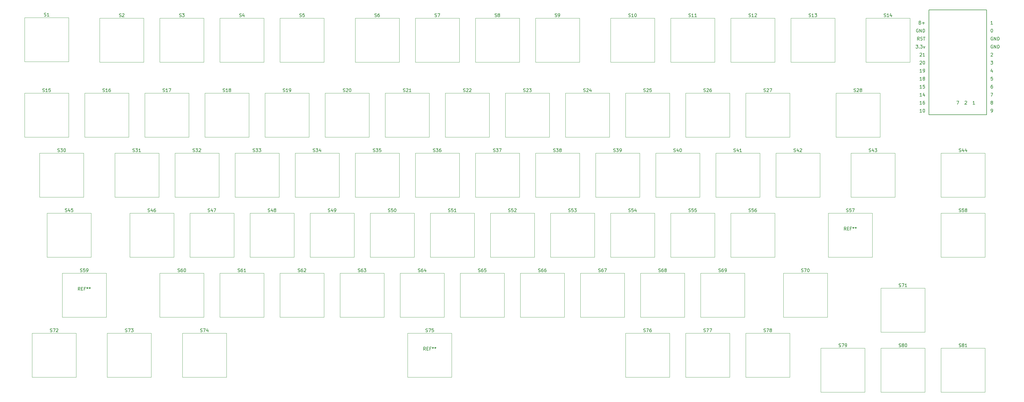
<source format=gbr>
%TF.GenerationSoftware,KiCad,Pcbnew,9.0.2*%
%TF.CreationDate,2025-06-24T14:03:34-04:00*%
%TF.ProjectId,allankeyboard,616c6c61-6e6b-4657-9962-6f6172642e6b,rev?*%
%TF.SameCoordinates,Original*%
%TF.FileFunction,Legend,Top*%
%TF.FilePolarity,Positive*%
%FSLAX46Y46*%
G04 Gerber Fmt 4.6, Leading zero omitted, Abs format (unit mm)*
G04 Created by KiCad (PCBNEW 9.0.2) date 2025-06-24 14:03:34*
%MOMM*%
%LPD*%
G01*
G04 APERTURE LIST*
%ADD10C,0.150000*%
%ADD11C,0.200000*%
%ADD12C,0.120000*%
G04 APERTURE END LIST*
D10*
X160840655Y-258376200D02*
X160983512Y-258423819D01*
X160983512Y-258423819D02*
X161221607Y-258423819D01*
X161221607Y-258423819D02*
X161316845Y-258376200D01*
X161316845Y-258376200D02*
X161364464Y-258328580D01*
X161364464Y-258328580D02*
X161412083Y-258233342D01*
X161412083Y-258233342D02*
X161412083Y-258138104D01*
X161412083Y-258138104D02*
X161364464Y-258042866D01*
X161364464Y-258042866D02*
X161316845Y-257995247D01*
X161316845Y-257995247D02*
X161221607Y-257947628D01*
X161221607Y-257947628D02*
X161031131Y-257900009D01*
X161031131Y-257900009D02*
X160935893Y-257852390D01*
X160935893Y-257852390D02*
X160888274Y-257804771D01*
X160888274Y-257804771D02*
X160840655Y-257709533D01*
X160840655Y-257709533D02*
X160840655Y-257614295D01*
X160840655Y-257614295D02*
X160888274Y-257519057D01*
X160888274Y-257519057D02*
X160935893Y-257471438D01*
X160935893Y-257471438D02*
X161031131Y-257423819D01*
X161031131Y-257423819D02*
X161269226Y-257423819D01*
X161269226Y-257423819D02*
X161412083Y-257471438D01*
X161745417Y-257423819D02*
X162412083Y-257423819D01*
X162412083Y-257423819D02*
X161983512Y-258423819D01*
X162697798Y-257423819D02*
X163316845Y-257423819D01*
X163316845Y-257423819D02*
X162983512Y-257804771D01*
X162983512Y-257804771D02*
X163126369Y-257804771D01*
X163126369Y-257804771D02*
X163221607Y-257852390D01*
X163221607Y-257852390D02*
X163269226Y-257900009D01*
X163269226Y-257900009D02*
X163316845Y-257995247D01*
X163316845Y-257995247D02*
X163316845Y-258233342D01*
X163316845Y-258233342D02*
X163269226Y-258328580D01*
X163269226Y-258328580D02*
X163221607Y-258376200D01*
X163221607Y-258376200D02*
X163126369Y-258423819D01*
X163126369Y-258423819D02*
X162840655Y-258423819D01*
X162840655Y-258423819D02*
X162745417Y-258376200D01*
X162745417Y-258376200D02*
X162697798Y-258328580D01*
X258948095Y-158363700D02*
X259090952Y-158411319D01*
X259090952Y-158411319D02*
X259329047Y-158411319D01*
X259329047Y-158411319D02*
X259424285Y-158363700D01*
X259424285Y-158363700D02*
X259471904Y-158316080D01*
X259471904Y-158316080D02*
X259519523Y-158220842D01*
X259519523Y-158220842D02*
X259519523Y-158125604D01*
X259519523Y-158125604D02*
X259471904Y-158030366D01*
X259471904Y-158030366D02*
X259424285Y-157982747D01*
X259424285Y-157982747D02*
X259329047Y-157935128D01*
X259329047Y-157935128D02*
X259138571Y-157887509D01*
X259138571Y-157887509D02*
X259043333Y-157839890D01*
X259043333Y-157839890D02*
X258995714Y-157792271D01*
X258995714Y-157792271D02*
X258948095Y-157697033D01*
X258948095Y-157697033D02*
X258948095Y-157601795D01*
X258948095Y-157601795D02*
X258995714Y-157506557D01*
X258995714Y-157506557D02*
X259043333Y-157458938D01*
X259043333Y-157458938D02*
X259138571Y-157411319D01*
X259138571Y-157411319D02*
X259376666Y-157411319D01*
X259376666Y-157411319D02*
X259519523Y-157458938D01*
X259852857Y-157411319D02*
X260519523Y-157411319D01*
X260519523Y-157411319D02*
X260090952Y-158411319D01*
X406109405Y-263138700D02*
X406252262Y-263186319D01*
X406252262Y-263186319D02*
X406490357Y-263186319D01*
X406490357Y-263186319D02*
X406585595Y-263138700D01*
X406585595Y-263138700D02*
X406633214Y-263091080D01*
X406633214Y-263091080D02*
X406680833Y-262995842D01*
X406680833Y-262995842D02*
X406680833Y-262900604D01*
X406680833Y-262900604D02*
X406633214Y-262805366D01*
X406633214Y-262805366D02*
X406585595Y-262757747D01*
X406585595Y-262757747D02*
X406490357Y-262710128D01*
X406490357Y-262710128D02*
X406299881Y-262662509D01*
X406299881Y-262662509D02*
X406204643Y-262614890D01*
X406204643Y-262614890D02*
X406157024Y-262567271D01*
X406157024Y-262567271D02*
X406109405Y-262472033D01*
X406109405Y-262472033D02*
X406109405Y-262376795D01*
X406109405Y-262376795D02*
X406157024Y-262281557D01*
X406157024Y-262281557D02*
X406204643Y-262233938D01*
X406204643Y-262233938D02*
X406299881Y-262186319D01*
X406299881Y-262186319D02*
X406537976Y-262186319D01*
X406537976Y-262186319D02*
X406680833Y-262233938D01*
X407252262Y-262614890D02*
X407157024Y-262567271D01*
X407157024Y-262567271D02*
X407109405Y-262519652D01*
X407109405Y-262519652D02*
X407061786Y-262424414D01*
X407061786Y-262424414D02*
X407061786Y-262376795D01*
X407061786Y-262376795D02*
X407109405Y-262281557D01*
X407109405Y-262281557D02*
X407157024Y-262233938D01*
X407157024Y-262233938D02*
X407252262Y-262186319D01*
X407252262Y-262186319D02*
X407442738Y-262186319D01*
X407442738Y-262186319D02*
X407537976Y-262233938D01*
X407537976Y-262233938D02*
X407585595Y-262281557D01*
X407585595Y-262281557D02*
X407633214Y-262376795D01*
X407633214Y-262376795D02*
X407633214Y-262424414D01*
X407633214Y-262424414D02*
X407585595Y-262519652D01*
X407585595Y-262519652D02*
X407537976Y-262567271D01*
X407537976Y-262567271D02*
X407442738Y-262614890D01*
X407442738Y-262614890D02*
X407252262Y-262614890D01*
X407252262Y-262614890D02*
X407157024Y-262662509D01*
X407157024Y-262662509D02*
X407109405Y-262710128D01*
X407109405Y-262710128D02*
X407061786Y-262805366D01*
X407061786Y-262805366D02*
X407061786Y-262995842D01*
X407061786Y-262995842D02*
X407109405Y-263091080D01*
X407109405Y-263091080D02*
X407157024Y-263138700D01*
X407157024Y-263138700D02*
X407252262Y-263186319D01*
X407252262Y-263186319D02*
X407442738Y-263186319D01*
X407442738Y-263186319D02*
X407537976Y-263138700D01*
X407537976Y-263138700D02*
X407585595Y-263091080D01*
X407585595Y-263091080D02*
X407633214Y-262995842D01*
X407633214Y-262995842D02*
X407633214Y-262805366D01*
X407633214Y-262805366D02*
X407585595Y-262710128D01*
X407585595Y-262710128D02*
X407537976Y-262662509D01*
X407537976Y-262662509D02*
X407442738Y-262614890D01*
X408252262Y-262186319D02*
X408347500Y-262186319D01*
X408347500Y-262186319D02*
X408442738Y-262233938D01*
X408442738Y-262233938D02*
X408490357Y-262281557D01*
X408490357Y-262281557D02*
X408537976Y-262376795D01*
X408537976Y-262376795D02*
X408585595Y-262567271D01*
X408585595Y-262567271D02*
X408585595Y-262805366D01*
X408585595Y-262805366D02*
X408537976Y-262995842D01*
X408537976Y-262995842D02*
X408490357Y-263091080D01*
X408490357Y-263091080D02*
X408442738Y-263138700D01*
X408442738Y-263138700D02*
X408347500Y-263186319D01*
X408347500Y-263186319D02*
X408252262Y-263186319D01*
X408252262Y-263186319D02*
X408157024Y-263138700D01*
X408157024Y-263138700D02*
X408109405Y-263091080D01*
X408109405Y-263091080D02*
X408061786Y-262995842D01*
X408061786Y-262995842D02*
X408014167Y-262805366D01*
X408014167Y-262805366D02*
X408014167Y-262567271D01*
X408014167Y-262567271D02*
X408061786Y-262376795D01*
X408061786Y-262376795D02*
X408109405Y-262281557D01*
X408109405Y-262281557D02*
X408157024Y-262233938D01*
X408157024Y-262233938D02*
X408252262Y-262186319D01*
X239421905Y-201226200D02*
X239564762Y-201273819D01*
X239564762Y-201273819D02*
X239802857Y-201273819D01*
X239802857Y-201273819D02*
X239898095Y-201226200D01*
X239898095Y-201226200D02*
X239945714Y-201178580D01*
X239945714Y-201178580D02*
X239993333Y-201083342D01*
X239993333Y-201083342D02*
X239993333Y-200988104D01*
X239993333Y-200988104D02*
X239945714Y-200892866D01*
X239945714Y-200892866D02*
X239898095Y-200845247D01*
X239898095Y-200845247D02*
X239802857Y-200797628D01*
X239802857Y-200797628D02*
X239612381Y-200750009D01*
X239612381Y-200750009D02*
X239517143Y-200702390D01*
X239517143Y-200702390D02*
X239469524Y-200654771D01*
X239469524Y-200654771D02*
X239421905Y-200559533D01*
X239421905Y-200559533D02*
X239421905Y-200464295D01*
X239421905Y-200464295D02*
X239469524Y-200369057D01*
X239469524Y-200369057D02*
X239517143Y-200321438D01*
X239517143Y-200321438D02*
X239612381Y-200273819D01*
X239612381Y-200273819D02*
X239850476Y-200273819D01*
X239850476Y-200273819D02*
X239993333Y-200321438D01*
X240326667Y-200273819D02*
X240945714Y-200273819D01*
X240945714Y-200273819D02*
X240612381Y-200654771D01*
X240612381Y-200654771D02*
X240755238Y-200654771D01*
X240755238Y-200654771D02*
X240850476Y-200702390D01*
X240850476Y-200702390D02*
X240898095Y-200750009D01*
X240898095Y-200750009D02*
X240945714Y-200845247D01*
X240945714Y-200845247D02*
X240945714Y-201083342D01*
X240945714Y-201083342D02*
X240898095Y-201178580D01*
X240898095Y-201178580D02*
X240850476Y-201226200D01*
X240850476Y-201226200D02*
X240755238Y-201273819D01*
X240755238Y-201273819D02*
X240469524Y-201273819D01*
X240469524Y-201273819D02*
X240374286Y-201226200D01*
X240374286Y-201226200D02*
X240326667Y-201178580D01*
X241850476Y-200273819D02*
X241374286Y-200273819D01*
X241374286Y-200273819D02*
X241326667Y-200750009D01*
X241326667Y-200750009D02*
X241374286Y-200702390D01*
X241374286Y-200702390D02*
X241469524Y-200654771D01*
X241469524Y-200654771D02*
X241707619Y-200654771D01*
X241707619Y-200654771D02*
X241802857Y-200702390D01*
X241802857Y-200702390D02*
X241850476Y-200750009D01*
X241850476Y-200750009D02*
X241898095Y-200845247D01*
X241898095Y-200845247D02*
X241898095Y-201083342D01*
X241898095Y-201083342D02*
X241850476Y-201178580D01*
X241850476Y-201178580D02*
X241802857Y-201226200D01*
X241802857Y-201226200D02*
X241707619Y-201273819D01*
X241707619Y-201273819D02*
X241469524Y-201273819D01*
X241469524Y-201273819D02*
X241374286Y-201226200D01*
X241374286Y-201226200D02*
X241326667Y-201178580D01*
X277521905Y-201226200D02*
X277664762Y-201273819D01*
X277664762Y-201273819D02*
X277902857Y-201273819D01*
X277902857Y-201273819D02*
X277998095Y-201226200D01*
X277998095Y-201226200D02*
X278045714Y-201178580D01*
X278045714Y-201178580D02*
X278093333Y-201083342D01*
X278093333Y-201083342D02*
X278093333Y-200988104D01*
X278093333Y-200988104D02*
X278045714Y-200892866D01*
X278045714Y-200892866D02*
X277998095Y-200845247D01*
X277998095Y-200845247D02*
X277902857Y-200797628D01*
X277902857Y-200797628D02*
X277712381Y-200750009D01*
X277712381Y-200750009D02*
X277617143Y-200702390D01*
X277617143Y-200702390D02*
X277569524Y-200654771D01*
X277569524Y-200654771D02*
X277521905Y-200559533D01*
X277521905Y-200559533D02*
X277521905Y-200464295D01*
X277521905Y-200464295D02*
X277569524Y-200369057D01*
X277569524Y-200369057D02*
X277617143Y-200321438D01*
X277617143Y-200321438D02*
X277712381Y-200273819D01*
X277712381Y-200273819D02*
X277950476Y-200273819D01*
X277950476Y-200273819D02*
X278093333Y-200321438D01*
X278426667Y-200273819D02*
X279045714Y-200273819D01*
X279045714Y-200273819D02*
X278712381Y-200654771D01*
X278712381Y-200654771D02*
X278855238Y-200654771D01*
X278855238Y-200654771D02*
X278950476Y-200702390D01*
X278950476Y-200702390D02*
X278998095Y-200750009D01*
X278998095Y-200750009D02*
X279045714Y-200845247D01*
X279045714Y-200845247D02*
X279045714Y-201083342D01*
X279045714Y-201083342D02*
X278998095Y-201178580D01*
X278998095Y-201178580D02*
X278950476Y-201226200D01*
X278950476Y-201226200D02*
X278855238Y-201273819D01*
X278855238Y-201273819D02*
X278569524Y-201273819D01*
X278569524Y-201273819D02*
X278474286Y-201226200D01*
X278474286Y-201226200D02*
X278426667Y-201178580D01*
X279379048Y-200273819D02*
X280045714Y-200273819D01*
X280045714Y-200273819D02*
X279617143Y-201273819D01*
X234659405Y-239326200D02*
X234802262Y-239373819D01*
X234802262Y-239373819D02*
X235040357Y-239373819D01*
X235040357Y-239373819D02*
X235135595Y-239326200D01*
X235135595Y-239326200D02*
X235183214Y-239278580D01*
X235183214Y-239278580D02*
X235230833Y-239183342D01*
X235230833Y-239183342D02*
X235230833Y-239088104D01*
X235230833Y-239088104D02*
X235183214Y-238992866D01*
X235183214Y-238992866D02*
X235135595Y-238945247D01*
X235135595Y-238945247D02*
X235040357Y-238897628D01*
X235040357Y-238897628D02*
X234849881Y-238850009D01*
X234849881Y-238850009D02*
X234754643Y-238802390D01*
X234754643Y-238802390D02*
X234707024Y-238754771D01*
X234707024Y-238754771D02*
X234659405Y-238659533D01*
X234659405Y-238659533D02*
X234659405Y-238564295D01*
X234659405Y-238564295D02*
X234707024Y-238469057D01*
X234707024Y-238469057D02*
X234754643Y-238421438D01*
X234754643Y-238421438D02*
X234849881Y-238373819D01*
X234849881Y-238373819D02*
X235087976Y-238373819D01*
X235087976Y-238373819D02*
X235230833Y-238421438D01*
X236087976Y-238373819D02*
X235897500Y-238373819D01*
X235897500Y-238373819D02*
X235802262Y-238421438D01*
X235802262Y-238421438D02*
X235754643Y-238469057D01*
X235754643Y-238469057D02*
X235659405Y-238611914D01*
X235659405Y-238611914D02*
X235611786Y-238802390D01*
X235611786Y-238802390D02*
X235611786Y-239183342D01*
X235611786Y-239183342D02*
X235659405Y-239278580D01*
X235659405Y-239278580D02*
X235707024Y-239326200D01*
X235707024Y-239326200D02*
X235802262Y-239373819D01*
X235802262Y-239373819D02*
X235992738Y-239373819D01*
X235992738Y-239373819D02*
X236087976Y-239326200D01*
X236087976Y-239326200D02*
X236135595Y-239278580D01*
X236135595Y-239278580D02*
X236183214Y-239183342D01*
X236183214Y-239183342D02*
X236183214Y-238945247D01*
X236183214Y-238945247D02*
X236135595Y-238850009D01*
X236135595Y-238850009D02*
X236087976Y-238802390D01*
X236087976Y-238802390D02*
X235992738Y-238754771D01*
X235992738Y-238754771D02*
X235802262Y-238754771D01*
X235802262Y-238754771D02*
X235707024Y-238802390D01*
X235707024Y-238802390D02*
X235659405Y-238850009D01*
X235659405Y-238850009D02*
X235611786Y-238945247D01*
X236516548Y-238373819D02*
X237135595Y-238373819D01*
X237135595Y-238373819D02*
X236802262Y-238754771D01*
X236802262Y-238754771D02*
X236945119Y-238754771D01*
X236945119Y-238754771D02*
X237040357Y-238802390D01*
X237040357Y-238802390D02*
X237087976Y-238850009D01*
X237087976Y-238850009D02*
X237135595Y-238945247D01*
X237135595Y-238945247D02*
X237135595Y-239183342D01*
X237135595Y-239183342D02*
X237087976Y-239278580D01*
X237087976Y-239278580D02*
X237040357Y-239326200D01*
X237040357Y-239326200D02*
X236945119Y-239373819D01*
X236945119Y-239373819D02*
X236659405Y-239373819D01*
X236659405Y-239373819D02*
X236564167Y-239326200D01*
X236564167Y-239326200D02*
X236516548Y-239278580D01*
X255996666Y-264279819D02*
X255663333Y-263803628D01*
X255425238Y-264279819D02*
X255425238Y-263279819D01*
X255425238Y-263279819D02*
X255806190Y-263279819D01*
X255806190Y-263279819D02*
X255901428Y-263327438D01*
X255901428Y-263327438D02*
X255949047Y-263375057D01*
X255949047Y-263375057D02*
X255996666Y-263470295D01*
X255996666Y-263470295D02*
X255996666Y-263613152D01*
X255996666Y-263613152D02*
X255949047Y-263708390D01*
X255949047Y-263708390D02*
X255901428Y-263756009D01*
X255901428Y-263756009D02*
X255806190Y-263803628D01*
X255806190Y-263803628D02*
X255425238Y-263803628D01*
X256425238Y-263756009D02*
X256758571Y-263756009D01*
X256901428Y-264279819D02*
X256425238Y-264279819D01*
X256425238Y-264279819D02*
X256425238Y-263279819D01*
X256425238Y-263279819D02*
X256901428Y-263279819D01*
X257663333Y-263756009D02*
X257330000Y-263756009D01*
X257330000Y-264279819D02*
X257330000Y-263279819D01*
X257330000Y-263279819D02*
X257806190Y-263279819D01*
X258330000Y-263279819D02*
X258330000Y-263517914D01*
X258091905Y-263422676D02*
X258330000Y-263517914D01*
X258330000Y-263517914D02*
X258568095Y-263422676D01*
X258187143Y-263708390D02*
X258330000Y-263517914D01*
X258330000Y-263517914D02*
X258472857Y-263708390D01*
X259091905Y-263279819D02*
X259091905Y-263517914D01*
X258853810Y-263422676D02*
X259091905Y-263517914D01*
X259091905Y-263517914D02*
X259330000Y-263422676D01*
X258949048Y-263708390D02*
X259091905Y-263517914D01*
X259091905Y-263517914D02*
X259234762Y-263708390D01*
X253709405Y-239326200D02*
X253852262Y-239373819D01*
X253852262Y-239373819D02*
X254090357Y-239373819D01*
X254090357Y-239373819D02*
X254185595Y-239326200D01*
X254185595Y-239326200D02*
X254233214Y-239278580D01*
X254233214Y-239278580D02*
X254280833Y-239183342D01*
X254280833Y-239183342D02*
X254280833Y-239088104D01*
X254280833Y-239088104D02*
X254233214Y-238992866D01*
X254233214Y-238992866D02*
X254185595Y-238945247D01*
X254185595Y-238945247D02*
X254090357Y-238897628D01*
X254090357Y-238897628D02*
X253899881Y-238850009D01*
X253899881Y-238850009D02*
X253804643Y-238802390D01*
X253804643Y-238802390D02*
X253757024Y-238754771D01*
X253757024Y-238754771D02*
X253709405Y-238659533D01*
X253709405Y-238659533D02*
X253709405Y-238564295D01*
X253709405Y-238564295D02*
X253757024Y-238469057D01*
X253757024Y-238469057D02*
X253804643Y-238421438D01*
X253804643Y-238421438D02*
X253899881Y-238373819D01*
X253899881Y-238373819D02*
X254137976Y-238373819D01*
X254137976Y-238373819D02*
X254280833Y-238421438D01*
X255137976Y-238373819D02*
X254947500Y-238373819D01*
X254947500Y-238373819D02*
X254852262Y-238421438D01*
X254852262Y-238421438D02*
X254804643Y-238469057D01*
X254804643Y-238469057D02*
X254709405Y-238611914D01*
X254709405Y-238611914D02*
X254661786Y-238802390D01*
X254661786Y-238802390D02*
X254661786Y-239183342D01*
X254661786Y-239183342D02*
X254709405Y-239278580D01*
X254709405Y-239278580D02*
X254757024Y-239326200D01*
X254757024Y-239326200D02*
X254852262Y-239373819D01*
X254852262Y-239373819D02*
X255042738Y-239373819D01*
X255042738Y-239373819D02*
X255137976Y-239326200D01*
X255137976Y-239326200D02*
X255185595Y-239278580D01*
X255185595Y-239278580D02*
X255233214Y-239183342D01*
X255233214Y-239183342D02*
X255233214Y-238945247D01*
X255233214Y-238945247D02*
X255185595Y-238850009D01*
X255185595Y-238850009D02*
X255137976Y-238802390D01*
X255137976Y-238802390D02*
X255042738Y-238754771D01*
X255042738Y-238754771D02*
X254852262Y-238754771D01*
X254852262Y-238754771D02*
X254757024Y-238802390D01*
X254757024Y-238802390D02*
X254709405Y-238850009D01*
X254709405Y-238850009D02*
X254661786Y-238945247D01*
X256090357Y-238707152D02*
X256090357Y-239373819D01*
X255852262Y-238326200D02*
X255614167Y-239040485D01*
X255614167Y-239040485D02*
X256233214Y-239040485D01*
X163221905Y-201226200D02*
X163364762Y-201273819D01*
X163364762Y-201273819D02*
X163602857Y-201273819D01*
X163602857Y-201273819D02*
X163698095Y-201226200D01*
X163698095Y-201226200D02*
X163745714Y-201178580D01*
X163745714Y-201178580D02*
X163793333Y-201083342D01*
X163793333Y-201083342D02*
X163793333Y-200988104D01*
X163793333Y-200988104D02*
X163745714Y-200892866D01*
X163745714Y-200892866D02*
X163698095Y-200845247D01*
X163698095Y-200845247D02*
X163602857Y-200797628D01*
X163602857Y-200797628D02*
X163412381Y-200750009D01*
X163412381Y-200750009D02*
X163317143Y-200702390D01*
X163317143Y-200702390D02*
X163269524Y-200654771D01*
X163269524Y-200654771D02*
X163221905Y-200559533D01*
X163221905Y-200559533D02*
X163221905Y-200464295D01*
X163221905Y-200464295D02*
X163269524Y-200369057D01*
X163269524Y-200369057D02*
X163317143Y-200321438D01*
X163317143Y-200321438D02*
X163412381Y-200273819D01*
X163412381Y-200273819D02*
X163650476Y-200273819D01*
X163650476Y-200273819D02*
X163793333Y-200321438D01*
X164126667Y-200273819D02*
X164745714Y-200273819D01*
X164745714Y-200273819D02*
X164412381Y-200654771D01*
X164412381Y-200654771D02*
X164555238Y-200654771D01*
X164555238Y-200654771D02*
X164650476Y-200702390D01*
X164650476Y-200702390D02*
X164698095Y-200750009D01*
X164698095Y-200750009D02*
X164745714Y-200845247D01*
X164745714Y-200845247D02*
X164745714Y-201083342D01*
X164745714Y-201083342D02*
X164698095Y-201178580D01*
X164698095Y-201178580D02*
X164650476Y-201226200D01*
X164650476Y-201226200D02*
X164555238Y-201273819D01*
X164555238Y-201273819D02*
X164269524Y-201273819D01*
X164269524Y-201273819D02*
X164174286Y-201226200D01*
X164174286Y-201226200D02*
X164126667Y-201178580D01*
X165698095Y-201273819D02*
X165126667Y-201273819D01*
X165412381Y-201273819D02*
X165412381Y-200273819D01*
X165412381Y-200273819D02*
X165317143Y-200416676D01*
X165317143Y-200416676D02*
X165221905Y-200511914D01*
X165221905Y-200511914D02*
X165126667Y-200559533D01*
X158935595Y-158363700D02*
X159078452Y-158411319D01*
X159078452Y-158411319D02*
X159316547Y-158411319D01*
X159316547Y-158411319D02*
X159411785Y-158363700D01*
X159411785Y-158363700D02*
X159459404Y-158316080D01*
X159459404Y-158316080D02*
X159507023Y-158220842D01*
X159507023Y-158220842D02*
X159507023Y-158125604D01*
X159507023Y-158125604D02*
X159459404Y-158030366D01*
X159459404Y-158030366D02*
X159411785Y-157982747D01*
X159411785Y-157982747D02*
X159316547Y-157935128D01*
X159316547Y-157935128D02*
X159126071Y-157887509D01*
X159126071Y-157887509D02*
X159030833Y-157839890D01*
X159030833Y-157839890D02*
X158983214Y-157792271D01*
X158983214Y-157792271D02*
X158935595Y-157697033D01*
X158935595Y-157697033D02*
X158935595Y-157601795D01*
X158935595Y-157601795D02*
X158983214Y-157506557D01*
X158983214Y-157506557D02*
X159030833Y-157458938D01*
X159030833Y-157458938D02*
X159126071Y-157411319D01*
X159126071Y-157411319D02*
X159364166Y-157411319D01*
X159364166Y-157411319D02*
X159507023Y-157458938D01*
X159887976Y-157506557D02*
X159935595Y-157458938D01*
X159935595Y-157458938D02*
X160030833Y-157411319D01*
X160030833Y-157411319D02*
X160268928Y-157411319D01*
X160268928Y-157411319D02*
X160364166Y-157458938D01*
X160364166Y-157458938D02*
X160411785Y-157506557D01*
X160411785Y-157506557D02*
X160459404Y-157601795D01*
X160459404Y-157601795D02*
X160459404Y-157697033D01*
X160459404Y-157697033D02*
X160411785Y-157839890D01*
X160411785Y-157839890D02*
X159840357Y-158411319D01*
X159840357Y-158411319D02*
X160459404Y-158411319D01*
X358484405Y-220276200D02*
X358627262Y-220323819D01*
X358627262Y-220323819D02*
X358865357Y-220323819D01*
X358865357Y-220323819D02*
X358960595Y-220276200D01*
X358960595Y-220276200D02*
X359008214Y-220228580D01*
X359008214Y-220228580D02*
X359055833Y-220133342D01*
X359055833Y-220133342D02*
X359055833Y-220038104D01*
X359055833Y-220038104D02*
X359008214Y-219942866D01*
X359008214Y-219942866D02*
X358960595Y-219895247D01*
X358960595Y-219895247D02*
X358865357Y-219847628D01*
X358865357Y-219847628D02*
X358674881Y-219800009D01*
X358674881Y-219800009D02*
X358579643Y-219752390D01*
X358579643Y-219752390D02*
X358532024Y-219704771D01*
X358532024Y-219704771D02*
X358484405Y-219609533D01*
X358484405Y-219609533D02*
X358484405Y-219514295D01*
X358484405Y-219514295D02*
X358532024Y-219419057D01*
X358532024Y-219419057D02*
X358579643Y-219371438D01*
X358579643Y-219371438D02*
X358674881Y-219323819D01*
X358674881Y-219323819D02*
X358912976Y-219323819D01*
X358912976Y-219323819D02*
X359055833Y-219371438D01*
X359960595Y-219323819D02*
X359484405Y-219323819D01*
X359484405Y-219323819D02*
X359436786Y-219800009D01*
X359436786Y-219800009D02*
X359484405Y-219752390D01*
X359484405Y-219752390D02*
X359579643Y-219704771D01*
X359579643Y-219704771D02*
X359817738Y-219704771D01*
X359817738Y-219704771D02*
X359912976Y-219752390D01*
X359912976Y-219752390D02*
X359960595Y-219800009D01*
X359960595Y-219800009D02*
X360008214Y-219895247D01*
X360008214Y-219895247D02*
X360008214Y-220133342D01*
X360008214Y-220133342D02*
X359960595Y-220228580D01*
X359960595Y-220228580D02*
X359912976Y-220276200D01*
X359912976Y-220276200D02*
X359817738Y-220323819D01*
X359817738Y-220323819D02*
X359579643Y-220323819D01*
X359579643Y-220323819D02*
X359484405Y-220276200D01*
X359484405Y-220276200D02*
X359436786Y-220228580D01*
X360865357Y-219323819D02*
X360674881Y-219323819D01*
X360674881Y-219323819D02*
X360579643Y-219371438D01*
X360579643Y-219371438D02*
X360532024Y-219419057D01*
X360532024Y-219419057D02*
X360436786Y-219561914D01*
X360436786Y-219561914D02*
X360389167Y-219752390D01*
X360389167Y-219752390D02*
X360389167Y-220133342D01*
X360389167Y-220133342D02*
X360436786Y-220228580D01*
X360436786Y-220228580D02*
X360484405Y-220276200D01*
X360484405Y-220276200D02*
X360579643Y-220323819D01*
X360579643Y-220323819D02*
X360770119Y-220323819D01*
X360770119Y-220323819D02*
X360865357Y-220276200D01*
X360865357Y-220276200D02*
X360912976Y-220228580D01*
X360912976Y-220228580D02*
X360960595Y-220133342D01*
X360960595Y-220133342D02*
X360960595Y-219895247D01*
X360960595Y-219895247D02*
X360912976Y-219800009D01*
X360912976Y-219800009D02*
X360865357Y-219752390D01*
X360865357Y-219752390D02*
X360770119Y-219704771D01*
X360770119Y-219704771D02*
X360579643Y-219704771D01*
X360579643Y-219704771D02*
X360484405Y-219752390D01*
X360484405Y-219752390D02*
X360436786Y-219800009D01*
X360436786Y-219800009D02*
X360389167Y-219895247D01*
X220371905Y-201226200D02*
X220514762Y-201273819D01*
X220514762Y-201273819D02*
X220752857Y-201273819D01*
X220752857Y-201273819D02*
X220848095Y-201226200D01*
X220848095Y-201226200D02*
X220895714Y-201178580D01*
X220895714Y-201178580D02*
X220943333Y-201083342D01*
X220943333Y-201083342D02*
X220943333Y-200988104D01*
X220943333Y-200988104D02*
X220895714Y-200892866D01*
X220895714Y-200892866D02*
X220848095Y-200845247D01*
X220848095Y-200845247D02*
X220752857Y-200797628D01*
X220752857Y-200797628D02*
X220562381Y-200750009D01*
X220562381Y-200750009D02*
X220467143Y-200702390D01*
X220467143Y-200702390D02*
X220419524Y-200654771D01*
X220419524Y-200654771D02*
X220371905Y-200559533D01*
X220371905Y-200559533D02*
X220371905Y-200464295D01*
X220371905Y-200464295D02*
X220419524Y-200369057D01*
X220419524Y-200369057D02*
X220467143Y-200321438D01*
X220467143Y-200321438D02*
X220562381Y-200273819D01*
X220562381Y-200273819D02*
X220800476Y-200273819D01*
X220800476Y-200273819D02*
X220943333Y-200321438D01*
X221276667Y-200273819D02*
X221895714Y-200273819D01*
X221895714Y-200273819D02*
X221562381Y-200654771D01*
X221562381Y-200654771D02*
X221705238Y-200654771D01*
X221705238Y-200654771D02*
X221800476Y-200702390D01*
X221800476Y-200702390D02*
X221848095Y-200750009D01*
X221848095Y-200750009D02*
X221895714Y-200845247D01*
X221895714Y-200845247D02*
X221895714Y-201083342D01*
X221895714Y-201083342D02*
X221848095Y-201178580D01*
X221848095Y-201178580D02*
X221800476Y-201226200D01*
X221800476Y-201226200D02*
X221705238Y-201273819D01*
X221705238Y-201273819D02*
X221419524Y-201273819D01*
X221419524Y-201273819D02*
X221324286Y-201226200D01*
X221324286Y-201226200D02*
X221276667Y-201178580D01*
X222752857Y-200607152D02*
X222752857Y-201273819D01*
X222514762Y-200226200D02*
X222276667Y-200940485D01*
X222276667Y-200940485D02*
X222895714Y-200940485D01*
X139409405Y-201226200D02*
X139552262Y-201273819D01*
X139552262Y-201273819D02*
X139790357Y-201273819D01*
X139790357Y-201273819D02*
X139885595Y-201226200D01*
X139885595Y-201226200D02*
X139933214Y-201178580D01*
X139933214Y-201178580D02*
X139980833Y-201083342D01*
X139980833Y-201083342D02*
X139980833Y-200988104D01*
X139980833Y-200988104D02*
X139933214Y-200892866D01*
X139933214Y-200892866D02*
X139885595Y-200845247D01*
X139885595Y-200845247D02*
X139790357Y-200797628D01*
X139790357Y-200797628D02*
X139599881Y-200750009D01*
X139599881Y-200750009D02*
X139504643Y-200702390D01*
X139504643Y-200702390D02*
X139457024Y-200654771D01*
X139457024Y-200654771D02*
X139409405Y-200559533D01*
X139409405Y-200559533D02*
X139409405Y-200464295D01*
X139409405Y-200464295D02*
X139457024Y-200369057D01*
X139457024Y-200369057D02*
X139504643Y-200321438D01*
X139504643Y-200321438D02*
X139599881Y-200273819D01*
X139599881Y-200273819D02*
X139837976Y-200273819D01*
X139837976Y-200273819D02*
X139980833Y-200321438D01*
X140314167Y-200273819D02*
X140933214Y-200273819D01*
X140933214Y-200273819D02*
X140599881Y-200654771D01*
X140599881Y-200654771D02*
X140742738Y-200654771D01*
X140742738Y-200654771D02*
X140837976Y-200702390D01*
X140837976Y-200702390D02*
X140885595Y-200750009D01*
X140885595Y-200750009D02*
X140933214Y-200845247D01*
X140933214Y-200845247D02*
X140933214Y-201083342D01*
X140933214Y-201083342D02*
X140885595Y-201178580D01*
X140885595Y-201178580D02*
X140837976Y-201226200D01*
X140837976Y-201226200D02*
X140742738Y-201273819D01*
X140742738Y-201273819D02*
X140457024Y-201273819D01*
X140457024Y-201273819D02*
X140361786Y-201226200D01*
X140361786Y-201226200D02*
X140314167Y-201178580D01*
X141552262Y-200273819D02*
X141647500Y-200273819D01*
X141647500Y-200273819D02*
X141742738Y-200321438D01*
X141742738Y-200321438D02*
X141790357Y-200369057D01*
X141790357Y-200369057D02*
X141837976Y-200464295D01*
X141837976Y-200464295D02*
X141885595Y-200654771D01*
X141885595Y-200654771D02*
X141885595Y-200892866D01*
X141885595Y-200892866D02*
X141837976Y-201083342D01*
X141837976Y-201083342D02*
X141790357Y-201178580D01*
X141790357Y-201178580D02*
X141742738Y-201226200D01*
X141742738Y-201226200D02*
X141647500Y-201273819D01*
X141647500Y-201273819D02*
X141552262Y-201273819D01*
X141552262Y-201273819D02*
X141457024Y-201226200D01*
X141457024Y-201226200D02*
X141409405Y-201178580D01*
X141409405Y-201178580D02*
X141361786Y-201083342D01*
X141361786Y-201083342D02*
X141314167Y-200892866D01*
X141314167Y-200892866D02*
X141314167Y-200654771D01*
X141314167Y-200654771D02*
X141361786Y-200464295D01*
X141361786Y-200464295D02*
X141409405Y-200369057D01*
X141409405Y-200369057D02*
X141457024Y-200321438D01*
X141457024Y-200321438D02*
X141552262Y-200273819D01*
X272759405Y-239326200D02*
X272902262Y-239373819D01*
X272902262Y-239373819D02*
X273140357Y-239373819D01*
X273140357Y-239373819D02*
X273235595Y-239326200D01*
X273235595Y-239326200D02*
X273283214Y-239278580D01*
X273283214Y-239278580D02*
X273330833Y-239183342D01*
X273330833Y-239183342D02*
X273330833Y-239088104D01*
X273330833Y-239088104D02*
X273283214Y-238992866D01*
X273283214Y-238992866D02*
X273235595Y-238945247D01*
X273235595Y-238945247D02*
X273140357Y-238897628D01*
X273140357Y-238897628D02*
X272949881Y-238850009D01*
X272949881Y-238850009D02*
X272854643Y-238802390D01*
X272854643Y-238802390D02*
X272807024Y-238754771D01*
X272807024Y-238754771D02*
X272759405Y-238659533D01*
X272759405Y-238659533D02*
X272759405Y-238564295D01*
X272759405Y-238564295D02*
X272807024Y-238469057D01*
X272807024Y-238469057D02*
X272854643Y-238421438D01*
X272854643Y-238421438D02*
X272949881Y-238373819D01*
X272949881Y-238373819D02*
X273187976Y-238373819D01*
X273187976Y-238373819D02*
X273330833Y-238421438D01*
X274187976Y-238373819D02*
X273997500Y-238373819D01*
X273997500Y-238373819D02*
X273902262Y-238421438D01*
X273902262Y-238421438D02*
X273854643Y-238469057D01*
X273854643Y-238469057D02*
X273759405Y-238611914D01*
X273759405Y-238611914D02*
X273711786Y-238802390D01*
X273711786Y-238802390D02*
X273711786Y-239183342D01*
X273711786Y-239183342D02*
X273759405Y-239278580D01*
X273759405Y-239278580D02*
X273807024Y-239326200D01*
X273807024Y-239326200D02*
X273902262Y-239373819D01*
X273902262Y-239373819D02*
X274092738Y-239373819D01*
X274092738Y-239373819D02*
X274187976Y-239326200D01*
X274187976Y-239326200D02*
X274235595Y-239278580D01*
X274235595Y-239278580D02*
X274283214Y-239183342D01*
X274283214Y-239183342D02*
X274283214Y-238945247D01*
X274283214Y-238945247D02*
X274235595Y-238850009D01*
X274235595Y-238850009D02*
X274187976Y-238802390D01*
X274187976Y-238802390D02*
X274092738Y-238754771D01*
X274092738Y-238754771D02*
X273902262Y-238754771D01*
X273902262Y-238754771D02*
X273807024Y-238802390D01*
X273807024Y-238802390D02*
X273759405Y-238850009D01*
X273759405Y-238850009D02*
X273711786Y-238945247D01*
X275187976Y-238373819D02*
X274711786Y-238373819D01*
X274711786Y-238373819D02*
X274664167Y-238850009D01*
X274664167Y-238850009D02*
X274711786Y-238802390D01*
X274711786Y-238802390D02*
X274807024Y-238754771D01*
X274807024Y-238754771D02*
X275045119Y-238754771D01*
X275045119Y-238754771D02*
X275140357Y-238802390D01*
X275140357Y-238802390D02*
X275187976Y-238850009D01*
X275187976Y-238850009D02*
X275235595Y-238945247D01*
X275235595Y-238945247D02*
X275235595Y-239183342D01*
X275235595Y-239183342D02*
X275187976Y-239278580D01*
X275187976Y-239278580D02*
X275140357Y-239326200D01*
X275140357Y-239326200D02*
X275045119Y-239373819D01*
X275045119Y-239373819D02*
X274807024Y-239373819D01*
X274807024Y-239373819D02*
X274711786Y-239326200D01*
X274711786Y-239326200D02*
X274664167Y-239278580D01*
X287046905Y-182176200D02*
X287189762Y-182223819D01*
X287189762Y-182223819D02*
X287427857Y-182223819D01*
X287427857Y-182223819D02*
X287523095Y-182176200D01*
X287523095Y-182176200D02*
X287570714Y-182128580D01*
X287570714Y-182128580D02*
X287618333Y-182033342D01*
X287618333Y-182033342D02*
X287618333Y-181938104D01*
X287618333Y-181938104D02*
X287570714Y-181842866D01*
X287570714Y-181842866D02*
X287523095Y-181795247D01*
X287523095Y-181795247D02*
X287427857Y-181747628D01*
X287427857Y-181747628D02*
X287237381Y-181700009D01*
X287237381Y-181700009D02*
X287142143Y-181652390D01*
X287142143Y-181652390D02*
X287094524Y-181604771D01*
X287094524Y-181604771D02*
X287046905Y-181509533D01*
X287046905Y-181509533D02*
X287046905Y-181414295D01*
X287046905Y-181414295D02*
X287094524Y-181319057D01*
X287094524Y-181319057D02*
X287142143Y-181271438D01*
X287142143Y-181271438D02*
X287237381Y-181223819D01*
X287237381Y-181223819D02*
X287475476Y-181223819D01*
X287475476Y-181223819D02*
X287618333Y-181271438D01*
X287999286Y-181319057D02*
X288046905Y-181271438D01*
X288046905Y-181271438D02*
X288142143Y-181223819D01*
X288142143Y-181223819D02*
X288380238Y-181223819D01*
X288380238Y-181223819D02*
X288475476Y-181271438D01*
X288475476Y-181271438D02*
X288523095Y-181319057D01*
X288523095Y-181319057D02*
X288570714Y-181414295D01*
X288570714Y-181414295D02*
X288570714Y-181509533D01*
X288570714Y-181509533D02*
X288523095Y-181652390D01*
X288523095Y-181652390D02*
X287951667Y-182223819D01*
X287951667Y-182223819D02*
X288570714Y-182223819D01*
X288904048Y-181223819D02*
X289523095Y-181223819D01*
X289523095Y-181223819D02*
X289189762Y-181604771D01*
X289189762Y-181604771D02*
X289332619Y-181604771D01*
X289332619Y-181604771D02*
X289427857Y-181652390D01*
X289427857Y-181652390D02*
X289475476Y-181700009D01*
X289475476Y-181700009D02*
X289523095Y-181795247D01*
X289523095Y-181795247D02*
X289523095Y-182033342D01*
X289523095Y-182033342D02*
X289475476Y-182128580D01*
X289475476Y-182128580D02*
X289427857Y-182176200D01*
X289427857Y-182176200D02*
X289332619Y-182223819D01*
X289332619Y-182223819D02*
X289046905Y-182223819D01*
X289046905Y-182223819D02*
X288951667Y-182176200D01*
X288951667Y-182176200D02*
X288904048Y-182128580D01*
X215609405Y-239326200D02*
X215752262Y-239373819D01*
X215752262Y-239373819D02*
X215990357Y-239373819D01*
X215990357Y-239373819D02*
X216085595Y-239326200D01*
X216085595Y-239326200D02*
X216133214Y-239278580D01*
X216133214Y-239278580D02*
X216180833Y-239183342D01*
X216180833Y-239183342D02*
X216180833Y-239088104D01*
X216180833Y-239088104D02*
X216133214Y-238992866D01*
X216133214Y-238992866D02*
X216085595Y-238945247D01*
X216085595Y-238945247D02*
X215990357Y-238897628D01*
X215990357Y-238897628D02*
X215799881Y-238850009D01*
X215799881Y-238850009D02*
X215704643Y-238802390D01*
X215704643Y-238802390D02*
X215657024Y-238754771D01*
X215657024Y-238754771D02*
X215609405Y-238659533D01*
X215609405Y-238659533D02*
X215609405Y-238564295D01*
X215609405Y-238564295D02*
X215657024Y-238469057D01*
X215657024Y-238469057D02*
X215704643Y-238421438D01*
X215704643Y-238421438D02*
X215799881Y-238373819D01*
X215799881Y-238373819D02*
X216037976Y-238373819D01*
X216037976Y-238373819D02*
X216180833Y-238421438D01*
X217037976Y-238373819D02*
X216847500Y-238373819D01*
X216847500Y-238373819D02*
X216752262Y-238421438D01*
X216752262Y-238421438D02*
X216704643Y-238469057D01*
X216704643Y-238469057D02*
X216609405Y-238611914D01*
X216609405Y-238611914D02*
X216561786Y-238802390D01*
X216561786Y-238802390D02*
X216561786Y-239183342D01*
X216561786Y-239183342D02*
X216609405Y-239278580D01*
X216609405Y-239278580D02*
X216657024Y-239326200D01*
X216657024Y-239326200D02*
X216752262Y-239373819D01*
X216752262Y-239373819D02*
X216942738Y-239373819D01*
X216942738Y-239373819D02*
X217037976Y-239326200D01*
X217037976Y-239326200D02*
X217085595Y-239278580D01*
X217085595Y-239278580D02*
X217133214Y-239183342D01*
X217133214Y-239183342D02*
X217133214Y-238945247D01*
X217133214Y-238945247D02*
X217085595Y-238850009D01*
X217085595Y-238850009D02*
X217037976Y-238802390D01*
X217037976Y-238802390D02*
X216942738Y-238754771D01*
X216942738Y-238754771D02*
X216752262Y-238754771D01*
X216752262Y-238754771D02*
X216657024Y-238802390D01*
X216657024Y-238802390D02*
X216609405Y-238850009D01*
X216609405Y-238850009D02*
X216561786Y-238945247D01*
X217514167Y-238469057D02*
X217561786Y-238421438D01*
X217561786Y-238421438D02*
X217657024Y-238373819D01*
X217657024Y-238373819D02*
X217895119Y-238373819D01*
X217895119Y-238373819D02*
X217990357Y-238421438D01*
X217990357Y-238421438D02*
X218037976Y-238469057D01*
X218037976Y-238469057D02*
X218085595Y-238564295D01*
X218085595Y-238564295D02*
X218085595Y-238659533D01*
X218085595Y-238659533D02*
X218037976Y-238802390D01*
X218037976Y-238802390D02*
X217466548Y-239373819D01*
X217466548Y-239373819D02*
X218085595Y-239373819D01*
X244184405Y-220276200D02*
X244327262Y-220323819D01*
X244327262Y-220323819D02*
X244565357Y-220323819D01*
X244565357Y-220323819D02*
X244660595Y-220276200D01*
X244660595Y-220276200D02*
X244708214Y-220228580D01*
X244708214Y-220228580D02*
X244755833Y-220133342D01*
X244755833Y-220133342D02*
X244755833Y-220038104D01*
X244755833Y-220038104D02*
X244708214Y-219942866D01*
X244708214Y-219942866D02*
X244660595Y-219895247D01*
X244660595Y-219895247D02*
X244565357Y-219847628D01*
X244565357Y-219847628D02*
X244374881Y-219800009D01*
X244374881Y-219800009D02*
X244279643Y-219752390D01*
X244279643Y-219752390D02*
X244232024Y-219704771D01*
X244232024Y-219704771D02*
X244184405Y-219609533D01*
X244184405Y-219609533D02*
X244184405Y-219514295D01*
X244184405Y-219514295D02*
X244232024Y-219419057D01*
X244232024Y-219419057D02*
X244279643Y-219371438D01*
X244279643Y-219371438D02*
X244374881Y-219323819D01*
X244374881Y-219323819D02*
X244612976Y-219323819D01*
X244612976Y-219323819D02*
X244755833Y-219371438D01*
X245660595Y-219323819D02*
X245184405Y-219323819D01*
X245184405Y-219323819D02*
X245136786Y-219800009D01*
X245136786Y-219800009D02*
X245184405Y-219752390D01*
X245184405Y-219752390D02*
X245279643Y-219704771D01*
X245279643Y-219704771D02*
X245517738Y-219704771D01*
X245517738Y-219704771D02*
X245612976Y-219752390D01*
X245612976Y-219752390D02*
X245660595Y-219800009D01*
X245660595Y-219800009D02*
X245708214Y-219895247D01*
X245708214Y-219895247D02*
X245708214Y-220133342D01*
X245708214Y-220133342D02*
X245660595Y-220228580D01*
X245660595Y-220228580D02*
X245612976Y-220276200D01*
X245612976Y-220276200D02*
X245517738Y-220323819D01*
X245517738Y-220323819D02*
X245279643Y-220323819D01*
X245279643Y-220323819D02*
X245184405Y-220276200D01*
X245184405Y-220276200D02*
X245136786Y-220228580D01*
X246327262Y-219323819D02*
X246422500Y-219323819D01*
X246422500Y-219323819D02*
X246517738Y-219371438D01*
X246517738Y-219371438D02*
X246565357Y-219419057D01*
X246565357Y-219419057D02*
X246612976Y-219514295D01*
X246612976Y-219514295D02*
X246660595Y-219704771D01*
X246660595Y-219704771D02*
X246660595Y-219942866D01*
X246660595Y-219942866D02*
X246612976Y-220133342D01*
X246612976Y-220133342D02*
X246565357Y-220228580D01*
X246565357Y-220228580D02*
X246517738Y-220276200D01*
X246517738Y-220276200D02*
X246422500Y-220323819D01*
X246422500Y-220323819D02*
X246327262Y-220323819D01*
X246327262Y-220323819D02*
X246232024Y-220276200D01*
X246232024Y-220276200D02*
X246184405Y-220228580D01*
X246184405Y-220228580D02*
X246136786Y-220133342D01*
X246136786Y-220133342D02*
X246089167Y-219942866D01*
X246089167Y-219942866D02*
X246089167Y-219704771D01*
X246089167Y-219704771D02*
X246136786Y-219514295D01*
X246136786Y-219514295D02*
X246184405Y-219419057D01*
X246184405Y-219419057D02*
X246232024Y-219371438D01*
X246232024Y-219371438D02*
X246327262Y-219323819D01*
X282284405Y-220276200D02*
X282427262Y-220323819D01*
X282427262Y-220323819D02*
X282665357Y-220323819D01*
X282665357Y-220323819D02*
X282760595Y-220276200D01*
X282760595Y-220276200D02*
X282808214Y-220228580D01*
X282808214Y-220228580D02*
X282855833Y-220133342D01*
X282855833Y-220133342D02*
X282855833Y-220038104D01*
X282855833Y-220038104D02*
X282808214Y-219942866D01*
X282808214Y-219942866D02*
X282760595Y-219895247D01*
X282760595Y-219895247D02*
X282665357Y-219847628D01*
X282665357Y-219847628D02*
X282474881Y-219800009D01*
X282474881Y-219800009D02*
X282379643Y-219752390D01*
X282379643Y-219752390D02*
X282332024Y-219704771D01*
X282332024Y-219704771D02*
X282284405Y-219609533D01*
X282284405Y-219609533D02*
X282284405Y-219514295D01*
X282284405Y-219514295D02*
X282332024Y-219419057D01*
X282332024Y-219419057D02*
X282379643Y-219371438D01*
X282379643Y-219371438D02*
X282474881Y-219323819D01*
X282474881Y-219323819D02*
X282712976Y-219323819D01*
X282712976Y-219323819D02*
X282855833Y-219371438D01*
X283760595Y-219323819D02*
X283284405Y-219323819D01*
X283284405Y-219323819D02*
X283236786Y-219800009D01*
X283236786Y-219800009D02*
X283284405Y-219752390D01*
X283284405Y-219752390D02*
X283379643Y-219704771D01*
X283379643Y-219704771D02*
X283617738Y-219704771D01*
X283617738Y-219704771D02*
X283712976Y-219752390D01*
X283712976Y-219752390D02*
X283760595Y-219800009D01*
X283760595Y-219800009D02*
X283808214Y-219895247D01*
X283808214Y-219895247D02*
X283808214Y-220133342D01*
X283808214Y-220133342D02*
X283760595Y-220228580D01*
X283760595Y-220228580D02*
X283712976Y-220276200D01*
X283712976Y-220276200D02*
X283617738Y-220323819D01*
X283617738Y-220323819D02*
X283379643Y-220323819D01*
X283379643Y-220323819D02*
X283284405Y-220276200D01*
X283284405Y-220276200D02*
X283236786Y-220228580D01*
X284189167Y-219419057D02*
X284236786Y-219371438D01*
X284236786Y-219371438D02*
X284332024Y-219323819D01*
X284332024Y-219323819D02*
X284570119Y-219323819D01*
X284570119Y-219323819D02*
X284665357Y-219371438D01*
X284665357Y-219371438D02*
X284712976Y-219419057D01*
X284712976Y-219419057D02*
X284760595Y-219514295D01*
X284760595Y-219514295D02*
X284760595Y-219609533D01*
X284760595Y-219609533D02*
X284712976Y-219752390D01*
X284712976Y-219752390D02*
X284141548Y-220323819D01*
X284141548Y-220323819D02*
X284760595Y-220323819D01*
X406109405Y-244088700D02*
X406252262Y-244136319D01*
X406252262Y-244136319D02*
X406490357Y-244136319D01*
X406490357Y-244136319D02*
X406585595Y-244088700D01*
X406585595Y-244088700D02*
X406633214Y-244041080D01*
X406633214Y-244041080D02*
X406680833Y-243945842D01*
X406680833Y-243945842D02*
X406680833Y-243850604D01*
X406680833Y-243850604D02*
X406633214Y-243755366D01*
X406633214Y-243755366D02*
X406585595Y-243707747D01*
X406585595Y-243707747D02*
X406490357Y-243660128D01*
X406490357Y-243660128D02*
X406299881Y-243612509D01*
X406299881Y-243612509D02*
X406204643Y-243564890D01*
X406204643Y-243564890D02*
X406157024Y-243517271D01*
X406157024Y-243517271D02*
X406109405Y-243422033D01*
X406109405Y-243422033D02*
X406109405Y-243326795D01*
X406109405Y-243326795D02*
X406157024Y-243231557D01*
X406157024Y-243231557D02*
X406204643Y-243183938D01*
X406204643Y-243183938D02*
X406299881Y-243136319D01*
X406299881Y-243136319D02*
X406537976Y-243136319D01*
X406537976Y-243136319D02*
X406680833Y-243183938D01*
X407014167Y-243136319D02*
X407680833Y-243136319D01*
X407680833Y-243136319D02*
X407252262Y-244136319D01*
X408585595Y-244136319D02*
X408014167Y-244136319D01*
X408299881Y-244136319D02*
X408299881Y-243136319D01*
X408299881Y-243136319D02*
X408204643Y-243279176D01*
X408204643Y-243279176D02*
X408109405Y-243374414D01*
X408109405Y-243374414D02*
X408014167Y-243422033D01*
X348959405Y-239326200D02*
X349102262Y-239373819D01*
X349102262Y-239373819D02*
X349340357Y-239373819D01*
X349340357Y-239373819D02*
X349435595Y-239326200D01*
X349435595Y-239326200D02*
X349483214Y-239278580D01*
X349483214Y-239278580D02*
X349530833Y-239183342D01*
X349530833Y-239183342D02*
X349530833Y-239088104D01*
X349530833Y-239088104D02*
X349483214Y-238992866D01*
X349483214Y-238992866D02*
X349435595Y-238945247D01*
X349435595Y-238945247D02*
X349340357Y-238897628D01*
X349340357Y-238897628D02*
X349149881Y-238850009D01*
X349149881Y-238850009D02*
X349054643Y-238802390D01*
X349054643Y-238802390D02*
X349007024Y-238754771D01*
X349007024Y-238754771D02*
X348959405Y-238659533D01*
X348959405Y-238659533D02*
X348959405Y-238564295D01*
X348959405Y-238564295D02*
X349007024Y-238469057D01*
X349007024Y-238469057D02*
X349054643Y-238421438D01*
X349054643Y-238421438D02*
X349149881Y-238373819D01*
X349149881Y-238373819D02*
X349387976Y-238373819D01*
X349387976Y-238373819D02*
X349530833Y-238421438D01*
X350387976Y-238373819D02*
X350197500Y-238373819D01*
X350197500Y-238373819D02*
X350102262Y-238421438D01*
X350102262Y-238421438D02*
X350054643Y-238469057D01*
X350054643Y-238469057D02*
X349959405Y-238611914D01*
X349959405Y-238611914D02*
X349911786Y-238802390D01*
X349911786Y-238802390D02*
X349911786Y-239183342D01*
X349911786Y-239183342D02*
X349959405Y-239278580D01*
X349959405Y-239278580D02*
X350007024Y-239326200D01*
X350007024Y-239326200D02*
X350102262Y-239373819D01*
X350102262Y-239373819D02*
X350292738Y-239373819D01*
X350292738Y-239373819D02*
X350387976Y-239326200D01*
X350387976Y-239326200D02*
X350435595Y-239278580D01*
X350435595Y-239278580D02*
X350483214Y-239183342D01*
X350483214Y-239183342D02*
X350483214Y-238945247D01*
X350483214Y-238945247D02*
X350435595Y-238850009D01*
X350435595Y-238850009D02*
X350387976Y-238802390D01*
X350387976Y-238802390D02*
X350292738Y-238754771D01*
X350292738Y-238754771D02*
X350102262Y-238754771D01*
X350102262Y-238754771D02*
X350007024Y-238802390D01*
X350007024Y-238802390D02*
X349959405Y-238850009D01*
X349959405Y-238850009D02*
X349911786Y-238945247D01*
X350959405Y-239373819D02*
X351149881Y-239373819D01*
X351149881Y-239373819D02*
X351245119Y-239326200D01*
X351245119Y-239326200D02*
X351292738Y-239278580D01*
X351292738Y-239278580D02*
X351387976Y-239135723D01*
X351387976Y-239135723D02*
X351435595Y-238945247D01*
X351435595Y-238945247D02*
X351435595Y-238564295D01*
X351435595Y-238564295D02*
X351387976Y-238469057D01*
X351387976Y-238469057D02*
X351340357Y-238421438D01*
X351340357Y-238421438D02*
X351245119Y-238373819D01*
X351245119Y-238373819D02*
X351054643Y-238373819D01*
X351054643Y-238373819D02*
X350959405Y-238421438D01*
X350959405Y-238421438D02*
X350911786Y-238469057D01*
X350911786Y-238469057D02*
X350864167Y-238564295D01*
X350864167Y-238564295D02*
X350864167Y-238802390D01*
X350864167Y-238802390D02*
X350911786Y-238897628D01*
X350911786Y-238897628D02*
X350959405Y-238945247D01*
X350959405Y-238945247D02*
X351054643Y-238992866D01*
X351054643Y-238992866D02*
X351245119Y-238992866D01*
X351245119Y-238992866D02*
X351340357Y-238945247D01*
X351340357Y-238945247D02*
X351387976Y-238897628D01*
X351387976Y-238897628D02*
X351435595Y-238802390D01*
X389440655Y-220276200D02*
X389583512Y-220323819D01*
X389583512Y-220323819D02*
X389821607Y-220323819D01*
X389821607Y-220323819D02*
X389916845Y-220276200D01*
X389916845Y-220276200D02*
X389964464Y-220228580D01*
X389964464Y-220228580D02*
X390012083Y-220133342D01*
X390012083Y-220133342D02*
X390012083Y-220038104D01*
X390012083Y-220038104D02*
X389964464Y-219942866D01*
X389964464Y-219942866D02*
X389916845Y-219895247D01*
X389916845Y-219895247D02*
X389821607Y-219847628D01*
X389821607Y-219847628D02*
X389631131Y-219800009D01*
X389631131Y-219800009D02*
X389535893Y-219752390D01*
X389535893Y-219752390D02*
X389488274Y-219704771D01*
X389488274Y-219704771D02*
X389440655Y-219609533D01*
X389440655Y-219609533D02*
X389440655Y-219514295D01*
X389440655Y-219514295D02*
X389488274Y-219419057D01*
X389488274Y-219419057D02*
X389535893Y-219371438D01*
X389535893Y-219371438D02*
X389631131Y-219323819D01*
X389631131Y-219323819D02*
X389869226Y-219323819D01*
X389869226Y-219323819D02*
X390012083Y-219371438D01*
X390916845Y-219323819D02*
X390440655Y-219323819D01*
X390440655Y-219323819D02*
X390393036Y-219800009D01*
X390393036Y-219800009D02*
X390440655Y-219752390D01*
X390440655Y-219752390D02*
X390535893Y-219704771D01*
X390535893Y-219704771D02*
X390773988Y-219704771D01*
X390773988Y-219704771D02*
X390869226Y-219752390D01*
X390869226Y-219752390D02*
X390916845Y-219800009D01*
X390916845Y-219800009D02*
X390964464Y-219895247D01*
X390964464Y-219895247D02*
X390964464Y-220133342D01*
X390964464Y-220133342D02*
X390916845Y-220228580D01*
X390916845Y-220228580D02*
X390869226Y-220276200D01*
X390869226Y-220276200D02*
X390773988Y-220323819D01*
X390773988Y-220323819D02*
X390535893Y-220323819D01*
X390535893Y-220323819D02*
X390440655Y-220276200D01*
X390440655Y-220276200D02*
X390393036Y-220228580D01*
X391297798Y-219323819D02*
X391964464Y-219323819D01*
X391964464Y-219323819D02*
X391535893Y-220323819D01*
X425159405Y-201226200D02*
X425302262Y-201273819D01*
X425302262Y-201273819D02*
X425540357Y-201273819D01*
X425540357Y-201273819D02*
X425635595Y-201226200D01*
X425635595Y-201226200D02*
X425683214Y-201178580D01*
X425683214Y-201178580D02*
X425730833Y-201083342D01*
X425730833Y-201083342D02*
X425730833Y-200988104D01*
X425730833Y-200988104D02*
X425683214Y-200892866D01*
X425683214Y-200892866D02*
X425635595Y-200845247D01*
X425635595Y-200845247D02*
X425540357Y-200797628D01*
X425540357Y-200797628D02*
X425349881Y-200750009D01*
X425349881Y-200750009D02*
X425254643Y-200702390D01*
X425254643Y-200702390D02*
X425207024Y-200654771D01*
X425207024Y-200654771D02*
X425159405Y-200559533D01*
X425159405Y-200559533D02*
X425159405Y-200464295D01*
X425159405Y-200464295D02*
X425207024Y-200369057D01*
X425207024Y-200369057D02*
X425254643Y-200321438D01*
X425254643Y-200321438D02*
X425349881Y-200273819D01*
X425349881Y-200273819D02*
X425587976Y-200273819D01*
X425587976Y-200273819D02*
X425730833Y-200321438D01*
X426587976Y-200607152D02*
X426587976Y-201273819D01*
X426349881Y-200226200D02*
X426111786Y-200940485D01*
X426111786Y-200940485D02*
X426730833Y-200940485D01*
X427540357Y-200607152D02*
X427540357Y-201273819D01*
X427302262Y-200226200D02*
X427064167Y-200940485D01*
X427064167Y-200940485D02*
X427683214Y-200940485D01*
X339434405Y-220276200D02*
X339577262Y-220323819D01*
X339577262Y-220323819D02*
X339815357Y-220323819D01*
X339815357Y-220323819D02*
X339910595Y-220276200D01*
X339910595Y-220276200D02*
X339958214Y-220228580D01*
X339958214Y-220228580D02*
X340005833Y-220133342D01*
X340005833Y-220133342D02*
X340005833Y-220038104D01*
X340005833Y-220038104D02*
X339958214Y-219942866D01*
X339958214Y-219942866D02*
X339910595Y-219895247D01*
X339910595Y-219895247D02*
X339815357Y-219847628D01*
X339815357Y-219847628D02*
X339624881Y-219800009D01*
X339624881Y-219800009D02*
X339529643Y-219752390D01*
X339529643Y-219752390D02*
X339482024Y-219704771D01*
X339482024Y-219704771D02*
X339434405Y-219609533D01*
X339434405Y-219609533D02*
X339434405Y-219514295D01*
X339434405Y-219514295D02*
X339482024Y-219419057D01*
X339482024Y-219419057D02*
X339529643Y-219371438D01*
X339529643Y-219371438D02*
X339624881Y-219323819D01*
X339624881Y-219323819D02*
X339862976Y-219323819D01*
X339862976Y-219323819D02*
X340005833Y-219371438D01*
X340910595Y-219323819D02*
X340434405Y-219323819D01*
X340434405Y-219323819D02*
X340386786Y-219800009D01*
X340386786Y-219800009D02*
X340434405Y-219752390D01*
X340434405Y-219752390D02*
X340529643Y-219704771D01*
X340529643Y-219704771D02*
X340767738Y-219704771D01*
X340767738Y-219704771D02*
X340862976Y-219752390D01*
X340862976Y-219752390D02*
X340910595Y-219800009D01*
X340910595Y-219800009D02*
X340958214Y-219895247D01*
X340958214Y-219895247D02*
X340958214Y-220133342D01*
X340958214Y-220133342D02*
X340910595Y-220228580D01*
X340910595Y-220228580D02*
X340862976Y-220276200D01*
X340862976Y-220276200D02*
X340767738Y-220323819D01*
X340767738Y-220323819D02*
X340529643Y-220323819D01*
X340529643Y-220323819D02*
X340434405Y-220276200D01*
X340434405Y-220276200D02*
X340386786Y-220228580D01*
X341862976Y-219323819D02*
X341386786Y-219323819D01*
X341386786Y-219323819D02*
X341339167Y-219800009D01*
X341339167Y-219800009D02*
X341386786Y-219752390D01*
X341386786Y-219752390D02*
X341482024Y-219704771D01*
X341482024Y-219704771D02*
X341720119Y-219704771D01*
X341720119Y-219704771D02*
X341815357Y-219752390D01*
X341815357Y-219752390D02*
X341862976Y-219800009D01*
X341862976Y-219800009D02*
X341910595Y-219895247D01*
X341910595Y-219895247D02*
X341910595Y-220133342D01*
X341910595Y-220133342D02*
X341862976Y-220228580D01*
X341862976Y-220228580D02*
X341815357Y-220276200D01*
X341815357Y-220276200D02*
X341720119Y-220323819D01*
X341720119Y-220323819D02*
X341482024Y-220323819D01*
X341482024Y-220323819D02*
X341386786Y-220276200D01*
X341386786Y-220276200D02*
X341339167Y-220228580D01*
X334671905Y-201226200D02*
X334814762Y-201273819D01*
X334814762Y-201273819D02*
X335052857Y-201273819D01*
X335052857Y-201273819D02*
X335148095Y-201226200D01*
X335148095Y-201226200D02*
X335195714Y-201178580D01*
X335195714Y-201178580D02*
X335243333Y-201083342D01*
X335243333Y-201083342D02*
X335243333Y-200988104D01*
X335243333Y-200988104D02*
X335195714Y-200892866D01*
X335195714Y-200892866D02*
X335148095Y-200845247D01*
X335148095Y-200845247D02*
X335052857Y-200797628D01*
X335052857Y-200797628D02*
X334862381Y-200750009D01*
X334862381Y-200750009D02*
X334767143Y-200702390D01*
X334767143Y-200702390D02*
X334719524Y-200654771D01*
X334719524Y-200654771D02*
X334671905Y-200559533D01*
X334671905Y-200559533D02*
X334671905Y-200464295D01*
X334671905Y-200464295D02*
X334719524Y-200369057D01*
X334719524Y-200369057D02*
X334767143Y-200321438D01*
X334767143Y-200321438D02*
X334862381Y-200273819D01*
X334862381Y-200273819D02*
X335100476Y-200273819D01*
X335100476Y-200273819D02*
X335243333Y-200321438D01*
X336100476Y-200607152D02*
X336100476Y-201273819D01*
X335862381Y-200226200D02*
X335624286Y-200940485D01*
X335624286Y-200940485D02*
X336243333Y-200940485D01*
X336814762Y-200273819D02*
X336910000Y-200273819D01*
X336910000Y-200273819D02*
X337005238Y-200321438D01*
X337005238Y-200321438D02*
X337052857Y-200369057D01*
X337052857Y-200369057D02*
X337100476Y-200464295D01*
X337100476Y-200464295D02*
X337148095Y-200654771D01*
X337148095Y-200654771D02*
X337148095Y-200892866D01*
X337148095Y-200892866D02*
X337100476Y-201083342D01*
X337100476Y-201083342D02*
X337052857Y-201178580D01*
X337052857Y-201178580D02*
X337005238Y-201226200D01*
X337005238Y-201226200D02*
X336910000Y-201273819D01*
X336910000Y-201273819D02*
X336814762Y-201273819D01*
X336814762Y-201273819D02*
X336719524Y-201226200D01*
X336719524Y-201226200D02*
X336671905Y-201178580D01*
X336671905Y-201178580D02*
X336624286Y-201083342D01*
X336624286Y-201083342D02*
X336576667Y-200892866D01*
X336576667Y-200892866D02*
X336576667Y-200654771D01*
X336576667Y-200654771D02*
X336624286Y-200464295D01*
X336624286Y-200464295D02*
X336671905Y-200369057D01*
X336671905Y-200369057D02*
X336719524Y-200321438D01*
X336719524Y-200321438D02*
X336814762Y-200273819D01*
X358484405Y-158363700D02*
X358627262Y-158411319D01*
X358627262Y-158411319D02*
X358865357Y-158411319D01*
X358865357Y-158411319D02*
X358960595Y-158363700D01*
X358960595Y-158363700D02*
X359008214Y-158316080D01*
X359008214Y-158316080D02*
X359055833Y-158220842D01*
X359055833Y-158220842D02*
X359055833Y-158125604D01*
X359055833Y-158125604D02*
X359008214Y-158030366D01*
X359008214Y-158030366D02*
X358960595Y-157982747D01*
X358960595Y-157982747D02*
X358865357Y-157935128D01*
X358865357Y-157935128D02*
X358674881Y-157887509D01*
X358674881Y-157887509D02*
X358579643Y-157839890D01*
X358579643Y-157839890D02*
X358532024Y-157792271D01*
X358532024Y-157792271D02*
X358484405Y-157697033D01*
X358484405Y-157697033D02*
X358484405Y-157601795D01*
X358484405Y-157601795D02*
X358532024Y-157506557D01*
X358532024Y-157506557D02*
X358579643Y-157458938D01*
X358579643Y-157458938D02*
X358674881Y-157411319D01*
X358674881Y-157411319D02*
X358912976Y-157411319D01*
X358912976Y-157411319D02*
X359055833Y-157458938D01*
X360008214Y-158411319D02*
X359436786Y-158411319D01*
X359722500Y-158411319D02*
X359722500Y-157411319D01*
X359722500Y-157411319D02*
X359627262Y-157554176D01*
X359627262Y-157554176D02*
X359532024Y-157649414D01*
X359532024Y-157649414D02*
X359436786Y-157697033D01*
X360389167Y-157506557D02*
X360436786Y-157458938D01*
X360436786Y-157458938D02*
X360532024Y-157411319D01*
X360532024Y-157411319D02*
X360770119Y-157411319D01*
X360770119Y-157411319D02*
X360865357Y-157458938D01*
X360865357Y-157458938D02*
X360912976Y-157506557D01*
X360912976Y-157506557D02*
X360960595Y-157601795D01*
X360960595Y-157601795D02*
X360960595Y-157697033D01*
X360960595Y-157697033D02*
X360912976Y-157839890D01*
X360912976Y-157839890D02*
X360341548Y-158411319D01*
X360341548Y-158411319D02*
X360960595Y-158411319D01*
X297048095Y-158363700D02*
X297190952Y-158411319D01*
X297190952Y-158411319D02*
X297429047Y-158411319D01*
X297429047Y-158411319D02*
X297524285Y-158363700D01*
X297524285Y-158363700D02*
X297571904Y-158316080D01*
X297571904Y-158316080D02*
X297619523Y-158220842D01*
X297619523Y-158220842D02*
X297619523Y-158125604D01*
X297619523Y-158125604D02*
X297571904Y-158030366D01*
X297571904Y-158030366D02*
X297524285Y-157982747D01*
X297524285Y-157982747D02*
X297429047Y-157935128D01*
X297429047Y-157935128D02*
X297238571Y-157887509D01*
X297238571Y-157887509D02*
X297143333Y-157839890D01*
X297143333Y-157839890D02*
X297095714Y-157792271D01*
X297095714Y-157792271D02*
X297048095Y-157697033D01*
X297048095Y-157697033D02*
X297048095Y-157601795D01*
X297048095Y-157601795D02*
X297095714Y-157506557D01*
X297095714Y-157506557D02*
X297143333Y-157458938D01*
X297143333Y-157458938D02*
X297238571Y-157411319D01*
X297238571Y-157411319D02*
X297476666Y-157411319D01*
X297476666Y-157411319D02*
X297619523Y-157458938D01*
X298095714Y-158411319D02*
X298286190Y-158411319D01*
X298286190Y-158411319D02*
X298381428Y-158363700D01*
X298381428Y-158363700D02*
X298429047Y-158316080D01*
X298429047Y-158316080D02*
X298524285Y-158173223D01*
X298524285Y-158173223D02*
X298571904Y-157982747D01*
X298571904Y-157982747D02*
X298571904Y-157601795D01*
X298571904Y-157601795D02*
X298524285Y-157506557D01*
X298524285Y-157506557D02*
X298476666Y-157458938D01*
X298476666Y-157458938D02*
X298381428Y-157411319D01*
X298381428Y-157411319D02*
X298190952Y-157411319D01*
X298190952Y-157411319D02*
X298095714Y-157458938D01*
X298095714Y-157458938D02*
X298048095Y-157506557D01*
X298048095Y-157506557D02*
X298000476Y-157601795D01*
X298000476Y-157601795D02*
X298000476Y-157839890D01*
X298000476Y-157839890D02*
X298048095Y-157935128D01*
X298048095Y-157935128D02*
X298095714Y-157982747D01*
X298095714Y-157982747D02*
X298190952Y-158030366D01*
X298190952Y-158030366D02*
X298381428Y-158030366D01*
X298381428Y-158030366D02*
X298476666Y-157982747D01*
X298476666Y-157982747D02*
X298524285Y-157935128D01*
X298524285Y-157935128D02*
X298571904Y-157839890D01*
X141786905Y-220243200D02*
X141929762Y-220290819D01*
X141929762Y-220290819D02*
X142167857Y-220290819D01*
X142167857Y-220290819D02*
X142263095Y-220243200D01*
X142263095Y-220243200D02*
X142310714Y-220195580D01*
X142310714Y-220195580D02*
X142358333Y-220100342D01*
X142358333Y-220100342D02*
X142358333Y-220005104D01*
X142358333Y-220005104D02*
X142310714Y-219909866D01*
X142310714Y-219909866D02*
X142263095Y-219862247D01*
X142263095Y-219862247D02*
X142167857Y-219814628D01*
X142167857Y-219814628D02*
X141977381Y-219767009D01*
X141977381Y-219767009D02*
X141882143Y-219719390D01*
X141882143Y-219719390D02*
X141834524Y-219671771D01*
X141834524Y-219671771D02*
X141786905Y-219576533D01*
X141786905Y-219576533D02*
X141786905Y-219481295D01*
X141786905Y-219481295D02*
X141834524Y-219386057D01*
X141834524Y-219386057D02*
X141882143Y-219338438D01*
X141882143Y-219338438D02*
X141977381Y-219290819D01*
X141977381Y-219290819D02*
X142215476Y-219290819D01*
X142215476Y-219290819D02*
X142358333Y-219338438D01*
X143215476Y-219624152D02*
X143215476Y-220290819D01*
X142977381Y-219243200D02*
X142739286Y-219957485D01*
X142739286Y-219957485D02*
X143358333Y-219957485D01*
X144215476Y-219290819D02*
X143739286Y-219290819D01*
X143739286Y-219290819D02*
X143691667Y-219767009D01*
X143691667Y-219767009D02*
X143739286Y-219719390D01*
X143739286Y-219719390D02*
X143834524Y-219671771D01*
X143834524Y-219671771D02*
X144072619Y-219671771D01*
X144072619Y-219671771D02*
X144167857Y-219719390D01*
X144167857Y-219719390D02*
X144215476Y-219767009D01*
X144215476Y-219767009D02*
X144263095Y-219862247D01*
X144263095Y-219862247D02*
X144263095Y-220100342D01*
X144263095Y-220100342D02*
X144215476Y-220195580D01*
X144215476Y-220195580D02*
X144167857Y-220243200D01*
X144167857Y-220243200D02*
X144072619Y-220290819D01*
X144072619Y-220290819D02*
X143834524Y-220290819D01*
X143834524Y-220290819D02*
X143739286Y-220243200D01*
X143739286Y-220243200D02*
X143691667Y-220195580D01*
X172746905Y-182176200D02*
X172889762Y-182223819D01*
X172889762Y-182223819D02*
X173127857Y-182223819D01*
X173127857Y-182223819D02*
X173223095Y-182176200D01*
X173223095Y-182176200D02*
X173270714Y-182128580D01*
X173270714Y-182128580D02*
X173318333Y-182033342D01*
X173318333Y-182033342D02*
X173318333Y-181938104D01*
X173318333Y-181938104D02*
X173270714Y-181842866D01*
X173270714Y-181842866D02*
X173223095Y-181795247D01*
X173223095Y-181795247D02*
X173127857Y-181747628D01*
X173127857Y-181747628D02*
X172937381Y-181700009D01*
X172937381Y-181700009D02*
X172842143Y-181652390D01*
X172842143Y-181652390D02*
X172794524Y-181604771D01*
X172794524Y-181604771D02*
X172746905Y-181509533D01*
X172746905Y-181509533D02*
X172746905Y-181414295D01*
X172746905Y-181414295D02*
X172794524Y-181319057D01*
X172794524Y-181319057D02*
X172842143Y-181271438D01*
X172842143Y-181271438D02*
X172937381Y-181223819D01*
X172937381Y-181223819D02*
X173175476Y-181223819D01*
X173175476Y-181223819D02*
X173318333Y-181271438D01*
X174270714Y-182223819D02*
X173699286Y-182223819D01*
X173985000Y-182223819D02*
X173985000Y-181223819D01*
X173985000Y-181223819D02*
X173889762Y-181366676D01*
X173889762Y-181366676D02*
X173794524Y-181461914D01*
X173794524Y-181461914D02*
X173699286Y-181509533D01*
X174604048Y-181223819D02*
X175270714Y-181223819D01*
X175270714Y-181223819D02*
X174842143Y-182223819D01*
X387059405Y-263138700D02*
X387202262Y-263186319D01*
X387202262Y-263186319D02*
X387440357Y-263186319D01*
X387440357Y-263186319D02*
X387535595Y-263138700D01*
X387535595Y-263138700D02*
X387583214Y-263091080D01*
X387583214Y-263091080D02*
X387630833Y-262995842D01*
X387630833Y-262995842D02*
X387630833Y-262900604D01*
X387630833Y-262900604D02*
X387583214Y-262805366D01*
X387583214Y-262805366D02*
X387535595Y-262757747D01*
X387535595Y-262757747D02*
X387440357Y-262710128D01*
X387440357Y-262710128D02*
X387249881Y-262662509D01*
X387249881Y-262662509D02*
X387154643Y-262614890D01*
X387154643Y-262614890D02*
X387107024Y-262567271D01*
X387107024Y-262567271D02*
X387059405Y-262472033D01*
X387059405Y-262472033D02*
X387059405Y-262376795D01*
X387059405Y-262376795D02*
X387107024Y-262281557D01*
X387107024Y-262281557D02*
X387154643Y-262233938D01*
X387154643Y-262233938D02*
X387249881Y-262186319D01*
X387249881Y-262186319D02*
X387487976Y-262186319D01*
X387487976Y-262186319D02*
X387630833Y-262233938D01*
X387964167Y-262186319D02*
X388630833Y-262186319D01*
X388630833Y-262186319D02*
X388202262Y-263186319D01*
X389059405Y-263186319D02*
X389249881Y-263186319D01*
X389249881Y-263186319D02*
X389345119Y-263138700D01*
X389345119Y-263138700D02*
X389392738Y-263091080D01*
X389392738Y-263091080D02*
X389487976Y-262948223D01*
X389487976Y-262948223D02*
X389535595Y-262757747D01*
X389535595Y-262757747D02*
X389535595Y-262376795D01*
X389535595Y-262376795D02*
X389487976Y-262281557D01*
X389487976Y-262281557D02*
X389440357Y-262233938D01*
X389440357Y-262233938D02*
X389345119Y-262186319D01*
X389345119Y-262186319D02*
X389154643Y-262186319D01*
X389154643Y-262186319D02*
X389059405Y-262233938D01*
X389059405Y-262233938D02*
X389011786Y-262281557D01*
X389011786Y-262281557D02*
X388964167Y-262376795D01*
X388964167Y-262376795D02*
X388964167Y-262614890D01*
X388964167Y-262614890D02*
X389011786Y-262710128D01*
X389011786Y-262710128D02*
X389059405Y-262757747D01*
X389059405Y-262757747D02*
X389154643Y-262805366D01*
X389154643Y-262805366D02*
X389345119Y-262805366D01*
X389345119Y-262805366D02*
X389440357Y-262757747D01*
X389440357Y-262757747D02*
X389487976Y-262710128D01*
X389487976Y-262710128D02*
X389535595Y-262614890D01*
X320384405Y-220276200D02*
X320527262Y-220323819D01*
X320527262Y-220323819D02*
X320765357Y-220323819D01*
X320765357Y-220323819D02*
X320860595Y-220276200D01*
X320860595Y-220276200D02*
X320908214Y-220228580D01*
X320908214Y-220228580D02*
X320955833Y-220133342D01*
X320955833Y-220133342D02*
X320955833Y-220038104D01*
X320955833Y-220038104D02*
X320908214Y-219942866D01*
X320908214Y-219942866D02*
X320860595Y-219895247D01*
X320860595Y-219895247D02*
X320765357Y-219847628D01*
X320765357Y-219847628D02*
X320574881Y-219800009D01*
X320574881Y-219800009D02*
X320479643Y-219752390D01*
X320479643Y-219752390D02*
X320432024Y-219704771D01*
X320432024Y-219704771D02*
X320384405Y-219609533D01*
X320384405Y-219609533D02*
X320384405Y-219514295D01*
X320384405Y-219514295D02*
X320432024Y-219419057D01*
X320432024Y-219419057D02*
X320479643Y-219371438D01*
X320479643Y-219371438D02*
X320574881Y-219323819D01*
X320574881Y-219323819D02*
X320812976Y-219323819D01*
X320812976Y-219323819D02*
X320955833Y-219371438D01*
X321860595Y-219323819D02*
X321384405Y-219323819D01*
X321384405Y-219323819D02*
X321336786Y-219800009D01*
X321336786Y-219800009D02*
X321384405Y-219752390D01*
X321384405Y-219752390D02*
X321479643Y-219704771D01*
X321479643Y-219704771D02*
X321717738Y-219704771D01*
X321717738Y-219704771D02*
X321812976Y-219752390D01*
X321812976Y-219752390D02*
X321860595Y-219800009D01*
X321860595Y-219800009D02*
X321908214Y-219895247D01*
X321908214Y-219895247D02*
X321908214Y-220133342D01*
X321908214Y-220133342D02*
X321860595Y-220228580D01*
X321860595Y-220228580D02*
X321812976Y-220276200D01*
X321812976Y-220276200D02*
X321717738Y-220323819D01*
X321717738Y-220323819D02*
X321479643Y-220323819D01*
X321479643Y-220323819D02*
X321384405Y-220276200D01*
X321384405Y-220276200D02*
X321336786Y-220228580D01*
X322765357Y-219657152D02*
X322765357Y-220323819D01*
X322527262Y-219276200D02*
X322289167Y-219990485D01*
X322289167Y-219990485D02*
X322908214Y-219990485D01*
X425159405Y-263138700D02*
X425302262Y-263186319D01*
X425302262Y-263186319D02*
X425540357Y-263186319D01*
X425540357Y-263186319D02*
X425635595Y-263138700D01*
X425635595Y-263138700D02*
X425683214Y-263091080D01*
X425683214Y-263091080D02*
X425730833Y-262995842D01*
X425730833Y-262995842D02*
X425730833Y-262900604D01*
X425730833Y-262900604D02*
X425683214Y-262805366D01*
X425683214Y-262805366D02*
X425635595Y-262757747D01*
X425635595Y-262757747D02*
X425540357Y-262710128D01*
X425540357Y-262710128D02*
X425349881Y-262662509D01*
X425349881Y-262662509D02*
X425254643Y-262614890D01*
X425254643Y-262614890D02*
X425207024Y-262567271D01*
X425207024Y-262567271D02*
X425159405Y-262472033D01*
X425159405Y-262472033D02*
X425159405Y-262376795D01*
X425159405Y-262376795D02*
X425207024Y-262281557D01*
X425207024Y-262281557D02*
X425254643Y-262233938D01*
X425254643Y-262233938D02*
X425349881Y-262186319D01*
X425349881Y-262186319D02*
X425587976Y-262186319D01*
X425587976Y-262186319D02*
X425730833Y-262233938D01*
X426302262Y-262614890D02*
X426207024Y-262567271D01*
X426207024Y-262567271D02*
X426159405Y-262519652D01*
X426159405Y-262519652D02*
X426111786Y-262424414D01*
X426111786Y-262424414D02*
X426111786Y-262376795D01*
X426111786Y-262376795D02*
X426159405Y-262281557D01*
X426159405Y-262281557D02*
X426207024Y-262233938D01*
X426207024Y-262233938D02*
X426302262Y-262186319D01*
X426302262Y-262186319D02*
X426492738Y-262186319D01*
X426492738Y-262186319D02*
X426587976Y-262233938D01*
X426587976Y-262233938D02*
X426635595Y-262281557D01*
X426635595Y-262281557D02*
X426683214Y-262376795D01*
X426683214Y-262376795D02*
X426683214Y-262424414D01*
X426683214Y-262424414D02*
X426635595Y-262519652D01*
X426635595Y-262519652D02*
X426587976Y-262567271D01*
X426587976Y-262567271D02*
X426492738Y-262614890D01*
X426492738Y-262614890D02*
X426302262Y-262614890D01*
X426302262Y-262614890D02*
X426207024Y-262662509D01*
X426207024Y-262662509D02*
X426159405Y-262710128D01*
X426159405Y-262710128D02*
X426111786Y-262805366D01*
X426111786Y-262805366D02*
X426111786Y-262995842D01*
X426111786Y-262995842D02*
X426159405Y-263091080D01*
X426159405Y-263091080D02*
X426207024Y-263138700D01*
X426207024Y-263138700D02*
X426302262Y-263186319D01*
X426302262Y-263186319D02*
X426492738Y-263186319D01*
X426492738Y-263186319D02*
X426587976Y-263138700D01*
X426587976Y-263138700D02*
X426635595Y-263091080D01*
X426635595Y-263091080D02*
X426683214Y-262995842D01*
X426683214Y-262995842D02*
X426683214Y-262805366D01*
X426683214Y-262805366D02*
X426635595Y-262710128D01*
X426635595Y-262710128D02*
X426587976Y-262662509D01*
X426587976Y-262662509D02*
X426492738Y-262614890D01*
X427635595Y-263186319D02*
X427064167Y-263186319D01*
X427349881Y-263186319D02*
X427349881Y-262186319D01*
X427349881Y-262186319D02*
X427254643Y-262329176D01*
X427254643Y-262329176D02*
X427159405Y-262424414D01*
X427159405Y-262424414D02*
X427064167Y-262472033D01*
X344196905Y-182176200D02*
X344339762Y-182223819D01*
X344339762Y-182223819D02*
X344577857Y-182223819D01*
X344577857Y-182223819D02*
X344673095Y-182176200D01*
X344673095Y-182176200D02*
X344720714Y-182128580D01*
X344720714Y-182128580D02*
X344768333Y-182033342D01*
X344768333Y-182033342D02*
X344768333Y-181938104D01*
X344768333Y-181938104D02*
X344720714Y-181842866D01*
X344720714Y-181842866D02*
X344673095Y-181795247D01*
X344673095Y-181795247D02*
X344577857Y-181747628D01*
X344577857Y-181747628D02*
X344387381Y-181700009D01*
X344387381Y-181700009D02*
X344292143Y-181652390D01*
X344292143Y-181652390D02*
X344244524Y-181604771D01*
X344244524Y-181604771D02*
X344196905Y-181509533D01*
X344196905Y-181509533D02*
X344196905Y-181414295D01*
X344196905Y-181414295D02*
X344244524Y-181319057D01*
X344244524Y-181319057D02*
X344292143Y-181271438D01*
X344292143Y-181271438D02*
X344387381Y-181223819D01*
X344387381Y-181223819D02*
X344625476Y-181223819D01*
X344625476Y-181223819D02*
X344768333Y-181271438D01*
X345149286Y-181319057D02*
X345196905Y-181271438D01*
X345196905Y-181271438D02*
X345292143Y-181223819D01*
X345292143Y-181223819D02*
X345530238Y-181223819D01*
X345530238Y-181223819D02*
X345625476Y-181271438D01*
X345625476Y-181271438D02*
X345673095Y-181319057D01*
X345673095Y-181319057D02*
X345720714Y-181414295D01*
X345720714Y-181414295D02*
X345720714Y-181509533D01*
X345720714Y-181509533D02*
X345673095Y-181652390D01*
X345673095Y-181652390D02*
X345101667Y-182223819D01*
X345101667Y-182223819D02*
X345720714Y-182223819D01*
X346577857Y-181223819D02*
X346387381Y-181223819D01*
X346387381Y-181223819D02*
X346292143Y-181271438D01*
X346292143Y-181271438D02*
X346244524Y-181319057D01*
X346244524Y-181319057D02*
X346149286Y-181461914D01*
X346149286Y-181461914D02*
X346101667Y-181652390D01*
X346101667Y-181652390D02*
X346101667Y-182033342D01*
X346101667Y-182033342D02*
X346149286Y-182128580D01*
X346149286Y-182128580D02*
X346196905Y-182176200D01*
X346196905Y-182176200D02*
X346292143Y-182223819D01*
X346292143Y-182223819D02*
X346482619Y-182223819D01*
X346482619Y-182223819D02*
X346577857Y-182176200D01*
X346577857Y-182176200D02*
X346625476Y-182128580D01*
X346625476Y-182128580D02*
X346673095Y-182033342D01*
X346673095Y-182033342D02*
X346673095Y-181795247D01*
X346673095Y-181795247D02*
X346625476Y-181700009D01*
X346625476Y-181700009D02*
X346577857Y-181652390D01*
X346577857Y-181652390D02*
X346482619Y-181604771D01*
X346482619Y-181604771D02*
X346292143Y-181604771D01*
X346292143Y-181604771D02*
X346196905Y-181652390D01*
X346196905Y-181652390D02*
X346149286Y-181700009D01*
X346149286Y-181700009D02*
X346101667Y-181795247D01*
X184653155Y-258376200D02*
X184796012Y-258423819D01*
X184796012Y-258423819D02*
X185034107Y-258423819D01*
X185034107Y-258423819D02*
X185129345Y-258376200D01*
X185129345Y-258376200D02*
X185176964Y-258328580D01*
X185176964Y-258328580D02*
X185224583Y-258233342D01*
X185224583Y-258233342D02*
X185224583Y-258138104D01*
X185224583Y-258138104D02*
X185176964Y-258042866D01*
X185176964Y-258042866D02*
X185129345Y-257995247D01*
X185129345Y-257995247D02*
X185034107Y-257947628D01*
X185034107Y-257947628D02*
X184843631Y-257900009D01*
X184843631Y-257900009D02*
X184748393Y-257852390D01*
X184748393Y-257852390D02*
X184700774Y-257804771D01*
X184700774Y-257804771D02*
X184653155Y-257709533D01*
X184653155Y-257709533D02*
X184653155Y-257614295D01*
X184653155Y-257614295D02*
X184700774Y-257519057D01*
X184700774Y-257519057D02*
X184748393Y-257471438D01*
X184748393Y-257471438D02*
X184843631Y-257423819D01*
X184843631Y-257423819D02*
X185081726Y-257423819D01*
X185081726Y-257423819D02*
X185224583Y-257471438D01*
X185557917Y-257423819D02*
X186224583Y-257423819D01*
X186224583Y-257423819D02*
X185796012Y-258423819D01*
X187034107Y-257757152D02*
X187034107Y-258423819D01*
X186796012Y-257376200D02*
X186557917Y-258090485D01*
X186557917Y-258090485D02*
X187176964Y-258090485D01*
X177985595Y-158363700D02*
X178128452Y-158411319D01*
X178128452Y-158411319D02*
X178366547Y-158411319D01*
X178366547Y-158411319D02*
X178461785Y-158363700D01*
X178461785Y-158363700D02*
X178509404Y-158316080D01*
X178509404Y-158316080D02*
X178557023Y-158220842D01*
X178557023Y-158220842D02*
X178557023Y-158125604D01*
X178557023Y-158125604D02*
X178509404Y-158030366D01*
X178509404Y-158030366D02*
X178461785Y-157982747D01*
X178461785Y-157982747D02*
X178366547Y-157935128D01*
X178366547Y-157935128D02*
X178176071Y-157887509D01*
X178176071Y-157887509D02*
X178080833Y-157839890D01*
X178080833Y-157839890D02*
X178033214Y-157792271D01*
X178033214Y-157792271D02*
X177985595Y-157697033D01*
X177985595Y-157697033D02*
X177985595Y-157601795D01*
X177985595Y-157601795D02*
X178033214Y-157506557D01*
X178033214Y-157506557D02*
X178080833Y-157458938D01*
X178080833Y-157458938D02*
X178176071Y-157411319D01*
X178176071Y-157411319D02*
X178414166Y-157411319D01*
X178414166Y-157411319D02*
X178557023Y-157458938D01*
X178890357Y-157411319D02*
X179509404Y-157411319D01*
X179509404Y-157411319D02*
X179176071Y-157792271D01*
X179176071Y-157792271D02*
X179318928Y-157792271D01*
X179318928Y-157792271D02*
X179414166Y-157839890D01*
X179414166Y-157839890D02*
X179461785Y-157887509D01*
X179461785Y-157887509D02*
X179509404Y-157982747D01*
X179509404Y-157982747D02*
X179509404Y-158220842D01*
X179509404Y-158220842D02*
X179461785Y-158316080D01*
X179461785Y-158316080D02*
X179414166Y-158363700D01*
X179414166Y-158363700D02*
X179318928Y-158411319D01*
X179318928Y-158411319D02*
X179033214Y-158411319D01*
X179033214Y-158411319D02*
X178937976Y-158363700D01*
X178937976Y-158363700D02*
X178890357Y-158316080D01*
X267996905Y-182176200D02*
X268139762Y-182223819D01*
X268139762Y-182223819D02*
X268377857Y-182223819D01*
X268377857Y-182223819D02*
X268473095Y-182176200D01*
X268473095Y-182176200D02*
X268520714Y-182128580D01*
X268520714Y-182128580D02*
X268568333Y-182033342D01*
X268568333Y-182033342D02*
X268568333Y-181938104D01*
X268568333Y-181938104D02*
X268520714Y-181842866D01*
X268520714Y-181842866D02*
X268473095Y-181795247D01*
X268473095Y-181795247D02*
X268377857Y-181747628D01*
X268377857Y-181747628D02*
X268187381Y-181700009D01*
X268187381Y-181700009D02*
X268092143Y-181652390D01*
X268092143Y-181652390D02*
X268044524Y-181604771D01*
X268044524Y-181604771D02*
X267996905Y-181509533D01*
X267996905Y-181509533D02*
X267996905Y-181414295D01*
X267996905Y-181414295D02*
X268044524Y-181319057D01*
X268044524Y-181319057D02*
X268092143Y-181271438D01*
X268092143Y-181271438D02*
X268187381Y-181223819D01*
X268187381Y-181223819D02*
X268425476Y-181223819D01*
X268425476Y-181223819D02*
X268568333Y-181271438D01*
X268949286Y-181319057D02*
X268996905Y-181271438D01*
X268996905Y-181271438D02*
X269092143Y-181223819D01*
X269092143Y-181223819D02*
X269330238Y-181223819D01*
X269330238Y-181223819D02*
X269425476Y-181271438D01*
X269425476Y-181271438D02*
X269473095Y-181319057D01*
X269473095Y-181319057D02*
X269520714Y-181414295D01*
X269520714Y-181414295D02*
X269520714Y-181509533D01*
X269520714Y-181509533D02*
X269473095Y-181652390D01*
X269473095Y-181652390D02*
X268901667Y-182223819D01*
X268901667Y-182223819D02*
X269520714Y-182223819D01*
X269901667Y-181319057D02*
X269949286Y-181271438D01*
X269949286Y-181271438D02*
X270044524Y-181223819D01*
X270044524Y-181223819D02*
X270282619Y-181223819D01*
X270282619Y-181223819D02*
X270377857Y-181271438D01*
X270377857Y-181271438D02*
X270425476Y-181319057D01*
X270425476Y-181319057D02*
X270473095Y-181414295D01*
X270473095Y-181414295D02*
X270473095Y-181509533D01*
X270473095Y-181509533D02*
X270425476Y-181652390D01*
X270425476Y-181652390D02*
X269854048Y-182223819D01*
X269854048Y-182223819D02*
X270473095Y-182223819D01*
X201321905Y-201226200D02*
X201464762Y-201273819D01*
X201464762Y-201273819D02*
X201702857Y-201273819D01*
X201702857Y-201273819D02*
X201798095Y-201226200D01*
X201798095Y-201226200D02*
X201845714Y-201178580D01*
X201845714Y-201178580D02*
X201893333Y-201083342D01*
X201893333Y-201083342D02*
X201893333Y-200988104D01*
X201893333Y-200988104D02*
X201845714Y-200892866D01*
X201845714Y-200892866D02*
X201798095Y-200845247D01*
X201798095Y-200845247D02*
X201702857Y-200797628D01*
X201702857Y-200797628D02*
X201512381Y-200750009D01*
X201512381Y-200750009D02*
X201417143Y-200702390D01*
X201417143Y-200702390D02*
X201369524Y-200654771D01*
X201369524Y-200654771D02*
X201321905Y-200559533D01*
X201321905Y-200559533D02*
X201321905Y-200464295D01*
X201321905Y-200464295D02*
X201369524Y-200369057D01*
X201369524Y-200369057D02*
X201417143Y-200321438D01*
X201417143Y-200321438D02*
X201512381Y-200273819D01*
X201512381Y-200273819D02*
X201750476Y-200273819D01*
X201750476Y-200273819D02*
X201893333Y-200321438D01*
X202226667Y-200273819D02*
X202845714Y-200273819D01*
X202845714Y-200273819D02*
X202512381Y-200654771D01*
X202512381Y-200654771D02*
X202655238Y-200654771D01*
X202655238Y-200654771D02*
X202750476Y-200702390D01*
X202750476Y-200702390D02*
X202798095Y-200750009D01*
X202798095Y-200750009D02*
X202845714Y-200845247D01*
X202845714Y-200845247D02*
X202845714Y-201083342D01*
X202845714Y-201083342D02*
X202798095Y-201178580D01*
X202798095Y-201178580D02*
X202750476Y-201226200D01*
X202750476Y-201226200D02*
X202655238Y-201273819D01*
X202655238Y-201273819D02*
X202369524Y-201273819D01*
X202369524Y-201273819D02*
X202274286Y-201226200D01*
X202274286Y-201226200D02*
X202226667Y-201178580D01*
X203179048Y-200273819D02*
X203798095Y-200273819D01*
X203798095Y-200273819D02*
X203464762Y-200654771D01*
X203464762Y-200654771D02*
X203607619Y-200654771D01*
X203607619Y-200654771D02*
X203702857Y-200702390D01*
X203702857Y-200702390D02*
X203750476Y-200750009D01*
X203750476Y-200750009D02*
X203798095Y-200845247D01*
X203798095Y-200845247D02*
X203798095Y-201083342D01*
X203798095Y-201083342D02*
X203750476Y-201178580D01*
X203750476Y-201178580D02*
X203702857Y-201226200D01*
X203702857Y-201226200D02*
X203607619Y-201273819D01*
X203607619Y-201273819D02*
X203321905Y-201273819D01*
X203321905Y-201273819D02*
X203226667Y-201226200D01*
X203226667Y-201226200D02*
X203179048Y-201178580D01*
X320384405Y-158363700D02*
X320527262Y-158411319D01*
X320527262Y-158411319D02*
X320765357Y-158411319D01*
X320765357Y-158411319D02*
X320860595Y-158363700D01*
X320860595Y-158363700D02*
X320908214Y-158316080D01*
X320908214Y-158316080D02*
X320955833Y-158220842D01*
X320955833Y-158220842D02*
X320955833Y-158125604D01*
X320955833Y-158125604D02*
X320908214Y-158030366D01*
X320908214Y-158030366D02*
X320860595Y-157982747D01*
X320860595Y-157982747D02*
X320765357Y-157935128D01*
X320765357Y-157935128D02*
X320574881Y-157887509D01*
X320574881Y-157887509D02*
X320479643Y-157839890D01*
X320479643Y-157839890D02*
X320432024Y-157792271D01*
X320432024Y-157792271D02*
X320384405Y-157697033D01*
X320384405Y-157697033D02*
X320384405Y-157601795D01*
X320384405Y-157601795D02*
X320432024Y-157506557D01*
X320432024Y-157506557D02*
X320479643Y-157458938D01*
X320479643Y-157458938D02*
X320574881Y-157411319D01*
X320574881Y-157411319D02*
X320812976Y-157411319D01*
X320812976Y-157411319D02*
X320955833Y-157458938D01*
X321908214Y-158411319D02*
X321336786Y-158411319D01*
X321622500Y-158411319D02*
X321622500Y-157411319D01*
X321622500Y-157411319D02*
X321527262Y-157554176D01*
X321527262Y-157554176D02*
X321432024Y-157649414D01*
X321432024Y-157649414D02*
X321336786Y-157697033D01*
X322527262Y-157411319D02*
X322622500Y-157411319D01*
X322622500Y-157411319D02*
X322717738Y-157458938D01*
X322717738Y-157458938D02*
X322765357Y-157506557D01*
X322765357Y-157506557D02*
X322812976Y-157601795D01*
X322812976Y-157601795D02*
X322860595Y-157792271D01*
X322860595Y-157792271D02*
X322860595Y-158030366D01*
X322860595Y-158030366D02*
X322812976Y-158220842D01*
X322812976Y-158220842D02*
X322765357Y-158316080D01*
X322765357Y-158316080D02*
X322717738Y-158363700D01*
X322717738Y-158363700D02*
X322622500Y-158411319D01*
X322622500Y-158411319D02*
X322527262Y-158411319D01*
X322527262Y-158411319D02*
X322432024Y-158363700D01*
X322432024Y-158363700D02*
X322384405Y-158316080D01*
X322384405Y-158316080D02*
X322336786Y-158220842D01*
X322336786Y-158220842D02*
X322289167Y-158030366D01*
X322289167Y-158030366D02*
X322289167Y-157792271D01*
X322289167Y-157792271D02*
X322336786Y-157601795D01*
X322336786Y-157601795D02*
X322384405Y-157506557D01*
X322384405Y-157506557D02*
X322432024Y-157458938D01*
X322432024Y-157458938D02*
X322527262Y-157411319D01*
X306096905Y-182176200D02*
X306239762Y-182223819D01*
X306239762Y-182223819D02*
X306477857Y-182223819D01*
X306477857Y-182223819D02*
X306573095Y-182176200D01*
X306573095Y-182176200D02*
X306620714Y-182128580D01*
X306620714Y-182128580D02*
X306668333Y-182033342D01*
X306668333Y-182033342D02*
X306668333Y-181938104D01*
X306668333Y-181938104D02*
X306620714Y-181842866D01*
X306620714Y-181842866D02*
X306573095Y-181795247D01*
X306573095Y-181795247D02*
X306477857Y-181747628D01*
X306477857Y-181747628D02*
X306287381Y-181700009D01*
X306287381Y-181700009D02*
X306192143Y-181652390D01*
X306192143Y-181652390D02*
X306144524Y-181604771D01*
X306144524Y-181604771D02*
X306096905Y-181509533D01*
X306096905Y-181509533D02*
X306096905Y-181414295D01*
X306096905Y-181414295D02*
X306144524Y-181319057D01*
X306144524Y-181319057D02*
X306192143Y-181271438D01*
X306192143Y-181271438D02*
X306287381Y-181223819D01*
X306287381Y-181223819D02*
X306525476Y-181223819D01*
X306525476Y-181223819D02*
X306668333Y-181271438D01*
X307049286Y-181319057D02*
X307096905Y-181271438D01*
X307096905Y-181271438D02*
X307192143Y-181223819D01*
X307192143Y-181223819D02*
X307430238Y-181223819D01*
X307430238Y-181223819D02*
X307525476Y-181271438D01*
X307525476Y-181271438D02*
X307573095Y-181319057D01*
X307573095Y-181319057D02*
X307620714Y-181414295D01*
X307620714Y-181414295D02*
X307620714Y-181509533D01*
X307620714Y-181509533D02*
X307573095Y-181652390D01*
X307573095Y-181652390D02*
X307001667Y-182223819D01*
X307001667Y-182223819D02*
X307620714Y-182223819D01*
X308477857Y-181557152D02*
X308477857Y-182223819D01*
X308239762Y-181176200D02*
X308001667Y-181890485D01*
X308001667Y-181890485D02*
X308620714Y-181890485D01*
X277998095Y-158363700D02*
X278140952Y-158411319D01*
X278140952Y-158411319D02*
X278379047Y-158411319D01*
X278379047Y-158411319D02*
X278474285Y-158363700D01*
X278474285Y-158363700D02*
X278521904Y-158316080D01*
X278521904Y-158316080D02*
X278569523Y-158220842D01*
X278569523Y-158220842D02*
X278569523Y-158125604D01*
X278569523Y-158125604D02*
X278521904Y-158030366D01*
X278521904Y-158030366D02*
X278474285Y-157982747D01*
X278474285Y-157982747D02*
X278379047Y-157935128D01*
X278379047Y-157935128D02*
X278188571Y-157887509D01*
X278188571Y-157887509D02*
X278093333Y-157839890D01*
X278093333Y-157839890D02*
X278045714Y-157792271D01*
X278045714Y-157792271D02*
X277998095Y-157697033D01*
X277998095Y-157697033D02*
X277998095Y-157601795D01*
X277998095Y-157601795D02*
X278045714Y-157506557D01*
X278045714Y-157506557D02*
X278093333Y-157458938D01*
X278093333Y-157458938D02*
X278188571Y-157411319D01*
X278188571Y-157411319D02*
X278426666Y-157411319D01*
X278426666Y-157411319D02*
X278569523Y-157458938D01*
X279140952Y-157839890D02*
X279045714Y-157792271D01*
X279045714Y-157792271D02*
X278998095Y-157744652D01*
X278998095Y-157744652D02*
X278950476Y-157649414D01*
X278950476Y-157649414D02*
X278950476Y-157601795D01*
X278950476Y-157601795D02*
X278998095Y-157506557D01*
X278998095Y-157506557D02*
X279045714Y-157458938D01*
X279045714Y-157458938D02*
X279140952Y-157411319D01*
X279140952Y-157411319D02*
X279331428Y-157411319D01*
X279331428Y-157411319D02*
X279426666Y-157458938D01*
X279426666Y-157458938D02*
X279474285Y-157506557D01*
X279474285Y-157506557D02*
X279521904Y-157601795D01*
X279521904Y-157601795D02*
X279521904Y-157649414D01*
X279521904Y-157649414D02*
X279474285Y-157744652D01*
X279474285Y-157744652D02*
X279426666Y-157792271D01*
X279426666Y-157792271D02*
X279331428Y-157839890D01*
X279331428Y-157839890D02*
X279140952Y-157839890D01*
X279140952Y-157839890D02*
X279045714Y-157887509D01*
X279045714Y-157887509D02*
X278998095Y-157935128D01*
X278998095Y-157935128D02*
X278950476Y-158030366D01*
X278950476Y-158030366D02*
X278950476Y-158220842D01*
X278950476Y-158220842D02*
X278998095Y-158316080D01*
X278998095Y-158316080D02*
X279045714Y-158363700D01*
X279045714Y-158363700D02*
X279140952Y-158411319D01*
X279140952Y-158411319D02*
X279331428Y-158411319D01*
X279331428Y-158411319D02*
X279426666Y-158363700D01*
X279426666Y-158363700D02*
X279474285Y-158316080D01*
X279474285Y-158316080D02*
X279521904Y-158220842D01*
X279521904Y-158220842D02*
X279521904Y-158030366D01*
X279521904Y-158030366D02*
X279474285Y-157935128D01*
X279474285Y-157935128D02*
X279426666Y-157887509D01*
X279426666Y-157887509D02*
X279331428Y-157839890D01*
X353721905Y-201226200D02*
X353864762Y-201273819D01*
X353864762Y-201273819D02*
X354102857Y-201273819D01*
X354102857Y-201273819D02*
X354198095Y-201226200D01*
X354198095Y-201226200D02*
X354245714Y-201178580D01*
X354245714Y-201178580D02*
X354293333Y-201083342D01*
X354293333Y-201083342D02*
X354293333Y-200988104D01*
X354293333Y-200988104D02*
X354245714Y-200892866D01*
X354245714Y-200892866D02*
X354198095Y-200845247D01*
X354198095Y-200845247D02*
X354102857Y-200797628D01*
X354102857Y-200797628D02*
X353912381Y-200750009D01*
X353912381Y-200750009D02*
X353817143Y-200702390D01*
X353817143Y-200702390D02*
X353769524Y-200654771D01*
X353769524Y-200654771D02*
X353721905Y-200559533D01*
X353721905Y-200559533D02*
X353721905Y-200464295D01*
X353721905Y-200464295D02*
X353769524Y-200369057D01*
X353769524Y-200369057D02*
X353817143Y-200321438D01*
X353817143Y-200321438D02*
X353912381Y-200273819D01*
X353912381Y-200273819D02*
X354150476Y-200273819D01*
X354150476Y-200273819D02*
X354293333Y-200321438D01*
X355150476Y-200607152D02*
X355150476Y-201273819D01*
X354912381Y-200226200D02*
X354674286Y-200940485D01*
X354674286Y-200940485D02*
X355293333Y-200940485D01*
X356198095Y-201273819D02*
X355626667Y-201273819D01*
X355912381Y-201273819D02*
X355912381Y-200273819D01*
X355912381Y-200273819D02*
X355817143Y-200416676D01*
X355817143Y-200416676D02*
X355721905Y-200511914D01*
X355721905Y-200511914D02*
X355626667Y-200559533D01*
X344196905Y-258376200D02*
X344339762Y-258423819D01*
X344339762Y-258423819D02*
X344577857Y-258423819D01*
X344577857Y-258423819D02*
X344673095Y-258376200D01*
X344673095Y-258376200D02*
X344720714Y-258328580D01*
X344720714Y-258328580D02*
X344768333Y-258233342D01*
X344768333Y-258233342D02*
X344768333Y-258138104D01*
X344768333Y-258138104D02*
X344720714Y-258042866D01*
X344720714Y-258042866D02*
X344673095Y-257995247D01*
X344673095Y-257995247D02*
X344577857Y-257947628D01*
X344577857Y-257947628D02*
X344387381Y-257900009D01*
X344387381Y-257900009D02*
X344292143Y-257852390D01*
X344292143Y-257852390D02*
X344244524Y-257804771D01*
X344244524Y-257804771D02*
X344196905Y-257709533D01*
X344196905Y-257709533D02*
X344196905Y-257614295D01*
X344196905Y-257614295D02*
X344244524Y-257519057D01*
X344244524Y-257519057D02*
X344292143Y-257471438D01*
X344292143Y-257471438D02*
X344387381Y-257423819D01*
X344387381Y-257423819D02*
X344625476Y-257423819D01*
X344625476Y-257423819D02*
X344768333Y-257471438D01*
X345101667Y-257423819D02*
X345768333Y-257423819D01*
X345768333Y-257423819D02*
X345339762Y-258423819D01*
X346054048Y-257423819D02*
X346720714Y-257423819D01*
X346720714Y-257423819D02*
X346292143Y-258423819D01*
X310859405Y-239326200D02*
X311002262Y-239373819D01*
X311002262Y-239373819D02*
X311240357Y-239373819D01*
X311240357Y-239373819D02*
X311335595Y-239326200D01*
X311335595Y-239326200D02*
X311383214Y-239278580D01*
X311383214Y-239278580D02*
X311430833Y-239183342D01*
X311430833Y-239183342D02*
X311430833Y-239088104D01*
X311430833Y-239088104D02*
X311383214Y-238992866D01*
X311383214Y-238992866D02*
X311335595Y-238945247D01*
X311335595Y-238945247D02*
X311240357Y-238897628D01*
X311240357Y-238897628D02*
X311049881Y-238850009D01*
X311049881Y-238850009D02*
X310954643Y-238802390D01*
X310954643Y-238802390D02*
X310907024Y-238754771D01*
X310907024Y-238754771D02*
X310859405Y-238659533D01*
X310859405Y-238659533D02*
X310859405Y-238564295D01*
X310859405Y-238564295D02*
X310907024Y-238469057D01*
X310907024Y-238469057D02*
X310954643Y-238421438D01*
X310954643Y-238421438D02*
X311049881Y-238373819D01*
X311049881Y-238373819D02*
X311287976Y-238373819D01*
X311287976Y-238373819D02*
X311430833Y-238421438D01*
X312287976Y-238373819D02*
X312097500Y-238373819D01*
X312097500Y-238373819D02*
X312002262Y-238421438D01*
X312002262Y-238421438D02*
X311954643Y-238469057D01*
X311954643Y-238469057D02*
X311859405Y-238611914D01*
X311859405Y-238611914D02*
X311811786Y-238802390D01*
X311811786Y-238802390D02*
X311811786Y-239183342D01*
X311811786Y-239183342D02*
X311859405Y-239278580D01*
X311859405Y-239278580D02*
X311907024Y-239326200D01*
X311907024Y-239326200D02*
X312002262Y-239373819D01*
X312002262Y-239373819D02*
X312192738Y-239373819D01*
X312192738Y-239373819D02*
X312287976Y-239326200D01*
X312287976Y-239326200D02*
X312335595Y-239278580D01*
X312335595Y-239278580D02*
X312383214Y-239183342D01*
X312383214Y-239183342D02*
X312383214Y-238945247D01*
X312383214Y-238945247D02*
X312335595Y-238850009D01*
X312335595Y-238850009D02*
X312287976Y-238802390D01*
X312287976Y-238802390D02*
X312192738Y-238754771D01*
X312192738Y-238754771D02*
X312002262Y-238754771D01*
X312002262Y-238754771D02*
X311907024Y-238802390D01*
X311907024Y-238802390D02*
X311859405Y-238850009D01*
X311859405Y-238850009D02*
X311811786Y-238945247D01*
X312716548Y-238373819D02*
X313383214Y-238373819D01*
X313383214Y-238373819D02*
X312954643Y-239373819D01*
X248946905Y-182176200D02*
X249089762Y-182223819D01*
X249089762Y-182223819D02*
X249327857Y-182223819D01*
X249327857Y-182223819D02*
X249423095Y-182176200D01*
X249423095Y-182176200D02*
X249470714Y-182128580D01*
X249470714Y-182128580D02*
X249518333Y-182033342D01*
X249518333Y-182033342D02*
X249518333Y-181938104D01*
X249518333Y-181938104D02*
X249470714Y-181842866D01*
X249470714Y-181842866D02*
X249423095Y-181795247D01*
X249423095Y-181795247D02*
X249327857Y-181747628D01*
X249327857Y-181747628D02*
X249137381Y-181700009D01*
X249137381Y-181700009D02*
X249042143Y-181652390D01*
X249042143Y-181652390D02*
X248994524Y-181604771D01*
X248994524Y-181604771D02*
X248946905Y-181509533D01*
X248946905Y-181509533D02*
X248946905Y-181414295D01*
X248946905Y-181414295D02*
X248994524Y-181319057D01*
X248994524Y-181319057D02*
X249042143Y-181271438D01*
X249042143Y-181271438D02*
X249137381Y-181223819D01*
X249137381Y-181223819D02*
X249375476Y-181223819D01*
X249375476Y-181223819D02*
X249518333Y-181271438D01*
X249899286Y-181319057D02*
X249946905Y-181271438D01*
X249946905Y-181271438D02*
X250042143Y-181223819D01*
X250042143Y-181223819D02*
X250280238Y-181223819D01*
X250280238Y-181223819D02*
X250375476Y-181271438D01*
X250375476Y-181271438D02*
X250423095Y-181319057D01*
X250423095Y-181319057D02*
X250470714Y-181414295D01*
X250470714Y-181414295D02*
X250470714Y-181509533D01*
X250470714Y-181509533D02*
X250423095Y-181652390D01*
X250423095Y-181652390D02*
X249851667Y-182223819D01*
X249851667Y-182223819D02*
X250470714Y-182223819D01*
X251423095Y-182223819D02*
X250851667Y-182223819D01*
X251137381Y-182223819D02*
X251137381Y-181223819D01*
X251137381Y-181223819D02*
X251042143Y-181366676D01*
X251042143Y-181366676D02*
X250946905Y-181461914D01*
X250946905Y-181461914D02*
X250851667Y-181509533D01*
X134646905Y-182176200D02*
X134789762Y-182223819D01*
X134789762Y-182223819D02*
X135027857Y-182223819D01*
X135027857Y-182223819D02*
X135123095Y-182176200D01*
X135123095Y-182176200D02*
X135170714Y-182128580D01*
X135170714Y-182128580D02*
X135218333Y-182033342D01*
X135218333Y-182033342D02*
X135218333Y-181938104D01*
X135218333Y-181938104D02*
X135170714Y-181842866D01*
X135170714Y-181842866D02*
X135123095Y-181795247D01*
X135123095Y-181795247D02*
X135027857Y-181747628D01*
X135027857Y-181747628D02*
X134837381Y-181700009D01*
X134837381Y-181700009D02*
X134742143Y-181652390D01*
X134742143Y-181652390D02*
X134694524Y-181604771D01*
X134694524Y-181604771D02*
X134646905Y-181509533D01*
X134646905Y-181509533D02*
X134646905Y-181414295D01*
X134646905Y-181414295D02*
X134694524Y-181319057D01*
X134694524Y-181319057D02*
X134742143Y-181271438D01*
X134742143Y-181271438D02*
X134837381Y-181223819D01*
X134837381Y-181223819D02*
X135075476Y-181223819D01*
X135075476Y-181223819D02*
X135218333Y-181271438D01*
X136170714Y-182223819D02*
X135599286Y-182223819D01*
X135885000Y-182223819D02*
X135885000Y-181223819D01*
X135885000Y-181223819D02*
X135789762Y-181366676D01*
X135789762Y-181366676D02*
X135694524Y-181461914D01*
X135694524Y-181461914D02*
X135599286Y-181509533D01*
X137075476Y-181223819D02*
X136599286Y-181223819D01*
X136599286Y-181223819D02*
X136551667Y-181700009D01*
X136551667Y-181700009D02*
X136599286Y-181652390D01*
X136599286Y-181652390D02*
X136694524Y-181604771D01*
X136694524Y-181604771D02*
X136932619Y-181604771D01*
X136932619Y-181604771D02*
X137027857Y-181652390D01*
X137027857Y-181652390D02*
X137075476Y-181700009D01*
X137075476Y-181700009D02*
X137123095Y-181795247D01*
X137123095Y-181795247D02*
X137123095Y-182033342D01*
X137123095Y-182033342D02*
X137075476Y-182128580D01*
X137075476Y-182128580D02*
X137027857Y-182176200D01*
X137027857Y-182176200D02*
X136932619Y-182223819D01*
X136932619Y-182223819D02*
X136694524Y-182223819D01*
X136694524Y-182223819D02*
X136599286Y-182176200D01*
X136599286Y-182176200D02*
X136551667Y-182128580D01*
X296571905Y-201226200D02*
X296714762Y-201273819D01*
X296714762Y-201273819D02*
X296952857Y-201273819D01*
X296952857Y-201273819D02*
X297048095Y-201226200D01*
X297048095Y-201226200D02*
X297095714Y-201178580D01*
X297095714Y-201178580D02*
X297143333Y-201083342D01*
X297143333Y-201083342D02*
X297143333Y-200988104D01*
X297143333Y-200988104D02*
X297095714Y-200892866D01*
X297095714Y-200892866D02*
X297048095Y-200845247D01*
X297048095Y-200845247D02*
X296952857Y-200797628D01*
X296952857Y-200797628D02*
X296762381Y-200750009D01*
X296762381Y-200750009D02*
X296667143Y-200702390D01*
X296667143Y-200702390D02*
X296619524Y-200654771D01*
X296619524Y-200654771D02*
X296571905Y-200559533D01*
X296571905Y-200559533D02*
X296571905Y-200464295D01*
X296571905Y-200464295D02*
X296619524Y-200369057D01*
X296619524Y-200369057D02*
X296667143Y-200321438D01*
X296667143Y-200321438D02*
X296762381Y-200273819D01*
X296762381Y-200273819D02*
X297000476Y-200273819D01*
X297000476Y-200273819D02*
X297143333Y-200321438D01*
X297476667Y-200273819D02*
X298095714Y-200273819D01*
X298095714Y-200273819D02*
X297762381Y-200654771D01*
X297762381Y-200654771D02*
X297905238Y-200654771D01*
X297905238Y-200654771D02*
X298000476Y-200702390D01*
X298000476Y-200702390D02*
X298048095Y-200750009D01*
X298048095Y-200750009D02*
X298095714Y-200845247D01*
X298095714Y-200845247D02*
X298095714Y-201083342D01*
X298095714Y-201083342D02*
X298048095Y-201178580D01*
X298048095Y-201178580D02*
X298000476Y-201226200D01*
X298000476Y-201226200D02*
X297905238Y-201273819D01*
X297905238Y-201273819D02*
X297619524Y-201273819D01*
X297619524Y-201273819D02*
X297524286Y-201226200D01*
X297524286Y-201226200D02*
X297476667Y-201178580D01*
X298667143Y-200702390D02*
X298571905Y-200654771D01*
X298571905Y-200654771D02*
X298524286Y-200607152D01*
X298524286Y-200607152D02*
X298476667Y-200511914D01*
X298476667Y-200511914D02*
X298476667Y-200464295D01*
X298476667Y-200464295D02*
X298524286Y-200369057D01*
X298524286Y-200369057D02*
X298571905Y-200321438D01*
X298571905Y-200321438D02*
X298667143Y-200273819D01*
X298667143Y-200273819D02*
X298857619Y-200273819D01*
X298857619Y-200273819D02*
X298952857Y-200321438D01*
X298952857Y-200321438D02*
X299000476Y-200369057D01*
X299000476Y-200369057D02*
X299048095Y-200464295D01*
X299048095Y-200464295D02*
X299048095Y-200511914D01*
X299048095Y-200511914D02*
X299000476Y-200607152D01*
X299000476Y-200607152D02*
X298952857Y-200654771D01*
X298952857Y-200654771D02*
X298857619Y-200702390D01*
X298857619Y-200702390D02*
X298667143Y-200702390D01*
X298667143Y-200702390D02*
X298571905Y-200750009D01*
X298571905Y-200750009D02*
X298524286Y-200797628D01*
X298524286Y-200797628D02*
X298476667Y-200892866D01*
X298476667Y-200892866D02*
X298476667Y-201083342D01*
X298476667Y-201083342D02*
X298524286Y-201178580D01*
X298524286Y-201178580D02*
X298571905Y-201226200D01*
X298571905Y-201226200D02*
X298667143Y-201273819D01*
X298667143Y-201273819D02*
X298857619Y-201273819D01*
X298857619Y-201273819D02*
X298952857Y-201226200D01*
X298952857Y-201226200D02*
X299000476Y-201178580D01*
X299000476Y-201178580D02*
X299048095Y-201083342D01*
X299048095Y-201083342D02*
X299048095Y-200892866D01*
X299048095Y-200892866D02*
X299000476Y-200797628D01*
X299000476Y-200797628D02*
X298952857Y-200750009D01*
X298952857Y-200750009D02*
X298857619Y-200702390D01*
X239898095Y-158363700D02*
X240040952Y-158411319D01*
X240040952Y-158411319D02*
X240279047Y-158411319D01*
X240279047Y-158411319D02*
X240374285Y-158363700D01*
X240374285Y-158363700D02*
X240421904Y-158316080D01*
X240421904Y-158316080D02*
X240469523Y-158220842D01*
X240469523Y-158220842D02*
X240469523Y-158125604D01*
X240469523Y-158125604D02*
X240421904Y-158030366D01*
X240421904Y-158030366D02*
X240374285Y-157982747D01*
X240374285Y-157982747D02*
X240279047Y-157935128D01*
X240279047Y-157935128D02*
X240088571Y-157887509D01*
X240088571Y-157887509D02*
X239993333Y-157839890D01*
X239993333Y-157839890D02*
X239945714Y-157792271D01*
X239945714Y-157792271D02*
X239898095Y-157697033D01*
X239898095Y-157697033D02*
X239898095Y-157601795D01*
X239898095Y-157601795D02*
X239945714Y-157506557D01*
X239945714Y-157506557D02*
X239993333Y-157458938D01*
X239993333Y-157458938D02*
X240088571Y-157411319D01*
X240088571Y-157411319D02*
X240326666Y-157411319D01*
X240326666Y-157411319D02*
X240469523Y-157458938D01*
X241326666Y-157411319D02*
X241136190Y-157411319D01*
X241136190Y-157411319D02*
X241040952Y-157458938D01*
X241040952Y-157458938D02*
X240993333Y-157506557D01*
X240993333Y-157506557D02*
X240898095Y-157649414D01*
X240898095Y-157649414D02*
X240850476Y-157839890D01*
X240850476Y-157839890D02*
X240850476Y-158220842D01*
X240850476Y-158220842D02*
X240898095Y-158316080D01*
X240898095Y-158316080D02*
X240945714Y-158363700D01*
X240945714Y-158363700D02*
X241040952Y-158411319D01*
X241040952Y-158411319D02*
X241231428Y-158411319D01*
X241231428Y-158411319D02*
X241326666Y-158363700D01*
X241326666Y-158363700D02*
X241374285Y-158316080D01*
X241374285Y-158316080D02*
X241421904Y-158220842D01*
X241421904Y-158220842D02*
X241421904Y-157982747D01*
X241421904Y-157982747D02*
X241374285Y-157887509D01*
X241374285Y-157887509D02*
X241326666Y-157839890D01*
X241326666Y-157839890D02*
X241231428Y-157792271D01*
X241231428Y-157792271D02*
X241040952Y-157792271D01*
X241040952Y-157792271D02*
X240945714Y-157839890D01*
X240945714Y-157839890D02*
X240898095Y-157887509D01*
X240898095Y-157887509D02*
X240850476Y-157982747D01*
X229896905Y-182176200D02*
X230039762Y-182223819D01*
X230039762Y-182223819D02*
X230277857Y-182223819D01*
X230277857Y-182223819D02*
X230373095Y-182176200D01*
X230373095Y-182176200D02*
X230420714Y-182128580D01*
X230420714Y-182128580D02*
X230468333Y-182033342D01*
X230468333Y-182033342D02*
X230468333Y-181938104D01*
X230468333Y-181938104D02*
X230420714Y-181842866D01*
X230420714Y-181842866D02*
X230373095Y-181795247D01*
X230373095Y-181795247D02*
X230277857Y-181747628D01*
X230277857Y-181747628D02*
X230087381Y-181700009D01*
X230087381Y-181700009D02*
X229992143Y-181652390D01*
X229992143Y-181652390D02*
X229944524Y-181604771D01*
X229944524Y-181604771D02*
X229896905Y-181509533D01*
X229896905Y-181509533D02*
X229896905Y-181414295D01*
X229896905Y-181414295D02*
X229944524Y-181319057D01*
X229944524Y-181319057D02*
X229992143Y-181271438D01*
X229992143Y-181271438D02*
X230087381Y-181223819D01*
X230087381Y-181223819D02*
X230325476Y-181223819D01*
X230325476Y-181223819D02*
X230468333Y-181271438D01*
X230849286Y-181319057D02*
X230896905Y-181271438D01*
X230896905Y-181271438D02*
X230992143Y-181223819D01*
X230992143Y-181223819D02*
X231230238Y-181223819D01*
X231230238Y-181223819D02*
X231325476Y-181271438D01*
X231325476Y-181271438D02*
X231373095Y-181319057D01*
X231373095Y-181319057D02*
X231420714Y-181414295D01*
X231420714Y-181414295D02*
X231420714Y-181509533D01*
X231420714Y-181509533D02*
X231373095Y-181652390D01*
X231373095Y-181652390D02*
X230801667Y-182223819D01*
X230801667Y-182223819D02*
X231420714Y-182223819D01*
X232039762Y-181223819D02*
X232135000Y-181223819D01*
X232135000Y-181223819D02*
X232230238Y-181271438D01*
X232230238Y-181271438D02*
X232277857Y-181319057D01*
X232277857Y-181319057D02*
X232325476Y-181414295D01*
X232325476Y-181414295D02*
X232373095Y-181604771D01*
X232373095Y-181604771D02*
X232373095Y-181842866D01*
X232373095Y-181842866D02*
X232325476Y-182033342D01*
X232325476Y-182033342D02*
X232277857Y-182128580D01*
X232277857Y-182128580D02*
X232230238Y-182176200D01*
X232230238Y-182176200D02*
X232135000Y-182223819D01*
X232135000Y-182223819D02*
X232039762Y-182223819D01*
X232039762Y-182223819D02*
X231944524Y-182176200D01*
X231944524Y-182176200D02*
X231896905Y-182128580D01*
X231896905Y-182128580D02*
X231849286Y-182033342D01*
X231849286Y-182033342D02*
X231801667Y-181842866D01*
X231801667Y-181842866D02*
X231801667Y-181604771D01*
X231801667Y-181604771D02*
X231849286Y-181414295D01*
X231849286Y-181414295D02*
X231896905Y-181319057D01*
X231896905Y-181319057D02*
X231944524Y-181271438D01*
X231944524Y-181271438D02*
X232039762Y-181223819D01*
X210846905Y-182176200D02*
X210989762Y-182223819D01*
X210989762Y-182223819D02*
X211227857Y-182223819D01*
X211227857Y-182223819D02*
X211323095Y-182176200D01*
X211323095Y-182176200D02*
X211370714Y-182128580D01*
X211370714Y-182128580D02*
X211418333Y-182033342D01*
X211418333Y-182033342D02*
X211418333Y-181938104D01*
X211418333Y-181938104D02*
X211370714Y-181842866D01*
X211370714Y-181842866D02*
X211323095Y-181795247D01*
X211323095Y-181795247D02*
X211227857Y-181747628D01*
X211227857Y-181747628D02*
X211037381Y-181700009D01*
X211037381Y-181700009D02*
X210942143Y-181652390D01*
X210942143Y-181652390D02*
X210894524Y-181604771D01*
X210894524Y-181604771D02*
X210846905Y-181509533D01*
X210846905Y-181509533D02*
X210846905Y-181414295D01*
X210846905Y-181414295D02*
X210894524Y-181319057D01*
X210894524Y-181319057D02*
X210942143Y-181271438D01*
X210942143Y-181271438D02*
X211037381Y-181223819D01*
X211037381Y-181223819D02*
X211275476Y-181223819D01*
X211275476Y-181223819D02*
X211418333Y-181271438D01*
X212370714Y-182223819D02*
X211799286Y-182223819D01*
X212085000Y-182223819D02*
X212085000Y-181223819D01*
X212085000Y-181223819D02*
X211989762Y-181366676D01*
X211989762Y-181366676D02*
X211894524Y-181461914D01*
X211894524Y-181461914D02*
X211799286Y-181509533D01*
X212846905Y-182223819D02*
X213037381Y-182223819D01*
X213037381Y-182223819D02*
X213132619Y-182176200D01*
X213132619Y-182176200D02*
X213180238Y-182128580D01*
X213180238Y-182128580D02*
X213275476Y-181985723D01*
X213275476Y-181985723D02*
X213323095Y-181795247D01*
X213323095Y-181795247D02*
X213323095Y-181414295D01*
X213323095Y-181414295D02*
X213275476Y-181319057D01*
X213275476Y-181319057D02*
X213227857Y-181271438D01*
X213227857Y-181271438D02*
X213132619Y-181223819D01*
X213132619Y-181223819D02*
X212942143Y-181223819D01*
X212942143Y-181223819D02*
X212846905Y-181271438D01*
X212846905Y-181271438D02*
X212799286Y-181319057D01*
X212799286Y-181319057D02*
X212751667Y-181414295D01*
X212751667Y-181414295D02*
X212751667Y-181652390D01*
X212751667Y-181652390D02*
X212799286Y-181747628D01*
X212799286Y-181747628D02*
X212846905Y-181795247D01*
X212846905Y-181795247D02*
X212942143Y-181842866D01*
X212942143Y-181842866D02*
X213132619Y-181842866D01*
X213132619Y-181842866D02*
X213227857Y-181795247D01*
X213227857Y-181795247D02*
X213275476Y-181747628D01*
X213275476Y-181747628D02*
X213323095Y-181652390D01*
X191796905Y-182176200D02*
X191939762Y-182223819D01*
X191939762Y-182223819D02*
X192177857Y-182223819D01*
X192177857Y-182223819D02*
X192273095Y-182176200D01*
X192273095Y-182176200D02*
X192320714Y-182128580D01*
X192320714Y-182128580D02*
X192368333Y-182033342D01*
X192368333Y-182033342D02*
X192368333Y-181938104D01*
X192368333Y-181938104D02*
X192320714Y-181842866D01*
X192320714Y-181842866D02*
X192273095Y-181795247D01*
X192273095Y-181795247D02*
X192177857Y-181747628D01*
X192177857Y-181747628D02*
X191987381Y-181700009D01*
X191987381Y-181700009D02*
X191892143Y-181652390D01*
X191892143Y-181652390D02*
X191844524Y-181604771D01*
X191844524Y-181604771D02*
X191796905Y-181509533D01*
X191796905Y-181509533D02*
X191796905Y-181414295D01*
X191796905Y-181414295D02*
X191844524Y-181319057D01*
X191844524Y-181319057D02*
X191892143Y-181271438D01*
X191892143Y-181271438D02*
X191987381Y-181223819D01*
X191987381Y-181223819D02*
X192225476Y-181223819D01*
X192225476Y-181223819D02*
X192368333Y-181271438D01*
X193320714Y-182223819D02*
X192749286Y-182223819D01*
X193035000Y-182223819D02*
X193035000Y-181223819D01*
X193035000Y-181223819D02*
X192939762Y-181366676D01*
X192939762Y-181366676D02*
X192844524Y-181461914D01*
X192844524Y-181461914D02*
X192749286Y-181509533D01*
X193892143Y-181652390D02*
X193796905Y-181604771D01*
X193796905Y-181604771D02*
X193749286Y-181557152D01*
X193749286Y-181557152D02*
X193701667Y-181461914D01*
X193701667Y-181461914D02*
X193701667Y-181414295D01*
X193701667Y-181414295D02*
X193749286Y-181319057D01*
X193749286Y-181319057D02*
X193796905Y-181271438D01*
X193796905Y-181271438D02*
X193892143Y-181223819D01*
X193892143Y-181223819D02*
X194082619Y-181223819D01*
X194082619Y-181223819D02*
X194177857Y-181271438D01*
X194177857Y-181271438D02*
X194225476Y-181319057D01*
X194225476Y-181319057D02*
X194273095Y-181414295D01*
X194273095Y-181414295D02*
X194273095Y-181461914D01*
X194273095Y-181461914D02*
X194225476Y-181557152D01*
X194225476Y-181557152D02*
X194177857Y-181604771D01*
X194177857Y-181604771D02*
X194082619Y-181652390D01*
X194082619Y-181652390D02*
X193892143Y-181652390D01*
X193892143Y-181652390D02*
X193796905Y-181700009D01*
X193796905Y-181700009D02*
X193749286Y-181747628D01*
X193749286Y-181747628D02*
X193701667Y-181842866D01*
X193701667Y-181842866D02*
X193701667Y-182033342D01*
X193701667Y-182033342D02*
X193749286Y-182128580D01*
X193749286Y-182128580D02*
X193796905Y-182176200D01*
X193796905Y-182176200D02*
X193892143Y-182223819D01*
X193892143Y-182223819D02*
X194082619Y-182223819D01*
X194082619Y-182223819D02*
X194177857Y-182176200D01*
X194177857Y-182176200D02*
X194225476Y-182128580D01*
X194225476Y-182128580D02*
X194273095Y-182033342D01*
X194273095Y-182033342D02*
X194273095Y-181842866D01*
X194273095Y-181842866D02*
X194225476Y-181747628D01*
X194225476Y-181747628D02*
X194177857Y-181700009D01*
X194177857Y-181700009D02*
X194082619Y-181652390D01*
X315621905Y-201226200D02*
X315764762Y-201273819D01*
X315764762Y-201273819D02*
X316002857Y-201273819D01*
X316002857Y-201273819D02*
X316098095Y-201226200D01*
X316098095Y-201226200D02*
X316145714Y-201178580D01*
X316145714Y-201178580D02*
X316193333Y-201083342D01*
X316193333Y-201083342D02*
X316193333Y-200988104D01*
X316193333Y-200988104D02*
X316145714Y-200892866D01*
X316145714Y-200892866D02*
X316098095Y-200845247D01*
X316098095Y-200845247D02*
X316002857Y-200797628D01*
X316002857Y-200797628D02*
X315812381Y-200750009D01*
X315812381Y-200750009D02*
X315717143Y-200702390D01*
X315717143Y-200702390D02*
X315669524Y-200654771D01*
X315669524Y-200654771D02*
X315621905Y-200559533D01*
X315621905Y-200559533D02*
X315621905Y-200464295D01*
X315621905Y-200464295D02*
X315669524Y-200369057D01*
X315669524Y-200369057D02*
X315717143Y-200321438D01*
X315717143Y-200321438D02*
X315812381Y-200273819D01*
X315812381Y-200273819D02*
X316050476Y-200273819D01*
X316050476Y-200273819D02*
X316193333Y-200321438D01*
X316526667Y-200273819D02*
X317145714Y-200273819D01*
X317145714Y-200273819D02*
X316812381Y-200654771D01*
X316812381Y-200654771D02*
X316955238Y-200654771D01*
X316955238Y-200654771D02*
X317050476Y-200702390D01*
X317050476Y-200702390D02*
X317098095Y-200750009D01*
X317098095Y-200750009D02*
X317145714Y-200845247D01*
X317145714Y-200845247D02*
X317145714Y-201083342D01*
X317145714Y-201083342D02*
X317098095Y-201178580D01*
X317098095Y-201178580D02*
X317050476Y-201226200D01*
X317050476Y-201226200D02*
X316955238Y-201273819D01*
X316955238Y-201273819D02*
X316669524Y-201273819D01*
X316669524Y-201273819D02*
X316574286Y-201226200D01*
X316574286Y-201226200D02*
X316526667Y-201178580D01*
X317621905Y-201273819D02*
X317812381Y-201273819D01*
X317812381Y-201273819D02*
X317907619Y-201226200D01*
X317907619Y-201226200D02*
X317955238Y-201178580D01*
X317955238Y-201178580D02*
X318050476Y-201035723D01*
X318050476Y-201035723D02*
X318098095Y-200845247D01*
X318098095Y-200845247D02*
X318098095Y-200464295D01*
X318098095Y-200464295D02*
X318050476Y-200369057D01*
X318050476Y-200369057D02*
X318002857Y-200321438D01*
X318002857Y-200321438D02*
X317907619Y-200273819D01*
X317907619Y-200273819D02*
X317717143Y-200273819D01*
X317717143Y-200273819D02*
X317621905Y-200321438D01*
X317621905Y-200321438D02*
X317574286Y-200369057D01*
X317574286Y-200369057D02*
X317526667Y-200464295D01*
X317526667Y-200464295D02*
X317526667Y-200702390D01*
X317526667Y-200702390D02*
X317574286Y-200797628D01*
X317574286Y-200797628D02*
X317621905Y-200845247D01*
X317621905Y-200845247D02*
X317717143Y-200892866D01*
X317717143Y-200892866D02*
X317907619Y-200892866D01*
X317907619Y-200892866D02*
X318002857Y-200845247D01*
X318002857Y-200845247D02*
X318050476Y-200797628D01*
X318050476Y-200797628D02*
X318098095Y-200702390D01*
X377534405Y-158363700D02*
X377677262Y-158411319D01*
X377677262Y-158411319D02*
X377915357Y-158411319D01*
X377915357Y-158411319D02*
X378010595Y-158363700D01*
X378010595Y-158363700D02*
X378058214Y-158316080D01*
X378058214Y-158316080D02*
X378105833Y-158220842D01*
X378105833Y-158220842D02*
X378105833Y-158125604D01*
X378105833Y-158125604D02*
X378058214Y-158030366D01*
X378058214Y-158030366D02*
X378010595Y-157982747D01*
X378010595Y-157982747D02*
X377915357Y-157935128D01*
X377915357Y-157935128D02*
X377724881Y-157887509D01*
X377724881Y-157887509D02*
X377629643Y-157839890D01*
X377629643Y-157839890D02*
X377582024Y-157792271D01*
X377582024Y-157792271D02*
X377534405Y-157697033D01*
X377534405Y-157697033D02*
X377534405Y-157601795D01*
X377534405Y-157601795D02*
X377582024Y-157506557D01*
X377582024Y-157506557D02*
X377629643Y-157458938D01*
X377629643Y-157458938D02*
X377724881Y-157411319D01*
X377724881Y-157411319D02*
X377962976Y-157411319D01*
X377962976Y-157411319D02*
X378105833Y-157458938D01*
X379058214Y-158411319D02*
X378486786Y-158411319D01*
X378772500Y-158411319D02*
X378772500Y-157411319D01*
X378772500Y-157411319D02*
X378677262Y-157554176D01*
X378677262Y-157554176D02*
X378582024Y-157649414D01*
X378582024Y-157649414D02*
X378486786Y-157697033D01*
X379391548Y-157411319D02*
X380010595Y-157411319D01*
X380010595Y-157411319D02*
X379677262Y-157792271D01*
X379677262Y-157792271D02*
X379820119Y-157792271D01*
X379820119Y-157792271D02*
X379915357Y-157839890D01*
X379915357Y-157839890D02*
X379962976Y-157887509D01*
X379962976Y-157887509D02*
X380010595Y-157982747D01*
X380010595Y-157982747D02*
X380010595Y-158220842D01*
X380010595Y-158220842D02*
X379962976Y-158316080D01*
X379962976Y-158316080D02*
X379915357Y-158363700D01*
X379915357Y-158363700D02*
X379820119Y-158411319D01*
X379820119Y-158411319D02*
X379534405Y-158411319D01*
X379534405Y-158411319D02*
X379439167Y-158363700D01*
X379439167Y-158363700D02*
X379391548Y-158316080D01*
X263234405Y-220276200D02*
X263377262Y-220323819D01*
X263377262Y-220323819D02*
X263615357Y-220323819D01*
X263615357Y-220323819D02*
X263710595Y-220276200D01*
X263710595Y-220276200D02*
X263758214Y-220228580D01*
X263758214Y-220228580D02*
X263805833Y-220133342D01*
X263805833Y-220133342D02*
X263805833Y-220038104D01*
X263805833Y-220038104D02*
X263758214Y-219942866D01*
X263758214Y-219942866D02*
X263710595Y-219895247D01*
X263710595Y-219895247D02*
X263615357Y-219847628D01*
X263615357Y-219847628D02*
X263424881Y-219800009D01*
X263424881Y-219800009D02*
X263329643Y-219752390D01*
X263329643Y-219752390D02*
X263282024Y-219704771D01*
X263282024Y-219704771D02*
X263234405Y-219609533D01*
X263234405Y-219609533D02*
X263234405Y-219514295D01*
X263234405Y-219514295D02*
X263282024Y-219419057D01*
X263282024Y-219419057D02*
X263329643Y-219371438D01*
X263329643Y-219371438D02*
X263424881Y-219323819D01*
X263424881Y-219323819D02*
X263662976Y-219323819D01*
X263662976Y-219323819D02*
X263805833Y-219371438D01*
X264710595Y-219323819D02*
X264234405Y-219323819D01*
X264234405Y-219323819D02*
X264186786Y-219800009D01*
X264186786Y-219800009D02*
X264234405Y-219752390D01*
X264234405Y-219752390D02*
X264329643Y-219704771D01*
X264329643Y-219704771D02*
X264567738Y-219704771D01*
X264567738Y-219704771D02*
X264662976Y-219752390D01*
X264662976Y-219752390D02*
X264710595Y-219800009D01*
X264710595Y-219800009D02*
X264758214Y-219895247D01*
X264758214Y-219895247D02*
X264758214Y-220133342D01*
X264758214Y-220133342D02*
X264710595Y-220228580D01*
X264710595Y-220228580D02*
X264662976Y-220276200D01*
X264662976Y-220276200D02*
X264567738Y-220323819D01*
X264567738Y-220323819D02*
X264329643Y-220323819D01*
X264329643Y-220323819D02*
X264234405Y-220276200D01*
X264234405Y-220276200D02*
X264186786Y-220228580D01*
X265710595Y-220323819D02*
X265139167Y-220323819D01*
X265424881Y-220323819D02*
X265424881Y-219323819D01*
X265424881Y-219323819D02*
X265329643Y-219466676D01*
X265329643Y-219466676D02*
X265234405Y-219561914D01*
X265234405Y-219561914D02*
X265139167Y-219609533D01*
X256090655Y-258376200D02*
X256233512Y-258423819D01*
X256233512Y-258423819D02*
X256471607Y-258423819D01*
X256471607Y-258423819D02*
X256566845Y-258376200D01*
X256566845Y-258376200D02*
X256614464Y-258328580D01*
X256614464Y-258328580D02*
X256662083Y-258233342D01*
X256662083Y-258233342D02*
X256662083Y-258138104D01*
X256662083Y-258138104D02*
X256614464Y-258042866D01*
X256614464Y-258042866D02*
X256566845Y-257995247D01*
X256566845Y-257995247D02*
X256471607Y-257947628D01*
X256471607Y-257947628D02*
X256281131Y-257900009D01*
X256281131Y-257900009D02*
X256185893Y-257852390D01*
X256185893Y-257852390D02*
X256138274Y-257804771D01*
X256138274Y-257804771D02*
X256090655Y-257709533D01*
X256090655Y-257709533D02*
X256090655Y-257614295D01*
X256090655Y-257614295D02*
X256138274Y-257519057D01*
X256138274Y-257519057D02*
X256185893Y-257471438D01*
X256185893Y-257471438D02*
X256281131Y-257423819D01*
X256281131Y-257423819D02*
X256519226Y-257423819D01*
X256519226Y-257423819D02*
X256662083Y-257471438D01*
X256995417Y-257423819D02*
X257662083Y-257423819D01*
X257662083Y-257423819D02*
X257233512Y-258423819D01*
X258519226Y-257423819D02*
X258043036Y-257423819D01*
X258043036Y-257423819D02*
X257995417Y-257900009D01*
X257995417Y-257900009D02*
X258043036Y-257852390D01*
X258043036Y-257852390D02*
X258138274Y-257804771D01*
X258138274Y-257804771D02*
X258376369Y-257804771D01*
X258376369Y-257804771D02*
X258471607Y-257852390D01*
X258471607Y-257852390D02*
X258519226Y-257900009D01*
X258519226Y-257900009D02*
X258566845Y-257995247D01*
X258566845Y-257995247D02*
X258566845Y-258233342D01*
X258566845Y-258233342D02*
X258519226Y-258328580D01*
X258519226Y-258328580D02*
X258471607Y-258376200D01*
X258471607Y-258376200D02*
X258376369Y-258423819D01*
X258376369Y-258423819D02*
X258138274Y-258423819D01*
X258138274Y-258423819D02*
X258043036Y-258376200D01*
X258043036Y-258376200D02*
X257995417Y-258328580D01*
X391821905Y-182176200D02*
X391964762Y-182223819D01*
X391964762Y-182223819D02*
X392202857Y-182223819D01*
X392202857Y-182223819D02*
X392298095Y-182176200D01*
X392298095Y-182176200D02*
X392345714Y-182128580D01*
X392345714Y-182128580D02*
X392393333Y-182033342D01*
X392393333Y-182033342D02*
X392393333Y-181938104D01*
X392393333Y-181938104D02*
X392345714Y-181842866D01*
X392345714Y-181842866D02*
X392298095Y-181795247D01*
X392298095Y-181795247D02*
X392202857Y-181747628D01*
X392202857Y-181747628D02*
X392012381Y-181700009D01*
X392012381Y-181700009D02*
X391917143Y-181652390D01*
X391917143Y-181652390D02*
X391869524Y-181604771D01*
X391869524Y-181604771D02*
X391821905Y-181509533D01*
X391821905Y-181509533D02*
X391821905Y-181414295D01*
X391821905Y-181414295D02*
X391869524Y-181319057D01*
X391869524Y-181319057D02*
X391917143Y-181271438D01*
X391917143Y-181271438D02*
X392012381Y-181223819D01*
X392012381Y-181223819D02*
X392250476Y-181223819D01*
X392250476Y-181223819D02*
X392393333Y-181271438D01*
X392774286Y-181319057D02*
X392821905Y-181271438D01*
X392821905Y-181271438D02*
X392917143Y-181223819D01*
X392917143Y-181223819D02*
X393155238Y-181223819D01*
X393155238Y-181223819D02*
X393250476Y-181271438D01*
X393250476Y-181271438D02*
X393298095Y-181319057D01*
X393298095Y-181319057D02*
X393345714Y-181414295D01*
X393345714Y-181414295D02*
X393345714Y-181509533D01*
X393345714Y-181509533D02*
X393298095Y-181652390D01*
X393298095Y-181652390D02*
X392726667Y-182223819D01*
X392726667Y-182223819D02*
X393345714Y-182223819D01*
X393917143Y-181652390D02*
X393821905Y-181604771D01*
X393821905Y-181604771D02*
X393774286Y-181557152D01*
X393774286Y-181557152D02*
X393726667Y-181461914D01*
X393726667Y-181461914D02*
X393726667Y-181414295D01*
X393726667Y-181414295D02*
X393774286Y-181319057D01*
X393774286Y-181319057D02*
X393821905Y-181271438D01*
X393821905Y-181271438D02*
X393917143Y-181223819D01*
X393917143Y-181223819D02*
X394107619Y-181223819D01*
X394107619Y-181223819D02*
X394202857Y-181271438D01*
X394202857Y-181271438D02*
X394250476Y-181319057D01*
X394250476Y-181319057D02*
X394298095Y-181414295D01*
X394298095Y-181414295D02*
X394298095Y-181461914D01*
X394298095Y-181461914D02*
X394250476Y-181557152D01*
X394250476Y-181557152D02*
X394202857Y-181604771D01*
X394202857Y-181604771D02*
X394107619Y-181652390D01*
X394107619Y-181652390D02*
X393917143Y-181652390D01*
X393917143Y-181652390D02*
X393821905Y-181700009D01*
X393821905Y-181700009D02*
X393774286Y-181747628D01*
X393774286Y-181747628D02*
X393726667Y-181842866D01*
X393726667Y-181842866D02*
X393726667Y-182033342D01*
X393726667Y-182033342D02*
X393774286Y-182128580D01*
X393774286Y-182128580D02*
X393821905Y-182176200D01*
X393821905Y-182176200D02*
X393917143Y-182223819D01*
X393917143Y-182223819D02*
X394107619Y-182223819D01*
X394107619Y-182223819D02*
X394202857Y-182176200D01*
X394202857Y-182176200D02*
X394250476Y-182128580D01*
X394250476Y-182128580D02*
X394298095Y-182033342D01*
X394298095Y-182033342D02*
X394298095Y-181842866D01*
X394298095Y-181842866D02*
X394250476Y-181747628D01*
X394250476Y-181747628D02*
X394202857Y-181700009D01*
X394202857Y-181700009D02*
X394107619Y-181652390D01*
X153696905Y-182176200D02*
X153839762Y-182223819D01*
X153839762Y-182223819D02*
X154077857Y-182223819D01*
X154077857Y-182223819D02*
X154173095Y-182176200D01*
X154173095Y-182176200D02*
X154220714Y-182128580D01*
X154220714Y-182128580D02*
X154268333Y-182033342D01*
X154268333Y-182033342D02*
X154268333Y-181938104D01*
X154268333Y-181938104D02*
X154220714Y-181842866D01*
X154220714Y-181842866D02*
X154173095Y-181795247D01*
X154173095Y-181795247D02*
X154077857Y-181747628D01*
X154077857Y-181747628D02*
X153887381Y-181700009D01*
X153887381Y-181700009D02*
X153792143Y-181652390D01*
X153792143Y-181652390D02*
X153744524Y-181604771D01*
X153744524Y-181604771D02*
X153696905Y-181509533D01*
X153696905Y-181509533D02*
X153696905Y-181414295D01*
X153696905Y-181414295D02*
X153744524Y-181319057D01*
X153744524Y-181319057D02*
X153792143Y-181271438D01*
X153792143Y-181271438D02*
X153887381Y-181223819D01*
X153887381Y-181223819D02*
X154125476Y-181223819D01*
X154125476Y-181223819D02*
X154268333Y-181271438D01*
X155220714Y-182223819D02*
X154649286Y-182223819D01*
X154935000Y-182223819D02*
X154935000Y-181223819D01*
X154935000Y-181223819D02*
X154839762Y-181366676D01*
X154839762Y-181366676D02*
X154744524Y-181461914D01*
X154744524Y-181461914D02*
X154649286Y-181509533D01*
X156077857Y-181223819D02*
X155887381Y-181223819D01*
X155887381Y-181223819D02*
X155792143Y-181271438D01*
X155792143Y-181271438D02*
X155744524Y-181319057D01*
X155744524Y-181319057D02*
X155649286Y-181461914D01*
X155649286Y-181461914D02*
X155601667Y-181652390D01*
X155601667Y-181652390D02*
X155601667Y-182033342D01*
X155601667Y-182033342D02*
X155649286Y-182128580D01*
X155649286Y-182128580D02*
X155696905Y-182176200D01*
X155696905Y-182176200D02*
X155792143Y-182223819D01*
X155792143Y-182223819D02*
X155982619Y-182223819D01*
X155982619Y-182223819D02*
X156077857Y-182176200D01*
X156077857Y-182176200D02*
X156125476Y-182128580D01*
X156125476Y-182128580D02*
X156173095Y-182033342D01*
X156173095Y-182033342D02*
X156173095Y-181795247D01*
X156173095Y-181795247D02*
X156125476Y-181700009D01*
X156125476Y-181700009D02*
X156077857Y-181652390D01*
X156077857Y-181652390D02*
X155982619Y-181604771D01*
X155982619Y-181604771D02*
X155792143Y-181604771D01*
X155792143Y-181604771D02*
X155696905Y-181652390D01*
X155696905Y-181652390D02*
X155649286Y-181700009D01*
X155649286Y-181700009D02*
X155601667Y-181795247D01*
X206084405Y-220276200D02*
X206227262Y-220323819D01*
X206227262Y-220323819D02*
X206465357Y-220323819D01*
X206465357Y-220323819D02*
X206560595Y-220276200D01*
X206560595Y-220276200D02*
X206608214Y-220228580D01*
X206608214Y-220228580D02*
X206655833Y-220133342D01*
X206655833Y-220133342D02*
X206655833Y-220038104D01*
X206655833Y-220038104D02*
X206608214Y-219942866D01*
X206608214Y-219942866D02*
X206560595Y-219895247D01*
X206560595Y-219895247D02*
X206465357Y-219847628D01*
X206465357Y-219847628D02*
X206274881Y-219800009D01*
X206274881Y-219800009D02*
X206179643Y-219752390D01*
X206179643Y-219752390D02*
X206132024Y-219704771D01*
X206132024Y-219704771D02*
X206084405Y-219609533D01*
X206084405Y-219609533D02*
X206084405Y-219514295D01*
X206084405Y-219514295D02*
X206132024Y-219419057D01*
X206132024Y-219419057D02*
X206179643Y-219371438D01*
X206179643Y-219371438D02*
X206274881Y-219323819D01*
X206274881Y-219323819D02*
X206512976Y-219323819D01*
X206512976Y-219323819D02*
X206655833Y-219371438D01*
X207512976Y-219657152D02*
X207512976Y-220323819D01*
X207274881Y-219276200D02*
X207036786Y-219990485D01*
X207036786Y-219990485D02*
X207655833Y-219990485D01*
X208179643Y-219752390D02*
X208084405Y-219704771D01*
X208084405Y-219704771D02*
X208036786Y-219657152D01*
X208036786Y-219657152D02*
X207989167Y-219561914D01*
X207989167Y-219561914D02*
X207989167Y-219514295D01*
X207989167Y-219514295D02*
X208036786Y-219419057D01*
X208036786Y-219419057D02*
X208084405Y-219371438D01*
X208084405Y-219371438D02*
X208179643Y-219323819D01*
X208179643Y-219323819D02*
X208370119Y-219323819D01*
X208370119Y-219323819D02*
X208465357Y-219371438D01*
X208465357Y-219371438D02*
X208512976Y-219419057D01*
X208512976Y-219419057D02*
X208560595Y-219514295D01*
X208560595Y-219514295D02*
X208560595Y-219561914D01*
X208560595Y-219561914D02*
X208512976Y-219657152D01*
X208512976Y-219657152D02*
X208465357Y-219704771D01*
X208465357Y-219704771D02*
X208370119Y-219752390D01*
X208370119Y-219752390D02*
X208179643Y-219752390D01*
X208179643Y-219752390D02*
X208084405Y-219800009D01*
X208084405Y-219800009D02*
X208036786Y-219847628D01*
X208036786Y-219847628D02*
X207989167Y-219942866D01*
X207989167Y-219942866D02*
X207989167Y-220133342D01*
X207989167Y-220133342D02*
X208036786Y-220228580D01*
X208036786Y-220228580D02*
X208084405Y-220276200D01*
X208084405Y-220276200D02*
X208179643Y-220323819D01*
X208179643Y-220323819D02*
X208370119Y-220323819D01*
X208370119Y-220323819D02*
X208465357Y-220276200D01*
X208465357Y-220276200D02*
X208512976Y-220228580D01*
X208512976Y-220228580D02*
X208560595Y-220133342D01*
X208560595Y-220133342D02*
X208560595Y-219942866D01*
X208560595Y-219942866D02*
X208512976Y-219847628D01*
X208512976Y-219847628D02*
X208465357Y-219800009D01*
X208465357Y-219800009D02*
X208370119Y-219752390D01*
X137028155Y-258376200D02*
X137171012Y-258423819D01*
X137171012Y-258423819D02*
X137409107Y-258423819D01*
X137409107Y-258423819D02*
X137504345Y-258376200D01*
X137504345Y-258376200D02*
X137551964Y-258328580D01*
X137551964Y-258328580D02*
X137599583Y-258233342D01*
X137599583Y-258233342D02*
X137599583Y-258138104D01*
X137599583Y-258138104D02*
X137551964Y-258042866D01*
X137551964Y-258042866D02*
X137504345Y-257995247D01*
X137504345Y-257995247D02*
X137409107Y-257947628D01*
X137409107Y-257947628D02*
X137218631Y-257900009D01*
X137218631Y-257900009D02*
X137123393Y-257852390D01*
X137123393Y-257852390D02*
X137075774Y-257804771D01*
X137075774Y-257804771D02*
X137028155Y-257709533D01*
X137028155Y-257709533D02*
X137028155Y-257614295D01*
X137028155Y-257614295D02*
X137075774Y-257519057D01*
X137075774Y-257519057D02*
X137123393Y-257471438D01*
X137123393Y-257471438D02*
X137218631Y-257423819D01*
X137218631Y-257423819D02*
X137456726Y-257423819D01*
X137456726Y-257423819D02*
X137599583Y-257471438D01*
X137932917Y-257423819D02*
X138599583Y-257423819D01*
X138599583Y-257423819D02*
X138171012Y-258423819D01*
X138932917Y-257519057D02*
X138980536Y-257471438D01*
X138980536Y-257471438D02*
X139075774Y-257423819D01*
X139075774Y-257423819D02*
X139313869Y-257423819D01*
X139313869Y-257423819D02*
X139409107Y-257471438D01*
X139409107Y-257471438D02*
X139456726Y-257519057D01*
X139456726Y-257519057D02*
X139504345Y-257614295D01*
X139504345Y-257614295D02*
X139504345Y-257709533D01*
X139504345Y-257709533D02*
X139456726Y-257852390D01*
X139456726Y-257852390D02*
X138885298Y-258423819D01*
X138885298Y-258423819D02*
X139504345Y-258423819D01*
X325146905Y-258376200D02*
X325289762Y-258423819D01*
X325289762Y-258423819D02*
X325527857Y-258423819D01*
X325527857Y-258423819D02*
X325623095Y-258376200D01*
X325623095Y-258376200D02*
X325670714Y-258328580D01*
X325670714Y-258328580D02*
X325718333Y-258233342D01*
X325718333Y-258233342D02*
X325718333Y-258138104D01*
X325718333Y-258138104D02*
X325670714Y-258042866D01*
X325670714Y-258042866D02*
X325623095Y-257995247D01*
X325623095Y-257995247D02*
X325527857Y-257947628D01*
X325527857Y-257947628D02*
X325337381Y-257900009D01*
X325337381Y-257900009D02*
X325242143Y-257852390D01*
X325242143Y-257852390D02*
X325194524Y-257804771D01*
X325194524Y-257804771D02*
X325146905Y-257709533D01*
X325146905Y-257709533D02*
X325146905Y-257614295D01*
X325146905Y-257614295D02*
X325194524Y-257519057D01*
X325194524Y-257519057D02*
X325242143Y-257471438D01*
X325242143Y-257471438D02*
X325337381Y-257423819D01*
X325337381Y-257423819D02*
X325575476Y-257423819D01*
X325575476Y-257423819D02*
X325718333Y-257471438D01*
X326051667Y-257423819D02*
X326718333Y-257423819D01*
X326718333Y-257423819D02*
X326289762Y-258423819D01*
X327527857Y-257423819D02*
X327337381Y-257423819D01*
X327337381Y-257423819D02*
X327242143Y-257471438D01*
X327242143Y-257471438D02*
X327194524Y-257519057D01*
X327194524Y-257519057D02*
X327099286Y-257661914D01*
X327099286Y-257661914D02*
X327051667Y-257852390D01*
X327051667Y-257852390D02*
X327051667Y-258233342D01*
X327051667Y-258233342D02*
X327099286Y-258328580D01*
X327099286Y-258328580D02*
X327146905Y-258376200D01*
X327146905Y-258376200D02*
X327242143Y-258423819D01*
X327242143Y-258423819D02*
X327432619Y-258423819D01*
X327432619Y-258423819D02*
X327527857Y-258376200D01*
X327527857Y-258376200D02*
X327575476Y-258328580D01*
X327575476Y-258328580D02*
X327623095Y-258233342D01*
X327623095Y-258233342D02*
X327623095Y-257995247D01*
X327623095Y-257995247D02*
X327575476Y-257900009D01*
X327575476Y-257900009D02*
X327527857Y-257852390D01*
X327527857Y-257852390D02*
X327432619Y-257804771D01*
X327432619Y-257804771D02*
X327242143Y-257804771D01*
X327242143Y-257804771D02*
X327146905Y-257852390D01*
X327146905Y-257852390D02*
X327099286Y-257900009D01*
X327099286Y-257900009D02*
X327051667Y-257995247D01*
X339434405Y-158363700D02*
X339577262Y-158411319D01*
X339577262Y-158411319D02*
X339815357Y-158411319D01*
X339815357Y-158411319D02*
X339910595Y-158363700D01*
X339910595Y-158363700D02*
X339958214Y-158316080D01*
X339958214Y-158316080D02*
X340005833Y-158220842D01*
X340005833Y-158220842D02*
X340005833Y-158125604D01*
X340005833Y-158125604D02*
X339958214Y-158030366D01*
X339958214Y-158030366D02*
X339910595Y-157982747D01*
X339910595Y-157982747D02*
X339815357Y-157935128D01*
X339815357Y-157935128D02*
X339624881Y-157887509D01*
X339624881Y-157887509D02*
X339529643Y-157839890D01*
X339529643Y-157839890D02*
X339482024Y-157792271D01*
X339482024Y-157792271D02*
X339434405Y-157697033D01*
X339434405Y-157697033D02*
X339434405Y-157601795D01*
X339434405Y-157601795D02*
X339482024Y-157506557D01*
X339482024Y-157506557D02*
X339529643Y-157458938D01*
X339529643Y-157458938D02*
X339624881Y-157411319D01*
X339624881Y-157411319D02*
X339862976Y-157411319D01*
X339862976Y-157411319D02*
X340005833Y-157458938D01*
X340958214Y-158411319D02*
X340386786Y-158411319D01*
X340672500Y-158411319D02*
X340672500Y-157411319D01*
X340672500Y-157411319D02*
X340577262Y-157554176D01*
X340577262Y-157554176D02*
X340482024Y-157649414D01*
X340482024Y-157649414D02*
X340386786Y-157697033D01*
X341910595Y-158411319D02*
X341339167Y-158411319D01*
X341624881Y-158411319D02*
X341624881Y-157411319D01*
X341624881Y-157411319D02*
X341529643Y-157554176D01*
X341529643Y-157554176D02*
X341434405Y-157649414D01*
X341434405Y-157649414D02*
X341339167Y-157697033D01*
X329909405Y-239326200D02*
X330052262Y-239373819D01*
X330052262Y-239373819D02*
X330290357Y-239373819D01*
X330290357Y-239373819D02*
X330385595Y-239326200D01*
X330385595Y-239326200D02*
X330433214Y-239278580D01*
X330433214Y-239278580D02*
X330480833Y-239183342D01*
X330480833Y-239183342D02*
X330480833Y-239088104D01*
X330480833Y-239088104D02*
X330433214Y-238992866D01*
X330433214Y-238992866D02*
X330385595Y-238945247D01*
X330385595Y-238945247D02*
X330290357Y-238897628D01*
X330290357Y-238897628D02*
X330099881Y-238850009D01*
X330099881Y-238850009D02*
X330004643Y-238802390D01*
X330004643Y-238802390D02*
X329957024Y-238754771D01*
X329957024Y-238754771D02*
X329909405Y-238659533D01*
X329909405Y-238659533D02*
X329909405Y-238564295D01*
X329909405Y-238564295D02*
X329957024Y-238469057D01*
X329957024Y-238469057D02*
X330004643Y-238421438D01*
X330004643Y-238421438D02*
X330099881Y-238373819D01*
X330099881Y-238373819D02*
X330337976Y-238373819D01*
X330337976Y-238373819D02*
X330480833Y-238421438D01*
X331337976Y-238373819D02*
X331147500Y-238373819D01*
X331147500Y-238373819D02*
X331052262Y-238421438D01*
X331052262Y-238421438D02*
X331004643Y-238469057D01*
X331004643Y-238469057D02*
X330909405Y-238611914D01*
X330909405Y-238611914D02*
X330861786Y-238802390D01*
X330861786Y-238802390D02*
X330861786Y-239183342D01*
X330861786Y-239183342D02*
X330909405Y-239278580D01*
X330909405Y-239278580D02*
X330957024Y-239326200D01*
X330957024Y-239326200D02*
X331052262Y-239373819D01*
X331052262Y-239373819D02*
X331242738Y-239373819D01*
X331242738Y-239373819D02*
X331337976Y-239326200D01*
X331337976Y-239326200D02*
X331385595Y-239278580D01*
X331385595Y-239278580D02*
X331433214Y-239183342D01*
X331433214Y-239183342D02*
X331433214Y-238945247D01*
X331433214Y-238945247D02*
X331385595Y-238850009D01*
X331385595Y-238850009D02*
X331337976Y-238802390D01*
X331337976Y-238802390D02*
X331242738Y-238754771D01*
X331242738Y-238754771D02*
X331052262Y-238754771D01*
X331052262Y-238754771D02*
X330957024Y-238802390D01*
X330957024Y-238802390D02*
X330909405Y-238850009D01*
X330909405Y-238850009D02*
X330861786Y-238945247D01*
X332004643Y-238802390D02*
X331909405Y-238754771D01*
X331909405Y-238754771D02*
X331861786Y-238707152D01*
X331861786Y-238707152D02*
X331814167Y-238611914D01*
X331814167Y-238611914D02*
X331814167Y-238564295D01*
X331814167Y-238564295D02*
X331861786Y-238469057D01*
X331861786Y-238469057D02*
X331909405Y-238421438D01*
X331909405Y-238421438D02*
X332004643Y-238373819D01*
X332004643Y-238373819D02*
X332195119Y-238373819D01*
X332195119Y-238373819D02*
X332290357Y-238421438D01*
X332290357Y-238421438D02*
X332337976Y-238469057D01*
X332337976Y-238469057D02*
X332385595Y-238564295D01*
X332385595Y-238564295D02*
X332385595Y-238611914D01*
X332385595Y-238611914D02*
X332337976Y-238707152D01*
X332337976Y-238707152D02*
X332290357Y-238754771D01*
X332290357Y-238754771D02*
X332195119Y-238802390D01*
X332195119Y-238802390D02*
X332004643Y-238802390D01*
X332004643Y-238802390D02*
X331909405Y-238850009D01*
X331909405Y-238850009D02*
X331861786Y-238897628D01*
X331861786Y-238897628D02*
X331814167Y-238992866D01*
X331814167Y-238992866D02*
X331814167Y-239183342D01*
X331814167Y-239183342D02*
X331861786Y-239278580D01*
X331861786Y-239278580D02*
X331909405Y-239326200D01*
X331909405Y-239326200D02*
X332004643Y-239373819D01*
X332004643Y-239373819D02*
X332195119Y-239373819D01*
X332195119Y-239373819D02*
X332290357Y-239326200D01*
X332290357Y-239326200D02*
X332337976Y-239278580D01*
X332337976Y-239278580D02*
X332385595Y-239183342D01*
X332385595Y-239183342D02*
X332385595Y-238992866D01*
X332385595Y-238992866D02*
X332337976Y-238897628D01*
X332337976Y-238897628D02*
X332290357Y-238850009D01*
X332290357Y-238850009D02*
X332195119Y-238802390D01*
X375153155Y-239326200D02*
X375296012Y-239373819D01*
X375296012Y-239373819D02*
X375534107Y-239373819D01*
X375534107Y-239373819D02*
X375629345Y-239326200D01*
X375629345Y-239326200D02*
X375676964Y-239278580D01*
X375676964Y-239278580D02*
X375724583Y-239183342D01*
X375724583Y-239183342D02*
X375724583Y-239088104D01*
X375724583Y-239088104D02*
X375676964Y-238992866D01*
X375676964Y-238992866D02*
X375629345Y-238945247D01*
X375629345Y-238945247D02*
X375534107Y-238897628D01*
X375534107Y-238897628D02*
X375343631Y-238850009D01*
X375343631Y-238850009D02*
X375248393Y-238802390D01*
X375248393Y-238802390D02*
X375200774Y-238754771D01*
X375200774Y-238754771D02*
X375153155Y-238659533D01*
X375153155Y-238659533D02*
X375153155Y-238564295D01*
X375153155Y-238564295D02*
X375200774Y-238469057D01*
X375200774Y-238469057D02*
X375248393Y-238421438D01*
X375248393Y-238421438D02*
X375343631Y-238373819D01*
X375343631Y-238373819D02*
X375581726Y-238373819D01*
X375581726Y-238373819D02*
X375724583Y-238421438D01*
X376057917Y-238373819D02*
X376724583Y-238373819D01*
X376724583Y-238373819D02*
X376296012Y-239373819D01*
X377296012Y-238373819D02*
X377391250Y-238373819D01*
X377391250Y-238373819D02*
X377486488Y-238421438D01*
X377486488Y-238421438D02*
X377534107Y-238469057D01*
X377534107Y-238469057D02*
X377581726Y-238564295D01*
X377581726Y-238564295D02*
X377629345Y-238754771D01*
X377629345Y-238754771D02*
X377629345Y-238992866D01*
X377629345Y-238992866D02*
X377581726Y-239183342D01*
X377581726Y-239183342D02*
X377534107Y-239278580D01*
X377534107Y-239278580D02*
X377486488Y-239326200D01*
X377486488Y-239326200D02*
X377391250Y-239373819D01*
X377391250Y-239373819D02*
X377296012Y-239373819D01*
X377296012Y-239373819D02*
X377200774Y-239326200D01*
X377200774Y-239326200D02*
X377153155Y-239278580D01*
X377153155Y-239278580D02*
X377105536Y-239183342D01*
X377105536Y-239183342D02*
X377057917Y-238992866D01*
X377057917Y-238992866D02*
X377057917Y-238754771D01*
X377057917Y-238754771D02*
X377105536Y-238564295D01*
X377105536Y-238564295D02*
X377153155Y-238469057D01*
X377153155Y-238469057D02*
X377200774Y-238421438D01*
X377200774Y-238421438D02*
X377296012Y-238373819D01*
X187034405Y-220276200D02*
X187177262Y-220323819D01*
X187177262Y-220323819D02*
X187415357Y-220323819D01*
X187415357Y-220323819D02*
X187510595Y-220276200D01*
X187510595Y-220276200D02*
X187558214Y-220228580D01*
X187558214Y-220228580D02*
X187605833Y-220133342D01*
X187605833Y-220133342D02*
X187605833Y-220038104D01*
X187605833Y-220038104D02*
X187558214Y-219942866D01*
X187558214Y-219942866D02*
X187510595Y-219895247D01*
X187510595Y-219895247D02*
X187415357Y-219847628D01*
X187415357Y-219847628D02*
X187224881Y-219800009D01*
X187224881Y-219800009D02*
X187129643Y-219752390D01*
X187129643Y-219752390D02*
X187082024Y-219704771D01*
X187082024Y-219704771D02*
X187034405Y-219609533D01*
X187034405Y-219609533D02*
X187034405Y-219514295D01*
X187034405Y-219514295D02*
X187082024Y-219419057D01*
X187082024Y-219419057D02*
X187129643Y-219371438D01*
X187129643Y-219371438D02*
X187224881Y-219323819D01*
X187224881Y-219323819D02*
X187462976Y-219323819D01*
X187462976Y-219323819D02*
X187605833Y-219371438D01*
X188462976Y-219657152D02*
X188462976Y-220323819D01*
X188224881Y-219276200D02*
X187986786Y-219990485D01*
X187986786Y-219990485D02*
X188605833Y-219990485D01*
X188891548Y-219323819D02*
X189558214Y-219323819D01*
X189558214Y-219323819D02*
X189129643Y-220323819D01*
X401346905Y-158363700D02*
X401489762Y-158411319D01*
X401489762Y-158411319D02*
X401727857Y-158411319D01*
X401727857Y-158411319D02*
X401823095Y-158363700D01*
X401823095Y-158363700D02*
X401870714Y-158316080D01*
X401870714Y-158316080D02*
X401918333Y-158220842D01*
X401918333Y-158220842D02*
X401918333Y-158125604D01*
X401918333Y-158125604D02*
X401870714Y-158030366D01*
X401870714Y-158030366D02*
X401823095Y-157982747D01*
X401823095Y-157982747D02*
X401727857Y-157935128D01*
X401727857Y-157935128D02*
X401537381Y-157887509D01*
X401537381Y-157887509D02*
X401442143Y-157839890D01*
X401442143Y-157839890D02*
X401394524Y-157792271D01*
X401394524Y-157792271D02*
X401346905Y-157697033D01*
X401346905Y-157697033D02*
X401346905Y-157601795D01*
X401346905Y-157601795D02*
X401394524Y-157506557D01*
X401394524Y-157506557D02*
X401442143Y-157458938D01*
X401442143Y-157458938D02*
X401537381Y-157411319D01*
X401537381Y-157411319D02*
X401775476Y-157411319D01*
X401775476Y-157411319D02*
X401918333Y-157458938D01*
X402870714Y-158411319D02*
X402299286Y-158411319D01*
X402585000Y-158411319D02*
X402585000Y-157411319D01*
X402585000Y-157411319D02*
X402489762Y-157554176D01*
X402489762Y-157554176D02*
X402394524Y-157649414D01*
X402394524Y-157649414D02*
X402299286Y-157697033D01*
X403727857Y-157744652D02*
X403727857Y-158411319D01*
X403489762Y-157363700D02*
X403251667Y-158077985D01*
X403251667Y-158077985D02*
X403870714Y-158077985D01*
X301334405Y-220276200D02*
X301477262Y-220323819D01*
X301477262Y-220323819D02*
X301715357Y-220323819D01*
X301715357Y-220323819D02*
X301810595Y-220276200D01*
X301810595Y-220276200D02*
X301858214Y-220228580D01*
X301858214Y-220228580D02*
X301905833Y-220133342D01*
X301905833Y-220133342D02*
X301905833Y-220038104D01*
X301905833Y-220038104D02*
X301858214Y-219942866D01*
X301858214Y-219942866D02*
X301810595Y-219895247D01*
X301810595Y-219895247D02*
X301715357Y-219847628D01*
X301715357Y-219847628D02*
X301524881Y-219800009D01*
X301524881Y-219800009D02*
X301429643Y-219752390D01*
X301429643Y-219752390D02*
X301382024Y-219704771D01*
X301382024Y-219704771D02*
X301334405Y-219609533D01*
X301334405Y-219609533D02*
X301334405Y-219514295D01*
X301334405Y-219514295D02*
X301382024Y-219419057D01*
X301382024Y-219419057D02*
X301429643Y-219371438D01*
X301429643Y-219371438D02*
X301524881Y-219323819D01*
X301524881Y-219323819D02*
X301762976Y-219323819D01*
X301762976Y-219323819D02*
X301905833Y-219371438D01*
X302810595Y-219323819D02*
X302334405Y-219323819D01*
X302334405Y-219323819D02*
X302286786Y-219800009D01*
X302286786Y-219800009D02*
X302334405Y-219752390D01*
X302334405Y-219752390D02*
X302429643Y-219704771D01*
X302429643Y-219704771D02*
X302667738Y-219704771D01*
X302667738Y-219704771D02*
X302762976Y-219752390D01*
X302762976Y-219752390D02*
X302810595Y-219800009D01*
X302810595Y-219800009D02*
X302858214Y-219895247D01*
X302858214Y-219895247D02*
X302858214Y-220133342D01*
X302858214Y-220133342D02*
X302810595Y-220228580D01*
X302810595Y-220228580D02*
X302762976Y-220276200D01*
X302762976Y-220276200D02*
X302667738Y-220323819D01*
X302667738Y-220323819D02*
X302429643Y-220323819D01*
X302429643Y-220323819D02*
X302334405Y-220276200D01*
X302334405Y-220276200D02*
X302286786Y-220228580D01*
X303191548Y-219323819D02*
X303810595Y-219323819D01*
X303810595Y-219323819D02*
X303477262Y-219704771D01*
X303477262Y-219704771D02*
X303620119Y-219704771D01*
X303620119Y-219704771D02*
X303715357Y-219752390D01*
X303715357Y-219752390D02*
X303762976Y-219800009D01*
X303762976Y-219800009D02*
X303810595Y-219895247D01*
X303810595Y-219895247D02*
X303810595Y-220133342D01*
X303810595Y-220133342D02*
X303762976Y-220228580D01*
X303762976Y-220228580D02*
X303715357Y-220276200D01*
X303715357Y-220276200D02*
X303620119Y-220323819D01*
X303620119Y-220323819D02*
X303334405Y-220323819D01*
X303334405Y-220323819D02*
X303239167Y-220276200D01*
X303239167Y-220276200D02*
X303191548Y-220228580D01*
X197035595Y-158363700D02*
X197178452Y-158411319D01*
X197178452Y-158411319D02*
X197416547Y-158411319D01*
X197416547Y-158411319D02*
X197511785Y-158363700D01*
X197511785Y-158363700D02*
X197559404Y-158316080D01*
X197559404Y-158316080D02*
X197607023Y-158220842D01*
X197607023Y-158220842D02*
X197607023Y-158125604D01*
X197607023Y-158125604D02*
X197559404Y-158030366D01*
X197559404Y-158030366D02*
X197511785Y-157982747D01*
X197511785Y-157982747D02*
X197416547Y-157935128D01*
X197416547Y-157935128D02*
X197226071Y-157887509D01*
X197226071Y-157887509D02*
X197130833Y-157839890D01*
X197130833Y-157839890D02*
X197083214Y-157792271D01*
X197083214Y-157792271D02*
X197035595Y-157697033D01*
X197035595Y-157697033D02*
X197035595Y-157601795D01*
X197035595Y-157601795D02*
X197083214Y-157506557D01*
X197083214Y-157506557D02*
X197130833Y-157458938D01*
X197130833Y-157458938D02*
X197226071Y-157411319D01*
X197226071Y-157411319D02*
X197464166Y-157411319D01*
X197464166Y-157411319D02*
X197607023Y-157458938D01*
X198464166Y-157744652D02*
X198464166Y-158411319D01*
X198226071Y-157363700D02*
X197987976Y-158077985D01*
X197987976Y-158077985D02*
X198607023Y-158077985D01*
X196559405Y-239326200D02*
X196702262Y-239373819D01*
X196702262Y-239373819D02*
X196940357Y-239373819D01*
X196940357Y-239373819D02*
X197035595Y-239326200D01*
X197035595Y-239326200D02*
X197083214Y-239278580D01*
X197083214Y-239278580D02*
X197130833Y-239183342D01*
X197130833Y-239183342D02*
X197130833Y-239088104D01*
X197130833Y-239088104D02*
X197083214Y-238992866D01*
X197083214Y-238992866D02*
X197035595Y-238945247D01*
X197035595Y-238945247D02*
X196940357Y-238897628D01*
X196940357Y-238897628D02*
X196749881Y-238850009D01*
X196749881Y-238850009D02*
X196654643Y-238802390D01*
X196654643Y-238802390D02*
X196607024Y-238754771D01*
X196607024Y-238754771D02*
X196559405Y-238659533D01*
X196559405Y-238659533D02*
X196559405Y-238564295D01*
X196559405Y-238564295D02*
X196607024Y-238469057D01*
X196607024Y-238469057D02*
X196654643Y-238421438D01*
X196654643Y-238421438D02*
X196749881Y-238373819D01*
X196749881Y-238373819D02*
X196987976Y-238373819D01*
X196987976Y-238373819D02*
X197130833Y-238421438D01*
X197987976Y-238373819D02*
X197797500Y-238373819D01*
X197797500Y-238373819D02*
X197702262Y-238421438D01*
X197702262Y-238421438D02*
X197654643Y-238469057D01*
X197654643Y-238469057D02*
X197559405Y-238611914D01*
X197559405Y-238611914D02*
X197511786Y-238802390D01*
X197511786Y-238802390D02*
X197511786Y-239183342D01*
X197511786Y-239183342D02*
X197559405Y-239278580D01*
X197559405Y-239278580D02*
X197607024Y-239326200D01*
X197607024Y-239326200D02*
X197702262Y-239373819D01*
X197702262Y-239373819D02*
X197892738Y-239373819D01*
X197892738Y-239373819D02*
X197987976Y-239326200D01*
X197987976Y-239326200D02*
X198035595Y-239278580D01*
X198035595Y-239278580D02*
X198083214Y-239183342D01*
X198083214Y-239183342D02*
X198083214Y-238945247D01*
X198083214Y-238945247D02*
X198035595Y-238850009D01*
X198035595Y-238850009D02*
X197987976Y-238802390D01*
X197987976Y-238802390D02*
X197892738Y-238754771D01*
X197892738Y-238754771D02*
X197702262Y-238754771D01*
X197702262Y-238754771D02*
X197607024Y-238802390D01*
X197607024Y-238802390D02*
X197559405Y-238850009D01*
X197559405Y-238850009D02*
X197511786Y-238945247D01*
X199035595Y-239373819D02*
X198464167Y-239373819D01*
X198749881Y-239373819D02*
X198749881Y-238373819D01*
X198749881Y-238373819D02*
X198654643Y-238516676D01*
X198654643Y-238516676D02*
X198559405Y-238611914D01*
X198559405Y-238611914D02*
X198464167Y-238659533D01*
X258471905Y-201226200D02*
X258614762Y-201273819D01*
X258614762Y-201273819D02*
X258852857Y-201273819D01*
X258852857Y-201273819D02*
X258948095Y-201226200D01*
X258948095Y-201226200D02*
X258995714Y-201178580D01*
X258995714Y-201178580D02*
X259043333Y-201083342D01*
X259043333Y-201083342D02*
X259043333Y-200988104D01*
X259043333Y-200988104D02*
X258995714Y-200892866D01*
X258995714Y-200892866D02*
X258948095Y-200845247D01*
X258948095Y-200845247D02*
X258852857Y-200797628D01*
X258852857Y-200797628D02*
X258662381Y-200750009D01*
X258662381Y-200750009D02*
X258567143Y-200702390D01*
X258567143Y-200702390D02*
X258519524Y-200654771D01*
X258519524Y-200654771D02*
X258471905Y-200559533D01*
X258471905Y-200559533D02*
X258471905Y-200464295D01*
X258471905Y-200464295D02*
X258519524Y-200369057D01*
X258519524Y-200369057D02*
X258567143Y-200321438D01*
X258567143Y-200321438D02*
X258662381Y-200273819D01*
X258662381Y-200273819D02*
X258900476Y-200273819D01*
X258900476Y-200273819D02*
X259043333Y-200321438D01*
X259376667Y-200273819D02*
X259995714Y-200273819D01*
X259995714Y-200273819D02*
X259662381Y-200654771D01*
X259662381Y-200654771D02*
X259805238Y-200654771D01*
X259805238Y-200654771D02*
X259900476Y-200702390D01*
X259900476Y-200702390D02*
X259948095Y-200750009D01*
X259948095Y-200750009D02*
X259995714Y-200845247D01*
X259995714Y-200845247D02*
X259995714Y-201083342D01*
X259995714Y-201083342D02*
X259948095Y-201178580D01*
X259948095Y-201178580D02*
X259900476Y-201226200D01*
X259900476Y-201226200D02*
X259805238Y-201273819D01*
X259805238Y-201273819D02*
X259519524Y-201273819D01*
X259519524Y-201273819D02*
X259424286Y-201226200D01*
X259424286Y-201226200D02*
X259376667Y-201178580D01*
X260852857Y-200273819D02*
X260662381Y-200273819D01*
X260662381Y-200273819D02*
X260567143Y-200321438D01*
X260567143Y-200321438D02*
X260519524Y-200369057D01*
X260519524Y-200369057D02*
X260424286Y-200511914D01*
X260424286Y-200511914D02*
X260376667Y-200702390D01*
X260376667Y-200702390D02*
X260376667Y-201083342D01*
X260376667Y-201083342D02*
X260424286Y-201178580D01*
X260424286Y-201178580D02*
X260471905Y-201226200D01*
X260471905Y-201226200D02*
X260567143Y-201273819D01*
X260567143Y-201273819D02*
X260757619Y-201273819D01*
X260757619Y-201273819D02*
X260852857Y-201226200D01*
X260852857Y-201226200D02*
X260900476Y-201178580D01*
X260900476Y-201178580D02*
X260948095Y-201083342D01*
X260948095Y-201083342D02*
X260948095Y-200845247D01*
X260948095Y-200845247D02*
X260900476Y-200750009D01*
X260900476Y-200750009D02*
X260852857Y-200702390D01*
X260852857Y-200702390D02*
X260757619Y-200654771D01*
X260757619Y-200654771D02*
X260567143Y-200654771D01*
X260567143Y-200654771D02*
X260471905Y-200702390D01*
X260471905Y-200702390D02*
X260424286Y-200750009D01*
X260424286Y-200750009D02*
X260376667Y-200845247D01*
X291809405Y-239326200D02*
X291952262Y-239373819D01*
X291952262Y-239373819D02*
X292190357Y-239373819D01*
X292190357Y-239373819D02*
X292285595Y-239326200D01*
X292285595Y-239326200D02*
X292333214Y-239278580D01*
X292333214Y-239278580D02*
X292380833Y-239183342D01*
X292380833Y-239183342D02*
X292380833Y-239088104D01*
X292380833Y-239088104D02*
X292333214Y-238992866D01*
X292333214Y-238992866D02*
X292285595Y-238945247D01*
X292285595Y-238945247D02*
X292190357Y-238897628D01*
X292190357Y-238897628D02*
X291999881Y-238850009D01*
X291999881Y-238850009D02*
X291904643Y-238802390D01*
X291904643Y-238802390D02*
X291857024Y-238754771D01*
X291857024Y-238754771D02*
X291809405Y-238659533D01*
X291809405Y-238659533D02*
X291809405Y-238564295D01*
X291809405Y-238564295D02*
X291857024Y-238469057D01*
X291857024Y-238469057D02*
X291904643Y-238421438D01*
X291904643Y-238421438D02*
X291999881Y-238373819D01*
X291999881Y-238373819D02*
X292237976Y-238373819D01*
X292237976Y-238373819D02*
X292380833Y-238421438D01*
X293237976Y-238373819D02*
X293047500Y-238373819D01*
X293047500Y-238373819D02*
X292952262Y-238421438D01*
X292952262Y-238421438D02*
X292904643Y-238469057D01*
X292904643Y-238469057D02*
X292809405Y-238611914D01*
X292809405Y-238611914D02*
X292761786Y-238802390D01*
X292761786Y-238802390D02*
X292761786Y-239183342D01*
X292761786Y-239183342D02*
X292809405Y-239278580D01*
X292809405Y-239278580D02*
X292857024Y-239326200D01*
X292857024Y-239326200D02*
X292952262Y-239373819D01*
X292952262Y-239373819D02*
X293142738Y-239373819D01*
X293142738Y-239373819D02*
X293237976Y-239326200D01*
X293237976Y-239326200D02*
X293285595Y-239278580D01*
X293285595Y-239278580D02*
X293333214Y-239183342D01*
X293333214Y-239183342D02*
X293333214Y-238945247D01*
X293333214Y-238945247D02*
X293285595Y-238850009D01*
X293285595Y-238850009D02*
X293237976Y-238802390D01*
X293237976Y-238802390D02*
X293142738Y-238754771D01*
X293142738Y-238754771D02*
X292952262Y-238754771D01*
X292952262Y-238754771D02*
X292857024Y-238802390D01*
X292857024Y-238802390D02*
X292809405Y-238850009D01*
X292809405Y-238850009D02*
X292761786Y-238945247D01*
X294190357Y-238373819D02*
X293999881Y-238373819D01*
X293999881Y-238373819D02*
X293904643Y-238421438D01*
X293904643Y-238421438D02*
X293857024Y-238469057D01*
X293857024Y-238469057D02*
X293761786Y-238611914D01*
X293761786Y-238611914D02*
X293714167Y-238802390D01*
X293714167Y-238802390D02*
X293714167Y-239183342D01*
X293714167Y-239183342D02*
X293761786Y-239278580D01*
X293761786Y-239278580D02*
X293809405Y-239326200D01*
X293809405Y-239326200D02*
X293904643Y-239373819D01*
X293904643Y-239373819D02*
X294095119Y-239373819D01*
X294095119Y-239373819D02*
X294190357Y-239326200D01*
X294190357Y-239326200D02*
X294237976Y-239278580D01*
X294237976Y-239278580D02*
X294285595Y-239183342D01*
X294285595Y-239183342D02*
X294285595Y-238945247D01*
X294285595Y-238945247D02*
X294237976Y-238850009D01*
X294237976Y-238850009D02*
X294190357Y-238802390D01*
X294190357Y-238802390D02*
X294095119Y-238754771D01*
X294095119Y-238754771D02*
X293904643Y-238754771D01*
X293904643Y-238754771D02*
X293809405Y-238802390D01*
X293809405Y-238802390D02*
X293761786Y-238850009D01*
X293761786Y-238850009D02*
X293714167Y-238945247D01*
X372771905Y-201226200D02*
X372914762Y-201273819D01*
X372914762Y-201273819D02*
X373152857Y-201273819D01*
X373152857Y-201273819D02*
X373248095Y-201226200D01*
X373248095Y-201226200D02*
X373295714Y-201178580D01*
X373295714Y-201178580D02*
X373343333Y-201083342D01*
X373343333Y-201083342D02*
X373343333Y-200988104D01*
X373343333Y-200988104D02*
X373295714Y-200892866D01*
X373295714Y-200892866D02*
X373248095Y-200845247D01*
X373248095Y-200845247D02*
X373152857Y-200797628D01*
X373152857Y-200797628D02*
X372962381Y-200750009D01*
X372962381Y-200750009D02*
X372867143Y-200702390D01*
X372867143Y-200702390D02*
X372819524Y-200654771D01*
X372819524Y-200654771D02*
X372771905Y-200559533D01*
X372771905Y-200559533D02*
X372771905Y-200464295D01*
X372771905Y-200464295D02*
X372819524Y-200369057D01*
X372819524Y-200369057D02*
X372867143Y-200321438D01*
X372867143Y-200321438D02*
X372962381Y-200273819D01*
X372962381Y-200273819D02*
X373200476Y-200273819D01*
X373200476Y-200273819D02*
X373343333Y-200321438D01*
X374200476Y-200607152D02*
X374200476Y-201273819D01*
X373962381Y-200226200D02*
X373724286Y-200940485D01*
X373724286Y-200940485D02*
X374343333Y-200940485D01*
X374676667Y-200369057D02*
X374724286Y-200321438D01*
X374724286Y-200321438D02*
X374819524Y-200273819D01*
X374819524Y-200273819D02*
X375057619Y-200273819D01*
X375057619Y-200273819D02*
X375152857Y-200321438D01*
X375152857Y-200321438D02*
X375200476Y-200369057D01*
X375200476Y-200369057D02*
X375248095Y-200464295D01*
X375248095Y-200464295D02*
X375248095Y-200559533D01*
X375248095Y-200559533D02*
X375200476Y-200702390D01*
X375200476Y-200702390D02*
X374629048Y-201273819D01*
X374629048Y-201273819D02*
X375248095Y-201273819D01*
X396584405Y-201226200D02*
X396727262Y-201273819D01*
X396727262Y-201273819D02*
X396965357Y-201273819D01*
X396965357Y-201273819D02*
X397060595Y-201226200D01*
X397060595Y-201226200D02*
X397108214Y-201178580D01*
X397108214Y-201178580D02*
X397155833Y-201083342D01*
X397155833Y-201083342D02*
X397155833Y-200988104D01*
X397155833Y-200988104D02*
X397108214Y-200892866D01*
X397108214Y-200892866D02*
X397060595Y-200845247D01*
X397060595Y-200845247D02*
X396965357Y-200797628D01*
X396965357Y-200797628D02*
X396774881Y-200750009D01*
X396774881Y-200750009D02*
X396679643Y-200702390D01*
X396679643Y-200702390D02*
X396632024Y-200654771D01*
X396632024Y-200654771D02*
X396584405Y-200559533D01*
X396584405Y-200559533D02*
X396584405Y-200464295D01*
X396584405Y-200464295D02*
X396632024Y-200369057D01*
X396632024Y-200369057D02*
X396679643Y-200321438D01*
X396679643Y-200321438D02*
X396774881Y-200273819D01*
X396774881Y-200273819D02*
X397012976Y-200273819D01*
X397012976Y-200273819D02*
X397155833Y-200321438D01*
X398012976Y-200607152D02*
X398012976Y-201273819D01*
X397774881Y-200226200D02*
X397536786Y-200940485D01*
X397536786Y-200940485D02*
X398155833Y-200940485D01*
X398441548Y-200273819D02*
X399060595Y-200273819D01*
X399060595Y-200273819D02*
X398727262Y-200654771D01*
X398727262Y-200654771D02*
X398870119Y-200654771D01*
X398870119Y-200654771D02*
X398965357Y-200702390D01*
X398965357Y-200702390D02*
X399012976Y-200750009D01*
X399012976Y-200750009D02*
X399060595Y-200845247D01*
X399060595Y-200845247D02*
X399060595Y-201083342D01*
X399060595Y-201083342D02*
X399012976Y-201178580D01*
X399012976Y-201178580D02*
X398965357Y-201226200D01*
X398965357Y-201226200D02*
X398870119Y-201273819D01*
X398870119Y-201273819D02*
X398584405Y-201273819D01*
X398584405Y-201273819D02*
X398489167Y-201226200D01*
X398489167Y-201226200D02*
X398441548Y-201178580D01*
X135123095Y-158173200D02*
X135265952Y-158220819D01*
X135265952Y-158220819D02*
X135504047Y-158220819D01*
X135504047Y-158220819D02*
X135599285Y-158173200D01*
X135599285Y-158173200D02*
X135646904Y-158125580D01*
X135646904Y-158125580D02*
X135694523Y-158030342D01*
X135694523Y-158030342D02*
X135694523Y-157935104D01*
X135694523Y-157935104D02*
X135646904Y-157839866D01*
X135646904Y-157839866D02*
X135599285Y-157792247D01*
X135599285Y-157792247D02*
X135504047Y-157744628D01*
X135504047Y-157744628D02*
X135313571Y-157697009D01*
X135313571Y-157697009D02*
X135218333Y-157649390D01*
X135218333Y-157649390D02*
X135170714Y-157601771D01*
X135170714Y-157601771D02*
X135123095Y-157506533D01*
X135123095Y-157506533D02*
X135123095Y-157411295D01*
X135123095Y-157411295D02*
X135170714Y-157316057D01*
X135170714Y-157316057D02*
X135218333Y-157268438D01*
X135218333Y-157268438D02*
X135313571Y-157220819D01*
X135313571Y-157220819D02*
X135551666Y-157220819D01*
X135551666Y-157220819D02*
X135694523Y-157268438D01*
X136646904Y-158220819D02*
X136075476Y-158220819D01*
X136361190Y-158220819D02*
X136361190Y-157220819D01*
X136361190Y-157220819D02*
X136265952Y-157363676D01*
X136265952Y-157363676D02*
X136170714Y-157458914D01*
X136170714Y-157458914D02*
X136075476Y-157506533D01*
X146457916Y-245250369D02*
X146124583Y-244774178D01*
X145886488Y-245250369D02*
X145886488Y-244250369D01*
X145886488Y-244250369D02*
X146267440Y-244250369D01*
X146267440Y-244250369D02*
X146362678Y-244297988D01*
X146362678Y-244297988D02*
X146410297Y-244345607D01*
X146410297Y-244345607D02*
X146457916Y-244440845D01*
X146457916Y-244440845D02*
X146457916Y-244583702D01*
X146457916Y-244583702D02*
X146410297Y-244678940D01*
X146410297Y-244678940D02*
X146362678Y-244726559D01*
X146362678Y-244726559D02*
X146267440Y-244774178D01*
X146267440Y-244774178D02*
X145886488Y-244774178D01*
X146886488Y-244726559D02*
X147219821Y-244726559D01*
X147362678Y-245250369D02*
X146886488Y-245250369D01*
X146886488Y-245250369D02*
X146886488Y-244250369D01*
X146886488Y-244250369D02*
X147362678Y-244250369D01*
X148124583Y-244726559D02*
X147791250Y-244726559D01*
X147791250Y-245250369D02*
X147791250Y-244250369D01*
X147791250Y-244250369D02*
X148267440Y-244250369D01*
X148791250Y-244250369D02*
X148791250Y-244488464D01*
X148553155Y-244393226D02*
X148791250Y-244488464D01*
X148791250Y-244488464D02*
X149029345Y-244393226D01*
X148648393Y-244678940D02*
X148791250Y-244488464D01*
X148791250Y-244488464D02*
X148934107Y-244678940D01*
X149553155Y-244250369D02*
X149553155Y-244488464D01*
X149315060Y-244393226D02*
X149553155Y-244488464D01*
X149553155Y-244488464D02*
X149791250Y-244393226D01*
X149410298Y-244678940D02*
X149553155Y-244488464D01*
X149553155Y-244488464D02*
X149696012Y-244678940D01*
X325146905Y-182176200D02*
X325289762Y-182223819D01*
X325289762Y-182223819D02*
X325527857Y-182223819D01*
X325527857Y-182223819D02*
X325623095Y-182176200D01*
X325623095Y-182176200D02*
X325670714Y-182128580D01*
X325670714Y-182128580D02*
X325718333Y-182033342D01*
X325718333Y-182033342D02*
X325718333Y-181938104D01*
X325718333Y-181938104D02*
X325670714Y-181842866D01*
X325670714Y-181842866D02*
X325623095Y-181795247D01*
X325623095Y-181795247D02*
X325527857Y-181747628D01*
X325527857Y-181747628D02*
X325337381Y-181700009D01*
X325337381Y-181700009D02*
X325242143Y-181652390D01*
X325242143Y-181652390D02*
X325194524Y-181604771D01*
X325194524Y-181604771D02*
X325146905Y-181509533D01*
X325146905Y-181509533D02*
X325146905Y-181414295D01*
X325146905Y-181414295D02*
X325194524Y-181319057D01*
X325194524Y-181319057D02*
X325242143Y-181271438D01*
X325242143Y-181271438D02*
X325337381Y-181223819D01*
X325337381Y-181223819D02*
X325575476Y-181223819D01*
X325575476Y-181223819D02*
X325718333Y-181271438D01*
X326099286Y-181319057D02*
X326146905Y-181271438D01*
X326146905Y-181271438D02*
X326242143Y-181223819D01*
X326242143Y-181223819D02*
X326480238Y-181223819D01*
X326480238Y-181223819D02*
X326575476Y-181271438D01*
X326575476Y-181271438D02*
X326623095Y-181319057D01*
X326623095Y-181319057D02*
X326670714Y-181414295D01*
X326670714Y-181414295D02*
X326670714Y-181509533D01*
X326670714Y-181509533D02*
X326623095Y-181652390D01*
X326623095Y-181652390D02*
X326051667Y-182223819D01*
X326051667Y-182223819D02*
X326670714Y-182223819D01*
X327575476Y-181223819D02*
X327099286Y-181223819D01*
X327099286Y-181223819D02*
X327051667Y-181700009D01*
X327051667Y-181700009D02*
X327099286Y-181652390D01*
X327099286Y-181652390D02*
X327194524Y-181604771D01*
X327194524Y-181604771D02*
X327432619Y-181604771D01*
X327432619Y-181604771D02*
X327527857Y-181652390D01*
X327527857Y-181652390D02*
X327575476Y-181700009D01*
X327575476Y-181700009D02*
X327623095Y-181795247D01*
X327623095Y-181795247D02*
X327623095Y-182033342D01*
X327623095Y-182033342D02*
X327575476Y-182128580D01*
X327575476Y-182128580D02*
X327527857Y-182176200D01*
X327527857Y-182176200D02*
X327432619Y-182223819D01*
X327432619Y-182223819D02*
X327194524Y-182223819D01*
X327194524Y-182223819D02*
X327099286Y-182176200D01*
X327099286Y-182176200D02*
X327051667Y-182128580D01*
X146553155Y-239326200D02*
X146696012Y-239373819D01*
X146696012Y-239373819D02*
X146934107Y-239373819D01*
X146934107Y-239373819D02*
X147029345Y-239326200D01*
X147029345Y-239326200D02*
X147076964Y-239278580D01*
X147076964Y-239278580D02*
X147124583Y-239183342D01*
X147124583Y-239183342D02*
X147124583Y-239088104D01*
X147124583Y-239088104D02*
X147076964Y-238992866D01*
X147076964Y-238992866D02*
X147029345Y-238945247D01*
X147029345Y-238945247D02*
X146934107Y-238897628D01*
X146934107Y-238897628D02*
X146743631Y-238850009D01*
X146743631Y-238850009D02*
X146648393Y-238802390D01*
X146648393Y-238802390D02*
X146600774Y-238754771D01*
X146600774Y-238754771D02*
X146553155Y-238659533D01*
X146553155Y-238659533D02*
X146553155Y-238564295D01*
X146553155Y-238564295D02*
X146600774Y-238469057D01*
X146600774Y-238469057D02*
X146648393Y-238421438D01*
X146648393Y-238421438D02*
X146743631Y-238373819D01*
X146743631Y-238373819D02*
X146981726Y-238373819D01*
X146981726Y-238373819D02*
X147124583Y-238421438D01*
X148029345Y-238373819D02*
X147553155Y-238373819D01*
X147553155Y-238373819D02*
X147505536Y-238850009D01*
X147505536Y-238850009D02*
X147553155Y-238802390D01*
X147553155Y-238802390D02*
X147648393Y-238754771D01*
X147648393Y-238754771D02*
X147886488Y-238754771D01*
X147886488Y-238754771D02*
X147981726Y-238802390D01*
X147981726Y-238802390D02*
X148029345Y-238850009D01*
X148029345Y-238850009D02*
X148076964Y-238945247D01*
X148076964Y-238945247D02*
X148076964Y-239183342D01*
X148076964Y-239183342D02*
X148029345Y-239278580D01*
X148029345Y-239278580D02*
X147981726Y-239326200D01*
X147981726Y-239326200D02*
X147886488Y-239373819D01*
X147886488Y-239373819D02*
X147648393Y-239373819D01*
X147648393Y-239373819D02*
X147553155Y-239326200D01*
X147553155Y-239326200D02*
X147505536Y-239278580D01*
X148553155Y-239373819D02*
X148743631Y-239373819D01*
X148743631Y-239373819D02*
X148838869Y-239326200D01*
X148838869Y-239326200D02*
X148886488Y-239278580D01*
X148886488Y-239278580D02*
X148981726Y-239135723D01*
X148981726Y-239135723D02*
X149029345Y-238945247D01*
X149029345Y-238945247D02*
X149029345Y-238564295D01*
X149029345Y-238564295D02*
X148981726Y-238469057D01*
X148981726Y-238469057D02*
X148934107Y-238421438D01*
X148934107Y-238421438D02*
X148838869Y-238373819D01*
X148838869Y-238373819D02*
X148648393Y-238373819D01*
X148648393Y-238373819D02*
X148553155Y-238421438D01*
X148553155Y-238421438D02*
X148505536Y-238469057D01*
X148505536Y-238469057D02*
X148457917Y-238564295D01*
X148457917Y-238564295D02*
X148457917Y-238802390D01*
X148457917Y-238802390D02*
X148505536Y-238897628D01*
X148505536Y-238897628D02*
X148553155Y-238945247D01*
X148553155Y-238945247D02*
X148648393Y-238992866D01*
X148648393Y-238992866D02*
X148838869Y-238992866D01*
X148838869Y-238992866D02*
X148934107Y-238945247D01*
X148934107Y-238945247D02*
X148981726Y-238897628D01*
X148981726Y-238897628D02*
X149029345Y-238802390D01*
X216085595Y-158363700D02*
X216228452Y-158411319D01*
X216228452Y-158411319D02*
X216466547Y-158411319D01*
X216466547Y-158411319D02*
X216561785Y-158363700D01*
X216561785Y-158363700D02*
X216609404Y-158316080D01*
X216609404Y-158316080D02*
X216657023Y-158220842D01*
X216657023Y-158220842D02*
X216657023Y-158125604D01*
X216657023Y-158125604D02*
X216609404Y-158030366D01*
X216609404Y-158030366D02*
X216561785Y-157982747D01*
X216561785Y-157982747D02*
X216466547Y-157935128D01*
X216466547Y-157935128D02*
X216276071Y-157887509D01*
X216276071Y-157887509D02*
X216180833Y-157839890D01*
X216180833Y-157839890D02*
X216133214Y-157792271D01*
X216133214Y-157792271D02*
X216085595Y-157697033D01*
X216085595Y-157697033D02*
X216085595Y-157601795D01*
X216085595Y-157601795D02*
X216133214Y-157506557D01*
X216133214Y-157506557D02*
X216180833Y-157458938D01*
X216180833Y-157458938D02*
X216276071Y-157411319D01*
X216276071Y-157411319D02*
X216514166Y-157411319D01*
X216514166Y-157411319D02*
X216657023Y-157458938D01*
X217561785Y-157411319D02*
X217085595Y-157411319D01*
X217085595Y-157411319D02*
X217037976Y-157887509D01*
X217037976Y-157887509D02*
X217085595Y-157839890D01*
X217085595Y-157839890D02*
X217180833Y-157792271D01*
X217180833Y-157792271D02*
X217418928Y-157792271D01*
X217418928Y-157792271D02*
X217514166Y-157839890D01*
X217514166Y-157839890D02*
X217561785Y-157887509D01*
X217561785Y-157887509D02*
X217609404Y-157982747D01*
X217609404Y-157982747D02*
X217609404Y-158220842D01*
X217609404Y-158220842D02*
X217561785Y-158316080D01*
X217561785Y-158316080D02*
X217514166Y-158363700D01*
X217514166Y-158363700D02*
X217418928Y-158411319D01*
X217418928Y-158411319D02*
X217180833Y-158411319D01*
X217180833Y-158411319D02*
X217085595Y-158363700D01*
X217085595Y-158363700D02*
X217037976Y-158316080D01*
X177509405Y-239326200D02*
X177652262Y-239373819D01*
X177652262Y-239373819D02*
X177890357Y-239373819D01*
X177890357Y-239373819D02*
X177985595Y-239326200D01*
X177985595Y-239326200D02*
X178033214Y-239278580D01*
X178033214Y-239278580D02*
X178080833Y-239183342D01*
X178080833Y-239183342D02*
X178080833Y-239088104D01*
X178080833Y-239088104D02*
X178033214Y-238992866D01*
X178033214Y-238992866D02*
X177985595Y-238945247D01*
X177985595Y-238945247D02*
X177890357Y-238897628D01*
X177890357Y-238897628D02*
X177699881Y-238850009D01*
X177699881Y-238850009D02*
X177604643Y-238802390D01*
X177604643Y-238802390D02*
X177557024Y-238754771D01*
X177557024Y-238754771D02*
X177509405Y-238659533D01*
X177509405Y-238659533D02*
X177509405Y-238564295D01*
X177509405Y-238564295D02*
X177557024Y-238469057D01*
X177557024Y-238469057D02*
X177604643Y-238421438D01*
X177604643Y-238421438D02*
X177699881Y-238373819D01*
X177699881Y-238373819D02*
X177937976Y-238373819D01*
X177937976Y-238373819D02*
X178080833Y-238421438D01*
X178937976Y-238373819D02*
X178747500Y-238373819D01*
X178747500Y-238373819D02*
X178652262Y-238421438D01*
X178652262Y-238421438D02*
X178604643Y-238469057D01*
X178604643Y-238469057D02*
X178509405Y-238611914D01*
X178509405Y-238611914D02*
X178461786Y-238802390D01*
X178461786Y-238802390D02*
X178461786Y-239183342D01*
X178461786Y-239183342D02*
X178509405Y-239278580D01*
X178509405Y-239278580D02*
X178557024Y-239326200D01*
X178557024Y-239326200D02*
X178652262Y-239373819D01*
X178652262Y-239373819D02*
X178842738Y-239373819D01*
X178842738Y-239373819D02*
X178937976Y-239326200D01*
X178937976Y-239326200D02*
X178985595Y-239278580D01*
X178985595Y-239278580D02*
X179033214Y-239183342D01*
X179033214Y-239183342D02*
X179033214Y-238945247D01*
X179033214Y-238945247D02*
X178985595Y-238850009D01*
X178985595Y-238850009D02*
X178937976Y-238802390D01*
X178937976Y-238802390D02*
X178842738Y-238754771D01*
X178842738Y-238754771D02*
X178652262Y-238754771D01*
X178652262Y-238754771D02*
X178557024Y-238802390D01*
X178557024Y-238802390D02*
X178509405Y-238850009D01*
X178509405Y-238850009D02*
X178461786Y-238945247D01*
X179652262Y-238373819D02*
X179747500Y-238373819D01*
X179747500Y-238373819D02*
X179842738Y-238421438D01*
X179842738Y-238421438D02*
X179890357Y-238469057D01*
X179890357Y-238469057D02*
X179937976Y-238564295D01*
X179937976Y-238564295D02*
X179985595Y-238754771D01*
X179985595Y-238754771D02*
X179985595Y-238992866D01*
X179985595Y-238992866D02*
X179937976Y-239183342D01*
X179937976Y-239183342D02*
X179890357Y-239278580D01*
X179890357Y-239278580D02*
X179842738Y-239326200D01*
X179842738Y-239326200D02*
X179747500Y-239373819D01*
X179747500Y-239373819D02*
X179652262Y-239373819D01*
X179652262Y-239373819D02*
X179557024Y-239326200D01*
X179557024Y-239326200D02*
X179509405Y-239278580D01*
X179509405Y-239278580D02*
X179461786Y-239183342D01*
X179461786Y-239183342D02*
X179414167Y-238992866D01*
X179414167Y-238992866D02*
X179414167Y-238754771D01*
X179414167Y-238754771D02*
X179461786Y-238564295D01*
X179461786Y-238564295D02*
X179509405Y-238469057D01*
X179509405Y-238469057D02*
X179557024Y-238421438D01*
X179557024Y-238421438D02*
X179652262Y-238373819D01*
X363246905Y-182176200D02*
X363389762Y-182223819D01*
X363389762Y-182223819D02*
X363627857Y-182223819D01*
X363627857Y-182223819D02*
X363723095Y-182176200D01*
X363723095Y-182176200D02*
X363770714Y-182128580D01*
X363770714Y-182128580D02*
X363818333Y-182033342D01*
X363818333Y-182033342D02*
X363818333Y-181938104D01*
X363818333Y-181938104D02*
X363770714Y-181842866D01*
X363770714Y-181842866D02*
X363723095Y-181795247D01*
X363723095Y-181795247D02*
X363627857Y-181747628D01*
X363627857Y-181747628D02*
X363437381Y-181700009D01*
X363437381Y-181700009D02*
X363342143Y-181652390D01*
X363342143Y-181652390D02*
X363294524Y-181604771D01*
X363294524Y-181604771D02*
X363246905Y-181509533D01*
X363246905Y-181509533D02*
X363246905Y-181414295D01*
X363246905Y-181414295D02*
X363294524Y-181319057D01*
X363294524Y-181319057D02*
X363342143Y-181271438D01*
X363342143Y-181271438D02*
X363437381Y-181223819D01*
X363437381Y-181223819D02*
X363675476Y-181223819D01*
X363675476Y-181223819D02*
X363818333Y-181271438D01*
X364199286Y-181319057D02*
X364246905Y-181271438D01*
X364246905Y-181271438D02*
X364342143Y-181223819D01*
X364342143Y-181223819D02*
X364580238Y-181223819D01*
X364580238Y-181223819D02*
X364675476Y-181271438D01*
X364675476Y-181271438D02*
X364723095Y-181319057D01*
X364723095Y-181319057D02*
X364770714Y-181414295D01*
X364770714Y-181414295D02*
X364770714Y-181509533D01*
X364770714Y-181509533D02*
X364723095Y-181652390D01*
X364723095Y-181652390D02*
X364151667Y-182223819D01*
X364151667Y-182223819D02*
X364770714Y-182223819D01*
X365104048Y-181223819D02*
X365770714Y-181223819D01*
X365770714Y-181223819D02*
X365342143Y-182223819D01*
X363246905Y-258376200D02*
X363389762Y-258423819D01*
X363389762Y-258423819D02*
X363627857Y-258423819D01*
X363627857Y-258423819D02*
X363723095Y-258376200D01*
X363723095Y-258376200D02*
X363770714Y-258328580D01*
X363770714Y-258328580D02*
X363818333Y-258233342D01*
X363818333Y-258233342D02*
X363818333Y-258138104D01*
X363818333Y-258138104D02*
X363770714Y-258042866D01*
X363770714Y-258042866D02*
X363723095Y-257995247D01*
X363723095Y-257995247D02*
X363627857Y-257947628D01*
X363627857Y-257947628D02*
X363437381Y-257900009D01*
X363437381Y-257900009D02*
X363342143Y-257852390D01*
X363342143Y-257852390D02*
X363294524Y-257804771D01*
X363294524Y-257804771D02*
X363246905Y-257709533D01*
X363246905Y-257709533D02*
X363246905Y-257614295D01*
X363246905Y-257614295D02*
X363294524Y-257519057D01*
X363294524Y-257519057D02*
X363342143Y-257471438D01*
X363342143Y-257471438D02*
X363437381Y-257423819D01*
X363437381Y-257423819D02*
X363675476Y-257423819D01*
X363675476Y-257423819D02*
X363818333Y-257471438D01*
X364151667Y-257423819D02*
X364818333Y-257423819D01*
X364818333Y-257423819D02*
X364389762Y-258423819D01*
X365342143Y-257852390D02*
X365246905Y-257804771D01*
X365246905Y-257804771D02*
X365199286Y-257757152D01*
X365199286Y-257757152D02*
X365151667Y-257661914D01*
X365151667Y-257661914D02*
X365151667Y-257614295D01*
X365151667Y-257614295D02*
X365199286Y-257519057D01*
X365199286Y-257519057D02*
X365246905Y-257471438D01*
X365246905Y-257471438D02*
X365342143Y-257423819D01*
X365342143Y-257423819D02*
X365532619Y-257423819D01*
X365532619Y-257423819D02*
X365627857Y-257471438D01*
X365627857Y-257471438D02*
X365675476Y-257519057D01*
X365675476Y-257519057D02*
X365723095Y-257614295D01*
X365723095Y-257614295D02*
X365723095Y-257661914D01*
X365723095Y-257661914D02*
X365675476Y-257757152D01*
X365675476Y-257757152D02*
X365627857Y-257804771D01*
X365627857Y-257804771D02*
X365532619Y-257852390D01*
X365532619Y-257852390D02*
X365342143Y-257852390D01*
X365342143Y-257852390D02*
X365246905Y-257900009D01*
X365246905Y-257900009D02*
X365199286Y-257947628D01*
X365199286Y-257947628D02*
X365151667Y-258042866D01*
X365151667Y-258042866D02*
X365151667Y-258233342D01*
X365151667Y-258233342D02*
X365199286Y-258328580D01*
X365199286Y-258328580D02*
X365246905Y-258376200D01*
X365246905Y-258376200D02*
X365342143Y-258423819D01*
X365342143Y-258423819D02*
X365532619Y-258423819D01*
X365532619Y-258423819D02*
X365627857Y-258376200D01*
X365627857Y-258376200D02*
X365675476Y-258328580D01*
X365675476Y-258328580D02*
X365723095Y-258233342D01*
X365723095Y-258233342D02*
X365723095Y-258042866D01*
X365723095Y-258042866D02*
X365675476Y-257947628D01*
X365675476Y-257947628D02*
X365627857Y-257900009D01*
X365627857Y-257900009D02*
X365532619Y-257852390D01*
X425159405Y-220276200D02*
X425302262Y-220323819D01*
X425302262Y-220323819D02*
X425540357Y-220323819D01*
X425540357Y-220323819D02*
X425635595Y-220276200D01*
X425635595Y-220276200D02*
X425683214Y-220228580D01*
X425683214Y-220228580D02*
X425730833Y-220133342D01*
X425730833Y-220133342D02*
X425730833Y-220038104D01*
X425730833Y-220038104D02*
X425683214Y-219942866D01*
X425683214Y-219942866D02*
X425635595Y-219895247D01*
X425635595Y-219895247D02*
X425540357Y-219847628D01*
X425540357Y-219847628D02*
X425349881Y-219800009D01*
X425349881Y-219800009D02*
X425254643Y-219752390D01*
X425254643Y-219752390D02*
X425207024Y-219704771D01*
X425207024Y-219704771D02*
X425159405Y-219609533D01*
X425159405Y-219609533D02*
X425159405Y-219514295D01*
X425159405Y-219514295D02*
X425207024Y-219419057D01*
X425207024Y-219419057D02*
X425254643Y-219371438D01*
X425254643Y-219371438D02*
X425349881Y-219323819D01*
X425349881Y-219323819D02*
X425587976Y-219323819D01*
X425587976Y-219323819D02*
X425730833Y-219371438D01*
X426635595Y-219323819D02*
X426159405Y-219323819D01*
X426159405Y-219323819D02*
X426111786Y-219800009D01*
X426111786Y-219800009D02*
X426159405Y-219752390D01*
X426159405Y-219752390D02*
X426254643Y-219704771D01*
X426254643Y-219704771D02*
X426492738Y-219704771D01*
X426492738Y-219704771D02*
X426587976Y-219752390D01*
X426587976Y-219752390D02*
X426635595Y-219800009D01*
X426635595Y-219800009D02*
X426683214Y-219895247D01*
X426683214Y-219895247D02*
X426683214Y-220133342D01*
X426683214Y-220133342D02*
X426635595Y-220228580D01*
X426635595Y-220228580D02*
X426587976Y-220276200D01*
X426587976Y-220276200D02*
X426492738Y-220323819D01*
X426492738Y-220323819D02*
X426254643Y-220323819D01*
X426254643Y-220323819D02*
X426159405Y-220276200D01*
X426159405Y-220276200D02*
X426111786Y-220228580D01*
X427254643Y-219752390D02*
X427159405Y-219704771D01*
X427159405Y-219704771D02*
X427111786Y-219657152D01*
X427111786Y-219657152D02*
X427064167Y-219561914D01*
X427064167Y-219561914D02*
X427064167Y-219514295D01*
X427064167Y-219514295D02*
X427111786Y-219419057D01*
X427111786Y-219419057D02*
X427159405Y-219371438D01*
X427159405Y-219371438D02*
X427254643Y-219323819D01*
X427254643Y-219323819D02*
X427445119Y-219323819D01*
X427445119Y-219323819D02*
X427540357Y-219371438D01*
X427540357Y-219371438D02*
X427587976Y-219419057D01*
X427587976Y-219419057D02*
X427635595Y-219514295D01*
X427635595Y-219514295D02*
X427635595Y-219561914D01*
X427635595Y-219561914D02*
X427587976Y-219657152D01*
X427587976Y-219657152D02*
X427540357Y-219704771D01*
X427540357Y-219704771D02*
X427445119Y-219752390D01*
X427445119Y-219752390D02*
X427254643Y-219752390D01*
X427254643Y-219752390D02*
X427159405Y-219800009D01*
X427159405Y-219800009D02*
X427111786Y-219847628D01*
X427111786Y-219847628D02*
X427064167Y-219942866D01*
X427064167Y-219942866D02*
X427064167Y-220133342D01*
X427064167Y-220133342D02*
X427111786Y-220228580D01*
X427111786Y-220228580D02*
X427159405Y-220276200D01*
X427159405Y-220276200D02*
X427254643Y-220323819D01*
X427254643Y-220323819D02*
X427445119Y-220323819D01*
X427445119Y-220323819D02*
X427540357Y-220276200D01*
X427540357Y-220276200D02*
X427587976Y-220228580D01*
X427587976Y-220228580D02*
X427635595Y-220133342D01*
X427635595Y-220133342D02*
X427635595Y-219942866D01*
X427635595Y-219942866D02*
X427587976Y-219847628D01*
X427587976Y-219847628D02*
X427540357Y-219800009D01*
X427540357Y-219800009D02*
X427445119Y-219752390D01*
X167984405Y-220276200D02*
X168127262Y-220323819D01*
X168127262Y-220323819D02*
X168365357Y-220323819D01*
X168365357Y-220323819D02*
X168460595Y-220276200D01*
X168460595Y-220276200D02*
X168508214Y-220228580D01*
X168508214Y-220228580D02*
X168555833Y-220133342D01*
X168555833Y-220133342D02*
X168555833Y-220038104D01*
X168555833Y-220038104D02*
X168508214Y-219942866D01*
X168508214Y-219942866D02*
X168460595Y-219895247D01*
X168460595Y-219895247D02*
X168365357Y-219847628D01*
X168365357Y-219847628D02*
X168174881Y-219800009D01*
X168174881Y-219800009D02*
X168079643Y-219752390D01*
X168079643Y-219752390D02*
X168032024Y-219704771D01*
X168032024Y-219704771D02*
X167984405Y-219609533D01*
X167984405Y-219609533D02*
X167984405Y-219514295D01*
X167984405Y-219514295D02*
X168032024Y-219419057D01*
X168032024Y-219419057D02*
X168079643Y-219371438D01*
X168079643Y-219371438D02*
X168174881Y-219323819D01*
X168174881Y-219323819D02*
X168412976Y-219323819D01*
X168412976Y-219323819D02*
X168555833Y-219371438D01*
X169412976Y-219657152D02*
X169412976Y-220323819D01*
X169174881Y-219276200D02*
X168936786Y-219990485D01*
X168936786Y-219990485D02*
X169555833Y-219990485D01*
X170365357Y-219323819D02*
X170174881Y-219323819D01*
X170174881Y-219323819D02*
X170079643Y-219371438D01*
X170079643Y-219371438D02*
X170032024Y-219419057D01*
X170032024Y-219419057D02*
X169936786Y-219561914D01*
X169936786Y-219561914D02*
X169889167Y-219752390D01*
X169889167Y-219752390D02*
X169889167Y-220133342D01*
X169889167Y-220133342D02*
X169936786Y-220228580D01*
X169936786Y-220228580D02*
X169984405Y-220276200D01*
X169984405Y-220276200D02*
X170079643Y-220323819D01*
X170079643Y-220323819D02*
X170270119Y-220323819D01*
X170270119Y-220323819D02*
X170365357Y-220276200D01*
X170365357Y-220276200D02*
X170412976Y-220228580D01*
X170412976Y-220228580D02*
X170460595Y-220133342D01*
X170460595Y-220133342D02*
X170460595Y-219895247D01*
X170460595Y-219895247D02*
X170412976Y-219800009D01*
X170412976Y-219800009D02*
X170365357Y-219752390D01*
X170365357Y-219752390D02*
X170270119Y-219704771D01*
X170270119Y-219704771D02*
X170079643Y-219704771D01*
X170079643Y-219704771D02*
X169984405Y-219752390D01*
X169984405Y-219752390D02*
X169936786Y-219800009D01*
X169936786Y-219800009D02*
X169889167Y-219895247D01*
X182271905Y-201226200D02*
X182414762Y-201273819D01*
X182414762Y-201273819D02*
X182652857Y-201273819D01*
X182652857Y-201273819D02*
X182748095Y-201226200D01*
X182748095Y-201226200D02*
X182795714Y-201178580D01*
X182795714Y-201178580D02*
X182843333Y-201083342D01*
X182843333Y-201083342D02*
X182843333Y-200988104D01*
X182843333Y-200988104D02*
X182795714Y-200892866D01*
X182795714Y-200892866D02*
X182748095Y-200845247D01*
X182748095Y-200845247D02*
X182652857Y-200797628D01*
X182652857Y-200797628D02*
X182462381Y-200750009D01*
X182462381Y-200750009D02*
X182367143Y-200702390D01*
X182367143Y-200702390D02*
X182319524Y-200654771D01*
X182319524Y-200654771D02*
X182271905Y-200559533D01*
X182271905Y-200559533D02*
X182271905Y-200464295D01*
X182271905Y-200464295D02*
X182319524Y-200369057D01*
X182319524Y-200369057D02*
X182367143Y-200321438D01*
X182367143Y-200321438D02*
X182462381Y-200273819D01*
X182462381Y-200273819D02*
X182700476Y-200273819D01*
X182700476Y-200273819D02*
X182843333Y-200321438D01*
X183176667Y-200273819D02*
X183795714Y-200273819D01*
X183795714Y-200273819D02*
X183462381Y-200654771D01*
X183462381Y-200654771D02*
X183605238Y-200654771D01*
X183605238Y-200654771D02*
X183700476Y-200702390D01*
X183700476Y-200702390D02*
X183748095Y-200750009D01*
X183748095Y-200750009D02*
X183795714Y-200845247D01*
X183795714Y-200845247D02*
X183795714Y-201083342D01*
X183795714Y-201083342D02*
X183748095Y-201178580D01*
X183748095Y-201178580D02*
X183700476Y-201226200D01*
X183700476Y-201226200D02*
X183605238Y-201273819D01*
X183605238Y-201273819D02*
X183319524Y-201273819D01*
X183319524Y-201273819D02*
X183224286Y-201226200D01*
X183224286Y-201226200D02*
X183176667Y-201178580D01*
X184176667Y-200369057D02*
X184224286Y-200321438D01*
X184224286Y-200321438D02*
X184319524Y-200273819D01*
X184319524Y-200273819D02*
X184557619Y-200273819D01*
X184557619Y-200273819D02*
X184652857Y-200321438D01*
X184652857Y-200321438D02*
X184700476Y-200369057D01*
X184700476Y-200369057D02*
X184748095Y-200464295D01*
X184748095Y-200464295D02*
X184748095Y-200559533D01*
X184748095Y-200559533D02*
X184700476Y-200702390D01*
X184700476Y-200702390D02*
X184129048Y-201273819D01*
X184129048Y-201273819D02*
X184748095Y-201273819D01*
X225134405Y-220276200D02*
X225277262Y-220323819D01*
X225277262Y-220323819D02*
X225515357Y-220323819D01*
X225515357Y-220323819D02*
X225610595Y-220276200D01*
X225610595Y-220276200D02*
X225658214Y-220228580D01*
X225658214Y-220228580D02*
X225705833Y-220133342D01*
X225705833Y-220133342D02*
X225705833Y-220038104D01*
X225705833Y-220038104D02*
X225658214Y-219942866D01*
X225658214Y-219942866D02*
X225610595Y-219895247D01*
X225610595Y-219895247D02*
X225515357Y-219847628D01*
X225515357Y-219847628D02*
X225324881Y-219800009D01*
X225324881Y-219800009D02*
X225229643Y-219752390D01*
X225229643Y-219752390D02*
X225182024Y-219704771D01*
X225182024Y-219704771D02*
X225134405Y-219609533D01*
X225134405Y-219609533D02*
X225134405Y-219514295D01*
X225134405Y-219514295D02*
X225182024Y-219419057D01*
X225182024Y-219419057D02*
X225229643Y-219371438D01*
X225229643Y-219371438D02*
X225324881Y-219323819D01*
X225324881Y-219323819D02*
X225562976Y-219323819D01*
X225562976Y-219323819D02*
X225705833Y-219371438D01*
X226562976Y-219657152D02*
X226562976Y-220323819D01*
X226324881Y-219276200D02*
X226086786Y-219990485D01*
X226086786Y-219990485D02*
X226705833Y-219990485D01*
X227134405Y-220323819D02*
X227324881Y-220323819D01*
X227324881Y-220323819D02*
X227420119Y-220276200D01*
X227420119Y-220276200D02*
X227467738Y-220228580D01*
X227467738Y-220228580D02*
X227562976Y-220085723D01*
X227562976Y-220085723D02*
X227610595Y-219895247D01*
X227610595Y-219895247D02*
X227610595Y-219514295D01*
X227610595Y-219514295D02*
X227562976Y-219419057D01*
X227562976Y-219419057D02*
X227515357Y-219371438D01*
X227515357Y-219371438D02*
X227420119Y-219323819D01*
X227420119Y-219323819D02*
X227229643Y-219323819D01*
X227229643Y-219323819D02*
X227134405Y-219371438D01*
X227134405Y-219371438D02*
X227086786Y-219419057D01*
X227086786Y-219419057D02*
X227039167Y-219514295D01*
X227039167Y-219514295D02*
X227039167Y-219752390D01*
X227039167Y-219752390D02*
X227086786Y-219847628D01*
X227086786Y-219847628D02*
X227134405Y-219895247D01*
X227134405Y-219895247D02*
X227229643Y-219942866D01*
X227229643Y-219942866D02*
X227420119Y-219942866D01*
X227420119Y-219942866D02*
X227515357Y-219895247D01*
X227515357Y-219895247D02*
X227562976Y-219847628D01*
X227562976Y-219847628D02*
X227610595Y-219752390D01*
X389308666Y-226169819D02*
X388975333Y-225693628D01*
X388737238Y-226169819D02*
X388737238Y-225169819D01*
X388737238Y-225169819D02*
X389118190Y-225169819D01*
X389118190Y-225169819D02*
X389213428Y-225217438D01*
X389213428Y-225217438D02*
X389261047Y-225265057D01*
X389261047Y-225265057D02*
X389308666Y-225360295D01*
X389308666Y-225360295D02*
X389308666Y-225503152D01*
X389308666Y-225503152D02*
X389261047Y-225598390D01*
X389261047Y-225598390D02*
X389213428Y-225646009D01*
X389213428Y-225646009D02*
X389118190Y-225693628D01*
X389118190Y-225693628D02*
X388737238Y-225693628D01*
X389737238Y-225646009D02*
X390070571Y-225646009D01*
X390213428Y-226169819D02*
X389737238Y-226169819D01*
X389737238Y-226169819D02*
X389737238Y-225169819D01*
X389737238Y-225169819D02*
X390213428Y-225169819D01*
X390975333Y-225646009D02*
X390642000Y-225646009D01*
X390642000Y-226169819D02*
X390642000Y-225169819D01*
X390642000Y-225169819D02*
X391118190Y-225169819D01*
X391642000Y-225169819D02*
X391642000Y-225407914D01*
X391403905Y-225312676D02*
X391642000Y-225407914D01*
X391642000Y-225407914D02*
X391880095Y-225312676D01*
X391499143Y-225598390D02*
X391642000Y-225407914D01*
X391642000Y-225407914D02*
X391784857Y-225598390D01*
X392403905Y-225169819D02*
X392403905Y-225407914D01*
X392165810Y-225312676D02*
X392403905Y-225407914D01*
X392403905Y-225407914D02*
X392642000Y-225312676D01*
X392261048Y-225598390D02*
X392403905Y-225407914D01*
X392403905Y-225407914D02*
X392546762Y-225598390D01*
D11*
X424416667Y-185162217D02*
X425083333Y-185162217D01*
X425083333Y-185162217D02*
X424654762Y-186162217D01*
X413315564Y-176002219D02*
X412744136Y-176002219D01*
X413029850Y-176002219D02*
X413029850Y-175002219D01*
X413029850Y-175002219D02*
X412934612Y-175145076D01*
X412934612Y-175145076D02*
X412839374Y-175240314D01*
X412839374Y-175240314D02*
X412744136Y-175287933D01*
X413791755Y-176002219D02*
X413982231Y-176002219D01*
X413982231Y-176002219D02*
X414077469Y-175954600D01*
X414077469Y-175954600D02*
X414125088Y-175906980D01*
X414125088Y-175906980D02*
X414220326Y-175764123D01*
X414220326Y-175764123D02*
X414267945Y-175573647D01*
X414267945Y-175573647D02*
X414267945Y-175192695D01*
X414267945Y-175192695D02*
X414220326Y-175097457D01*
X414220326Y-175097457D02*
X414172707Y-175049838D01*
X414172707Y-175049838D02*
X414077469Y-175002219D01*
X414077469Y-175002219D02*
X413886993Y-175002219D01*
X413886993Y-175002219D02*
X413791755Y-175049838D01*
X413791755Y-175049838D02*
X413744136Y-175097457D01*
X413744136Y-175097457D02*
X413696517Y-175192695D01*
X413696517Y-175192695D02*
X413696517Y-175430790D01*
X413696517Y-175430790D02*
X413744136Y-175526028D01*
X413744136Y-175526028D02*
X413791755Y-175573647D01*
X413791755Y-175573647D02*
X413886993Y-175621266D01*
X413886993Y-175621266D02*
X414077469Y-175621266D01*
X414077469Y-175621266D02*
X414172707Y-175573647D01*
X414172707Y-175573647D02*
X414220326Y-175526028D01*
X414220326Y-175526028D02*
X414267945Y-175430790D01*
X435327292Y-188702219D02*
X435517768Y-188702219D01*
X435517768Y-188702219D02*
X435613006Y-188654600D01*
X435613006Y-188654600D02*
X435660625Y-188606980D01*
X435660625Y-188606980D02*
X435755863Y-188464123D01*
X435755863Y-188464123D02*
X435803482Y-188273647D01*
X435803482Y-188273647D02*
X435803482Y-187892695D01*
X435803482Y-187892695D02*
X435755863Y-187797457D01*
X435755863Y-187797457D02*
X435708244Y-187749838D01*
X435708244Y-187749838D02*
X435613006Y-187702219D01*
X435613006Y-187702219D02*
X435422530Y-187702219D01*
X435422530Y-187702219D02*
X435327292Y-187749838D01*
X435327292Y-187749838D02*
X435279673Y-187797457D01*
X435279673Y-187797457D02*
X435232054Y-187892695D01*
X435232054Y-187892695D02*
X435232054Y-188130790D01*
X435232054Y-188130790D02*
X435279673Y-188226028D01*
X435279673Y-188226028D02*
X435327292Y-188273647D01*
X435327292Y-188273647D02*
X435422530Y-188321266D01*
X435422530Y-188321266D02*
X435613006Y-188321266D01*
X435613006Y-188321266D02*
X435708244Y-188273647D01*
X435708244Y-188273647D02*
X435755863Y-188226028D01*
X435755863Y-188226028D02*
X435803482Y-188130790D01*
X412744136Y-172557457D02*
X412791755Y-172509838D01*
X412791755Y-172509838D02*
X412886993Y-172462219D01*
X412886993Y-172462219D02*
X413125088Y-172462219D01*
X413125088Y-172462219D02*
X413220326Y-172509838D01*
X413220326Y-172509838D02*
X413267945Y-172557457D01*
X413267945Y-172557457D02*
X413315564Y-172652695D01*
X413315564Y-172652695D02*
X413315564Y-172747933D01*
X413315564Y-172747933D02*
X413267945Y-172890790D01*
X413267945Y-172890790D02*
X412696517Y-173462219D01*
X412696517Y-173462219D02*
X413315564Y-173462219D01*
X413934612Y-172462219D02*
X414029850Y-172462219D01*
X414029850Y-172462219D02*
X414125088Y-172509838D01*
X414125088Y-172509838D02*
X414172707Y-172557457D01*
X414172707Y-172557457D02*
X414220326Y-172652695D01*
X414220326Y-172652695D02*
X414267945Y-172843171D01*
X414267945Y-172843171D02*
X414267945Y-173081266D01*
X414267945Y-173081266D02*
X414220326Y-173271742D01*
X414220326Y-173271742D02*
X414172707Y-173366980D01*
X414172707Y-173366980D02*
X414125088Y-173414600D01*
X414125088Y-173414600D02*
X414029850Y-173462219D01*
X414029850Y-173462219D02*
X413934612Y-173462219D01*
X413934612Y-173462219D02*
X413839374Y-173414600D01*
X413839374Y-173414600D02*
X413791755Y-173366980D01*
X413791755Y-173366980D02*
X413744136Y-173271742D01*
X413744136Y-173271742D02*
X413696517Y-173081266D01*
X413696517Y-173081266D02*
X413696517Y-172843171D01*
X413696517Y-172843171D02*
X413744136Y-172652695D01*
X413744136Y-172652695D02*
X413791755Y-172557457D01*
X413791755Y-172557457D02*
X413839374Y-172509838D01*
X413839374Y-172509838D02*
X413934612Y-172462219D01*
X413315564Y-186162219D02*
X412744136Y-186162219D01*
X413029850Y-186162219D02*
X413029850Y-185162219D01*
X413029850Y-185162219D02*
X412934612Y-185305076D01*
X412934612Y-185305076D02*
X412839374Y-185400314D01*
X412839374Y-185400314D02*
X412744136Y-185447933D01*
X414172707Y-185162219D02*
X413982231Y-185162219D01*
X413982231Y-185162219D02*
X413886993Y-185209838D01*
X413886993Y-185209838D02*
X413839374Y-185257457D01*
X413839374Y-185257457D02*
X413744136Y-185400314D01*
X413744136Y-185400314D02*
X413696517Y-185590790D01*
X413696517Y-185590790D02*
X413696517Y-185971742D01*
X413696517Y-185971742D02*
X413744136Y-186066980D01*
X413744136Y-186066980D02*
X413791755Y-186114600D01*
X413791755Y-186114600D02*
X413886993Y-186162219D01*
X413886993Y-186162219D02*
X414077469Y-186162219D01*
X414077469Y-186162219D02*
X414172707Y-186114600D01*
X414172707Y-186114600D02*
X414220326Y-186066980D01*
X414220326Y-186066980D02*
X414267945Y-185971742D01*
X414267945Y-185971742D02*
X414267945Y-185733647D01*
X414267945Y-185733647D02*
X414220326Y-185638409D01*
X414220326Y-185638409D02*
X414172707Y-185590790D01*
X414172707Y-185590790D02*
X414077469Y-185543171D01*
X414077469Y-185543171D02*
X413886993Y-185543171D01*
X413886993Y-185543171D02*
X413791755Y-185590790D01*
X413791755Y-185590790D02*
X413744136Y-185638409D01*
X413744136Y-185638409D02*
X413696517Y-185733647D01*
X435708244Y-175335552D02*
X435708244Y-176002219D01*
X435470149Y-174954600D02*
X435232054Y-175668885D01*
X435232054Y-175668885D02*
X435851101Y-175668885D01*
X413315564Y-188702219D02*
X412744136Y-188702219D01*
X413029850Y-188702219D02*
X413029850Y-187702219D01*
X413029850Y-187702219D02*
X412934612Y-187845076D01*
X412934612Y-187845076D02*
X412839374Y-187940314D01*
X412839374Y-187940314D02*
X412744136Y-187987933D01*
X413934612Y-187702219D02*
X414029850Y-187702219D01*
X414029850Y-187702219D02*
X414125088Y-187749838D01*
X414125088Y-187749838D02*
X414172707Y-187797457D01*
X414172707Y-187797457D02*
X414220326Y-187892695D01*
X414220326Y-187892695D02*
X414267945Y-188083171D01*
X414267945Y-188083171D02*
X414267945Y-188321266D01*
X414267945Y-188321266D02*
X414220326Y-188511742D01*
X414220326Y-188511742D02*
X414172707Y-188606980D01*
X414172707Y-188606980D02*
X414125088Y-188654600D01*
X414125088Y-188654600D02*
X414029850Y-188702219D01*
X414029850Y-188702219D02*
X413934612Y-188702219D01*
X413934612Y-188702219D02*
X413839374Y-188654600D01*
X413839374Y-188654600D02*
X413791755Y-188606980D01*
X413791755Y-188606980D02*
X413744136Y-188511742D01*
X413744136Y-188511742D02*
X413696517Y-188321266D01*
X413696517Y-188321266D02*
X413696517Y-188083171D01*
X413696517Y-188083171D02*
X413744136Y-187892695D01*
X413744136Y-187892695D02*
X413791755Y-187797457D01*
X413791755Y-187797457D02*
X413839374Y-187749838D01*
X413839374Y-187749838D02*
X413934612Y-187702219D01*
X413315564Y-181082219D02*
X412744136Y-181082219D01*
X413029850Y-181082219D02*
X413029850Y-180082219D01*
X413029850Y-180082219D02*
X412934612Y-180225076D01*
X412934612Y-180225076D02*
X412839374Y-180320314D01*
X412839374Y-180320314D02*
X412744136Y-180367933D01*
X414220326Y-180082219D02*
X413744136Y-180082219D01*
X413744136Y-180082219D02*
X413696517Y-180558409D01*
X413696517Y-180558409D02*
X413744136Y-180510790D01*
X413744136Y-180510790D02*
X413839374Y-180463171D01*
X413839374Y-180463171D02*
X414077469Y-180463171D01*
X414077469Y-180463171D02*
X414172707Y-180510790D01*
X414172707Y-180510790D02*
X414220326Y-180558409D01*
X414220326Y-180558409D02*
X414267945Y-180653647D01*
X414267945Y-180653647D02*
X414267945Y-180891742D01*
X414267945Y-180891742D02*
X414220326Y-180986980D01*
X414220326Y-180986980D02*
X414172707Y-181034600D01*
X414172707Y-181034600D02*
X414077469Y-181082219D01*
X414077469Y-181082219D02*
X413839374Y-181082219D01*
X413839374Y-181082219D02*
X413744136Y-181034600D01*
X413744136Y-181034600D02*
X413696517Y-180986980D01*
X435803482Y-167429838D02*
X435708244Y-167382219D01*
X435708244Y-167382219D02*
X435565387Y-167382219D01*
X435565387Y-167382219D02*
X435422530Y-167429838D01*
X435422530Y-167429838D02*
X435327292Y-167525076D01*
X435327292Y-167525076D02*
X435279673Y-167620314D01*
X435279673Y-167620314D02*
X435232054Y-167810790D01*
X435232054Y-167810790D02*
X435232054Y-167953647D01*
X435232054Y-167953647D02*
X435279673Y-168144123D01*
X435279673Y-168144123D02*
X435327292Y-168239361D01*
X435327292Y-168239361D02*
X435422530Y-168334600D01*
X435422530Y-168334600D02*
X435565387Y-168382219D01*
X435565387Y-168382219D02*
X435660625Y-168382219D01*
X435660625Y-168382219D02*
X435803482Y-168334600D01*
X435803482Y-168334600D02*
X435851101Y-168286980D01*
X435851101Y-168286980D02*
X435851101Y-167953647D01*
X435851101Y-167953647D02*
X435660625Y-167953647D01*
X436279673Y-168382219D02*
X436279673Y-167382219D01*
X436279673Y-167382219D02*
X436851101Y-168382219D01*
X436851101Y-168382219D02*
X436851101Y-167382219D01*
X437327292Y-168382219D02*
X437327292Y-167382219D01*
X437327292Y-167382219D02*
X437565387Y-167382219D01*
X437565387Y-167382219D02*
X437708244Y-167429838D01*
X437708244Y-167429838D02*
X437803482Y-167525076D01*
X437803482Y-167525076D02*
X437851101Y-167620314D01*
X437851101Y-167620314D02*
X437898720Y-167810790D01*
X437898720Y-167810790D02*
X437898720Y-167953647D01*
X437898720Y-167953647D02*
X437851101Y-168144123D01*
X437851101Y-168144123D02*
X437803482Y-168239361D01*
X437803482Y-168239361D02*
X437708244Y-168334600D01*
X437708244Y-168334600D02*
X437565387Y-168382219D01*
X437565387Y-168382219D02*
X437327292Y-168382219D01*
X435184435Y-182622219D02*
X435851101Y-182622219D01*
X435851101Y-182622219D02*
X435422530Y-183622219D01*
X412791755Y-160238409D02*
X412934612Y-160286028D01*
X412934612Y-160286028D02*
X412982231Y-160333647D01*
X412982231Y-160333647D02*
X413029850Y-160428885D01*
X413029850Y-160428885D02*
X413029850Y-160571742D01*
X413029850Y-160571742D02*
X412982231Y-160666980D01*
X412982231Y-160666980D02*
X412934612Y-160714600D01*
X412934612Y-160714600D02*
X412839374Y-160762219D01*
X412839374Y-160762219D02*
X412458422Y-160762219D01*
X412458422Y-160762219D02*
X412458422Y-159762219D01*
X412458422Y-159762219D02*
X412791755Y-159762219D01*
X412791755Y-159762219D02*
X412886993Y-159809838D01*
X412886993Y-159809838D02*
X412934612Y-159857457D01*
X412934612Y-159857457D02*
X412982231Y-159952695D01*
X412982231Y-159952695D02*
X412982231Y-160047933D01*
X412982231Y-160047933D02*
X412934612Y-160143171D01*
X412934612Y-160143171D02*
X412886993Y-160190790D01*
X412886993Y-160190790D02*
X412791755Y-160238409D01*
X412791755Y-160238409D02*
X412458422Y-160238409D01*
X413458422Y-160381266D02*
X414220327Y-160381266D01*
X413839374Y-160762219D02*
X413839374Y-160000314D01*
X412172707Y-162349838D02*
X412077469Y-162302219D01*
X412077469Y-162302219D02*
X411934612Y-162302219D01*
X411934612Y-162302219D02*
X411791755Y-162349838D01*
X411791755Y-162349838D02*
X411696517Y-162445076D01*
X411696517Y-162445076D02*
X411648898Y-162540314D01*
X411648898Y-162540314D02*
X411601279Y-162730790D01*
X411601279Y-162730790D02*
X411601279Y-162873647D01*
X411601279Y-162873647D02*
X411648898Y-163064123D01*
X411648898Y-163064123D02*
X411696517Y-163159361D01*
X411696517Y-163159361D02*
X411791755Y-163254600D01*
X411791755Y-163254600D02*
X411934612Y-163302219D01*
X411934612Y-163302219D02*
X412029850Y-163302219D01*
X412029850Y-163302219D02*
X412172707Y-163254600D01*
X412172707Y-163254600D02*
X412220326Y-163206980D01*
X412220326Y-163206980D02*
X412220326Y-162873647D01*
X412220326Y-162873647D02*
X412029850Y-162873647D01*
X412648898Y-163302219D02*
X412648898Y-162302219D01*
X412648898Y-162302219D02*
X413220326Y-163302219D01*
X413220326Y-163302219D02*
X413220326Y-162302219D01*
X413696517Y-163302219D02*
X413696517Y-162302219D01*
X413696517Y-162302219D02*
X413934612Y-162302219D01*
X413934612Y-162302219D02*
X414077469Y-162349838D01*
X414077469Y-162349838D02*
X414172707Y-162445076D01*
X414172707Y-162445076D02*
X414220326Y-162540314D01*
X414220326Y-162540314D02*
X414267945Y-162730790D01*
X414267945Y-162730790D02*
X414267945Y-162873647D01*
X414267945Y-162873647D02*
X414220326Y-163064123D01*
X414220326Y-163064123D02*
X414172707Y-163159361D01*
X414172707Y-163159361D02*
X414077469Y-163254600D01*
X414077469Y-163254600D02*
X413934612Y-163302219D01*
X413934612Y-163302219D02*
X413696517Y-163302219D01*
X427004286Y-185257457D02*
X427051905Y-185209838D01*
X427051905Y-185209838D02*
X427147143Y-185162219D01*
X427147143Y-185162219D02*
X427385238Y-185162219D01*
X427385238Y-185162219D02*
X427480476Y-185209838D01*
X427480476Y-185209838D02*
X427528095Y-185257457D01*
X427528095Y-185257457D02*
X427575714Y-185352695D01*
X427575714Y-185352695D02*
X427575714Y-185447933D01*
X427575714Y-185447933D02*
X427528095Y-185590790D01*
X427528095Y-185590790D02*
X426956667Y-186162219D01*
X426956667Y-186162219D02*
X427575714Y-186162219D01*
X435422530Y-185590790D02*
X435327292Y-185543171D01*
X435327292Y-185543171D02*
X435279673Y-185495552D01*
X435279673Y-185495552D02*
X435232054Y-185400314D01*
X435232054Y-185400314D02*
X435232054Y-185352695D01*
X435232054Y-185352695D02*
X435279673Y-185257457D01*
X435279673Y-185257457D02*
X435327292Y-185209838D01*
X435327292Y-185209838D02*
X435422530Y-185162219D01*
X435422530Y-185162219D02*
X435613006Y-185162219D01*
X435613006Y-185162219D02*
X435708244Y-185209838D01*
X435708244Y-185209838D02*
X435755863Y-185257457D01*
X435755863Y-185257457D02*
X435803482Y-185352695D01*
X435803482Y-185352695D02*
X435803482Y-185400314D01*
X435803482Y-185400314D02*
X435755863Y-185495552D01*
X435755863Y-185495552D02*
X435708244Y-185543171D01*
X435708244Y-185543171D02*
X435613006Y-185590790D01*
X435613006Y-185590790D02*
X435422530Y-185590790D01*
X435422530Y-185590790D02*
X435327292Y-185638409D01*
X435327292Y-185638409D02*
X435279673Y-185686028D01*
X435279673Y-185686028D02*
X435232054Y-185781266D01*
X435232054Y-185781266D02*
X435232054Y-185971742D01*
X435232054Y-185971742D02*
X435279673Y-186066980D01*
X435279673Y-186066980D02*
X435327292Y-186114600D01*
X435327292Y-186114600D02*
X435422530Y-186162219D01*
X435422530Y-186162219D02*
X435613006Y-186162219D01*
X435613006Y-186162219D02*
X435708244Y-186114600D01*
X435708244Y-186114600D02*
X435755863Y-186066980D01*
X435755863Y-186066980D02*
X435803482Y-185971742D01*
X435803482Y-185971742D02*
X435803482Y-185781266D01*
X435803482Y-185781266D02*
X435755863Y-185686028D01*
X435755863Y-185686028D02*
X435708244Y-185638409D01*
X435708244Y-185638409D02*
X435613006Y-185590790D01*
X411458422Y-167382219D02*
X412077469Y-167382219D01*
X412077469Y-167382219D02*
X411744136Y-167763171D01*
X411744136Y-167763171D02*
X411886993Y-167763171D01*
X411886993Y-167763171D02*
X411982231Y-167810790D01*
X411982231Y-167810790D02*
X412029850Y-167858409D01*
X412029850Y-167858409D02*
X412077469Y-167953647D01*
X412077469Y-167953647D02*
X412077469Y-168191742D01*
X412077469Y-168191742D02*
X412029850Y-168286980D01*
X412029850Y-168286980D02*
X411982231Y-168334600D01*
X411982231Y-168334600D02*
X411886993Y-168382219D01*
X411886993Y-168382219D02*
X411601279Y-168382219D01*
X411601279Y-168382219D02*
X411506041Y-168334600D01*
X411506041Y-168334600D02*
X411458422Y-168286980D01*
X412506041Y-168286980D02*
X412553660Y-168334600D01*
X412553660Y-168334600D02*
X412506041Y-168382219D01*
X412506041Y-168382219D02*
X412458422Y-168334600D01*
X412458422Y-168334600D02*
X412506041Y-168286980D01*
X412506041Y-168286980D02*
X412506041Y-168382219D01*
X412886993Y-167382219D02*
X413506040Y-167382219D01*
X413506040Y-167382219D02*
X413172707Y-167763171D01*
X413172707Y-167763171D02*
X413315564Y-167763171D01*
X413315564Y-167763171D02*
X413410802Y-167810790D01*
X413410802Y-167810790D02*
X413458421Y-167858409D01*
X413458421Y-167858409D02*
X413506040Y-167953647D01*
X413506040Y-167953647D02*
X413506040Y-168191742D01*
X413506040Y-168191742D02*
X413458421Y-168286980D01*
X413458421Y-168286980D02*
X413410802Y-168334600D01*
X413410802Y-168334600D02*
X413315564Y-168382219D01*
X413315564Y-168382219D02*
X413029850Y-168382219D01*
X413029850Y-168382219D02*
X412934612Y-168334600D01*
X412934612Y-168334600D02*
X412886993Y-168286980D01*
X413839374Y-167715552D02*
X414077469Y-168382219D01*
X414077469Y-168382219D02*
X414315564Y-167715552D01*
X435184435Y-172462219D02*
X435803482Y-172462219D01*
X435803482Y-172462219D02*
X435470149Y-172843171D01*
X435470149Y-172843171D02*
X435613006Y-172843171D01*
X435613006Y-172843171D02*
X435708244Y-172890790D01*
X435708244Y-172890790D02*
X435755863Y-172938409D01*
X435755863Y-172938409D02*
X435803482Y-173033647D01*
X435803482Y-173033647D02*
X435803482Y-173271742D01*
X435803482Y-173271742D02*
X435755863Y-173366980D01*
X435755863Y-173366980D02*
X435708244Y-173414600D01*
X435708244Y-173414600D02*
X435613006Y-173462219D01*
X435613006Y-173462219D02*
X435327292Y-173462219D01*
X435327292Y-173462219D02*
X435232054Y-173414600D01*
X435232054Y-173414600D02*
X435184435Y-173366980D01*
X435803482Y-164889838D02*
X435708244Y-164842219D01*
X435708244Y-164842219D02*
X435565387Y-164842219D01*
X435565387Y-164842219D02*
X435422530Y-164889838D01*
X435422530Y-164889838D02*
X435327292Y-164985076D01*
X435327292Y-164985076D02*
X435279673Y-165080314D01*
X435279673Y-165080314D02*
X435232054Y-165270790D01*
X435232054Y-165270790D02*
X435232054Y-165413647D01*
X435232054Y-165413647D02*
X435279673Y-165604123D01*
X435279673Y-165604123D02*
X435327292Y-165699361D01*
X435327292Y-165699361D02*
X435422530Y-165794600D01*
X435422530Y-165794600D02*
X435565387Y-165842219D01*
X435565387Y-165842219D02*
X435660625Y-165842219D01*
X435660625Y-165842219D02*
X435803482Y-165794600D01*
X435803482Y-165794600D02*
X435851101Y-165746980D01*
X435851101Y-165746980D02*
X435851101Y-165413647D01*
X435851101Y-165413647D02*
X435660625Y-165413647D01*
X436279673Y-165842219D02*
X436279673Y-164842219D01*
X436279673Y-164842219D02*
X436851101Y-165842219D01*
X436851101Y-165842219D02*
X436851101Y-164842219D01*
X437327292Y-165842219D02*
X437327292Y-164842219D01*
X437327292Y-164842219D02*
X437565387Y-164842219D01*
X437565387Y-164842219D02*
X437708244Y-164889838D01*
X437708244Y-164889838D02*
X437803482Y-164985076D01*
X437803482Y-164985076D02*
X437851101Y-165080314D01*
X437851101Y-165080314D02*
X437898720Y-165270790D01*
X437898720Y-165270790D02*
X437898720Y-165413647D01*
X437898720Y-165413647D02*
X437851101Y-165604123D01*
X437851101Y-165604123D02*
X437803482Y-165699361D01*
X437803482Y-165699361D02*
X437708244Y-165794600D01*
X437708244Y-165794600D02*
X437565387Y-165842219D01*
X437565387Y-165842219D02*
X437327292Y-165842219D01*
X412744136Y-170017457D02*
X412791755Y-169969838D01*
X412791755Y-169969838D02*
X412886993Y-169922219D01*
X412886993Y-169922219D02*
X413125088Y-169922219D01*
X413125088Y-169922219D02*
X413220326Y-169969838D01*
X413220326Y-169969838D02*
X413267945Y-170017457D01*
X413267945Y-170017457D02*
X413315564Y-170112695D01*
X413315564Y-170112695D02*
X413315564Y-170207933D01*
X413315564Y-170207933D02*
X413267945Y-170350790D01*
X413267945Y-170350790D02*
X412696517Y-170922219D01*
X412696517Y-170922219D02*
X413315564Y-170922219D01*
X414267945Y-170922219D02*
X413696517Y-170922219D01*
X413982231Y-170922219D02*
X413982231Y-169922219D01*
X413982231Y-169922219D02*
X413886993Y-170065076D01*
X413886993Y-170065076D02*
X413791755Y-170160314D01*
X413791755Y-170160314D02*
X413696517Y-170207933D01*
X430115714Y-186162219D02*
X429544286Y-186162219D01*
X429830000Y-186162219D02*
X429830000Y-185162219D01*
X429830000Y-185162219D02*
X429734762Y-185305076D01*
X429734762Y-185305076D02*
X429639524Y-185400314D01*
X429639524Y-185400314D02*
X429544286Y-185447933D01*
X435803482Y-160762219D02*
X435232054Y-160762219D01*
X435517768Y-160762219D02*
X435517768Y-159762219D01*
X435517768Y-159762219D02*
X435422530Y-159905076D01*
X43542253
... [25310 chars truncated]
</source>
